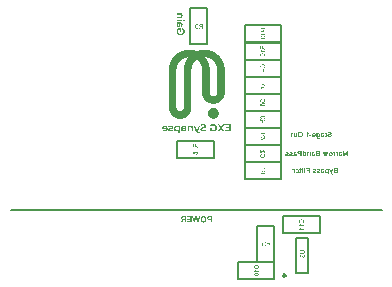
<source format=gbr>
G04*
G04 #@! TF.GenerationSoftware,Altium Limited,Altium Designer,23.10.1 (27)*
G04*
G04 Layer_Color=32896*
%FSLAX44Y44*%
%MOMM*%
G71*
G04*
G04 #@! TF.SameCoordinates,F1356F94-EBF5-402A-8C13-2620F03D8000*
G04*
G04*
G04 #@! TF.FilePolarity,Positive*
G04*
G01*
G75*
%ADD10C,0.2000*%
%ADD28C,0.2540*%
G36*
X7942Y-90169D02*
X8719D01*
Y-90240D01*
X9284D01*
Y-90311D01*
X9778D01*
Y-90381D01*
X10131D01*
Y-90452D01*
X10484D01*
Y-90523D01*
X10767D01*
Y-90593D01*
X11049D01*
Y-90664D01*
X11332D01*
Y-90735D01*
X11615D01*
Y-90805D01*
X11826D01*
Y-90876D01*
X12038D01*
Y-90946D01*
X12250D01*
Y-91017D01*
X12462D01*
Y-91088D01*
X12674D01*
Y-91158D01*
X12886D01*
Y-91229D01*
X13027D01*
Y-91300D01*
X13239D01*
Y-91370D01*
X13380D01*
Y-91441D01*
X13592D01*
Y-91511D01*
X13733D01*
Y-91582D01*
X13875D01*
Y-91653D01*
X14016D01*
Y-91723D01*
X14157D01*
Y-91794D01*
X14369D01*
Y-91865D01*
X14510D01*
Y-91935D01*
X14652D01*
Y-92006D01*
X14722D01*
Y-92077D01*
X14864D01*
Y-92147D01*
X15005D01*
Y-92218D01*
X15146D01*
Y-92288D01*
X15287D01*
Y-92359D01*
X15429D01*
Y-92430D01*
X15499D01*
Y-92500D01*
X15640D01*
Y-92571D01*
X15782D01*
Y-92641D01*
X15852D01*
Y-92712D01*
X15994D01*
Y-92783D01*
X16064D01*
Y-92853D01*
X16206D01*
Y-92924D01*
X16347D01*
Y-92995D01*
X16417D01*
Y-93065D01*
X16488D01*
Y-93136D01*
X16629D01*
Y-93207D01*
X16700D01*
Y-93277D01*
X16841D01*
Y-93348D01*
X16912D01*
Y-93419D01*
X17053D01*
Y-93489D01*
X17124D01*
Y-93560D01*
X17194D01*
Y-93630D01*
X17336D01*
Y-93701D01*
X17406D01*
Y-93772D01*
X17477D01*
Y-93842D01*
X17547D01*
Y-93913D01*
X17689D01*
Y-93983D01*
X17759D01*
Y-94054D01*
X17830D01*
Y-94125D01*
X17901D01*
Y-94195D01*
X17971D01*
Y-94266D01*
X18112D01*
Y-94337D01*
X18183D01*
Y-94407D01*
X18254D01*
Y-94478D01*
X18324D01*
Y-94549D01*
X18395D01*
Y-94619D01*
X18466D01*
Y-94690D01*
X18536D01*
Y-94761D01*
X18607D01*
Y-94831D01*
X18678D01*
Y-94902D01*
X18748D01*
Y-94972D01*
X18819D01*
Y-95043D01*
X18889D01*
Y-95114D01*
X18960D01*
Y-95184D01*
X19031D01*
Y-95255D01*
X19101D01*
Y-95325D01*
X19172D01*
Y-95396D01*
X19243D01*
Y-95467D01*
X19313D01*
Y-95537D01*
X19384D01*
Y-95608D01*
X19454D01*
Y-95679D01*
X19525D01*
Y-95749D01*
X19596D01*
Y-95820D01*
X19666D01*
Y-95891D01*
X19737D01*
Y-95961D01*
X19808D01*
Y-96032D01*
X19878D01*
Y-96173D01*
X19949D01*
Y-96244D01*
X20020D01*
Y-96314D01*
X20090D01*
Y-96385D01*
X20161D01*
Y-96456D01*
X20231D01*
Y-96597D01*
X20302D01*
Y-96667D01*
X20373D01*
Y-96738D01*
X20443D01*
Y-96809D01*
X20514D01*
Y-96950D01*
X20585D01*
Y-97021D01*
X20655D01*
Y-97091D01*
X20726D01*
Y-97233D01*
X20796D01*
Y-97303D01*
X20867D01*
Y-97444D01*
X20938D01*
Y-97515D01*
X21008D01*
Y-97586D01*
X21079D01*
Y-97727D01*
X21150D01*
Y-97798D01*
X21220D01*
Y-97939D01*
X21291D01*
Y-98010D01*
X21361D01*
Y-98151D01*
X21432D01*
Y-98292D01*
X21503D01*
Y-98363D01*
X21573D01*
Y-98504D01*
X21644D01*
Y-98645D01*
X21715D01*
Y-98716D01*
X21785D01*
Y-98857D01*
X21856D01*
Y-98998D01*
X21927D01*
Y-99140D01*
X21997D01*
Y-99210D01*
X22068D01*
Y-99352D01*
X22138D01*
Y-99493D01*
X22209D01*
Y-99634D01*
X22280D01*
Y-99775D01*
X22350D01*
Y-99916D01*
X22421D01*
Y-100128D01*
X22492D01*
Y-100270D01*
X22562D01*
Y-100411D01*
X22633D01*
Y-100552D01*
X22703D01*
Y-100764D01*
X22774D01*
Y-100905D01*
X22845D01*
Y-101117D01*
X22915D01*
Y-101258D01*
X22986D01*
Y-101470D01*
X23057D01*
Y-101682D01*
X23127D01*
Y-101894D01*
X23198D01*
Y-102106D01*
X23268D01*
Y-102318D01*
X23339D01*
Y-102530D01*
X23410D01*
Y-102812D01*
X23480D01*
Y-103095D01*
X23551D01*
Y-103377D01*
X23622D01*
Y-103660D01*
X23692D01*
Y-104013D01*
X23763D01*
Y-104437D01*
X23834D01*
Y-104861D01*
X23904D01*
Y-105426D01*
X23975D01*
Y-106273D01*
X24046D01*
Y-127109D01*
X23975D01*
Y-127745D01*
X23904D01*
Y-128169D01*
X23834D01*
Y-128522D01*
X23763D01*
Y-128805D01*
X23692D01*
Y-129016D01*
X23622D01*
Y-129228D01*
X23551D01*
Y-129440D01*
X23480D01*
Y-129652D01*
X23410D01*
Y-129864D01*
X23339D01*
Y-130005D01*
X23268D01*
Y-130217D01*
X23198D01*
Y-130358D01*
X23127D01*
Y-130500D01*
X23057D01*
Y-130641D01*
X22986D01*
Y-130782D01*
X22915D01*
Y-130924D01*
X22845D01*
Y-131065D01*
X22774D01*
Y-131135D01*
X22703D01*
Y-131277D01*
X22633D01*
Y-131418D01*
X22562D01*
Y-131489D01*
X22492D01*
Y-131630D01*
X22421D01*
Y-131700D01*
X22350D01*
Y-131842D01*
X22280D01*
Y-131912D01*
X22209D01*
Y-131983D01*
X22138D01*
Y-132124D01*
X22068D01*
Y-132195D01*
X21997D01*
Y-132265D01*
X21927D01*
Y-132407D01*
X21856D01*
Y-132477D01*
X21785D01*
Y-132548D01*
X21715D01*
Y-132619D01*
X21644D01*
Y-132689D01*
X21573D01*
Y-132760D01*
X21503D01*
Y-132830D01*
X21432D01*
Y-132901D01*
X21361D01*
Y-133042D01*
X21291D01*
Y-133113D01*
X21220D01*
Y-133184D01*
X21150D01*
Y-133254D01*
X21008D01*
Y-133325D01*
X20938D01*
Y-133396D01*
X20867D01*
Y-133466D01*
X20796D01*
Y-133537D01*
X20726D01*
Y-133607D01*
X20655D01*
Y-133678D01*
X20585D01*
Y-133749D01*
X20443D01*
Y-133819D01*
X20373D01*
Y-133890D01*
X20302D01*
Y-133961D01*
X20231D01*
Y-134031D01*
X20090D01*
Y-134102D01*
X20020D01*
Y-134172D01*
X19878D01*
Y-134243D01*
X19808D01*
Y-134314D01*
X19666D01*
Y-134384D01*
X19596D01*
Y-134455D01*
X19454D01*
Y-134526D01*
X19384D01*
Y-134596D01*
X19243D01*
Y-134667D01*
X19101D01*
Y-134738D01*
X18960D01*
Y-134808D01*
X18819D01*
Y-134879D01*
X18678D01*
Y-134949D01*
X18536D01*
Y-135020D01*
X18395D01*
Y-135091D01*
X18254D01*
Y-135161D01*
X18112D01*
Y-135232D01*
X17901D01*
Y-135303D01*
X17689D01*
Y-135373D01*
X17477D01*
Y-135444D01*
X17265D01*
Y-135514D01*
X17053D01*
Y-135585D01*
X16770D01*
Y-135656D01*
X16488D01*
Y-135726D01*
X16064D01*
Y-135797D01*
X15640D01*
Y-135868D01*
X13239D01*
Y-135797D01*
X12744D01*
Y-135726D01*
X12391D01*
Y-135656D01*
X12109D01*
Y-135585D01*
X11826D01*
Y-135514D01*
X11615D01*
Y-135444D01*
X11402D01*
Y-135373D01*
X11191D01*
Y-135303D01*
X10979D01*
Y-135232D01*
X10767D01*
Y-135161D01*
X10626D01*
Y-135091D01*
X10484D01*
Y-135020D01*
X10343D01*
Y-134949D01*
X10202D01*
Y-134879D01*
X10061D01*
Y-134808D01*
X9919D01*
Y-134738D01*
X9778D01*
Y-134667D01*
X9637D01*
Y-134596D01*
X9495D01*
Y-134526D01*
X9425D01*
Y-134455D01*
X9284D01*
Y-134384D01*
X9213D01*
Y-134314D01*
X9072D01*
Y-134243D01*
X9001D01*
Y-134172D01*
X8860D01*
Y-134102D01*
X8789D01*
Y-134031D01*
X8648D01*
Y-133961D01*
X8577D01*
Y-133890D01*
X8507D01*
Y-133819D01*
X8436D01*
Y-133749D01*
X8295D01*
Y-133678D01*
X8224D01*
Y-133607D01*
X8153D01*
Y-133537D01*
X8083D01*
Y-133466D01*
X8012D01*
Y-133396D01*
X7942D01*
Y-133325D01*
X7871D01*
Y-133254D01*
X7730D01*
Y-133184D01*
X7659D01*
Y-133113D01*
X7588D01*
Y-133042D01*
X7518D01*
Y-132972D01*
X7447D01*
Y-132830D01*
X7377D01*
Y-132760D01*
X7306D01*
Y-132689D01*
X7235D01*
Y-132619D01*
X7165D01*
Y-132548D01*
X7094D01*
Y-132477D01*
X7023D01*
Y-132407D01*
X6953D01*
Y-132265D01*
X6882D01*
Y-132195D01*
X6812D01*
Y-132124D01*
X6741D01*
Y-131983D01*
X6670D01*
Y-131912D01*
X6600D01*
Y-131842D01*
X6529D01*
Y-131700D01*
X6458D01*
Y-131630D01*
X6388D01*
Y-131489D01*
X6317D01*
Y-131418D01*
X6247D01*
Y-131277D01*
X6176D01*
Y-131135D01*
X6105D01*
Y-131065D01*
X6035D01*
Y-130924D01*
X5964D01*
Y-130782D01*
X5893D01*
Y-130641D01*
X5823D01*
Y-130500D01*
X5752D01*
Y-130358D01*
X5681D01*
Y-130217D01*
X5611D01*
Y-130005D01*
X5540D01*
Y-129864D01*
X5470D01*
Y-129652D01*
X5399D01*
Y-129511D01*
X5328D01*
Y-129299D01*
X5258D01*
Y-129016D01*
X5187D01*
Y-128805D01*
X5116D01*
Y-128522D01*
X5046D01*
Y-128169D01*
X4975D01*
Y-127745D01*
X4904D01*
Y-127180D01*
X4834D01*
Y-106344D01*
X4763D01*
Y-105779D01*
X4693D01*
Y-105355D01*
X4622D01*
Y-105002D01*
X4551D01*
Y-104719D01*
X4481D01*
Y-104437D01*
X4410D01*
Y-104225D01*
X4340D01*
Y-103942D01*
X4269D01*
Y-103731D01*
X4198D01*
Y-103589D01*
X4128D01*
Y-103377D01*
X4057D01*
Y-103236D01*
X3986D01*
Y-103024D01*
X3916D01*
Y-102883D01*
X3845D01*
Y-102742D01*
X3774D01*
Y-102600D01*
X3704D01*
Y-102459D01*
X3633D01*
Y-102318D01*
X3562D01*
Y-102177D01*
X3492D01*
Y-102035D01*
X3421D01*
Y-101894D01*
X3351D01*
Y-101824D01*
X3280D01*
Y-101682D01*
X3209D01*
Y-101541D01*
X3139D01*
Y-101470D01*
X3068D01*
Y-101329D01*
X2998D01*
Y-101258D01*
X2927D01*
Y-101117D01*
X2856D01*
Y-101047D01*
X2786D01*
Y-100905D01*
X2715D01*
Y-100835D01*
X2644D01*
Y-100764D01*
X2574D01*
Y-100693D01*
X2503D01*
Y-100552D01*
X2432D01*
Y-100482D01*
X2362D01*
Y-100411D01*
X2291D01*
Y-100340D01*
X2220D01*
Y-100199D01*
X2150D01*
Y-100128D01*
X2079D01*
Y-100058D01*
X2009D01*
Y-99987D01*
X1938D01*
Y-99916D01*
X1867D01*
Y-99846D01*
X1797D01*
Y-99775D01*
X1726D01*
Y-99705D01*
X1655D01*
Y-99634D01*
X1585D01*
Y-99563D01*
X1514D01*
Y-99493D01*
X1444D01*
Y-99422D01*
X1373D01*
Y-99352D01*
X1302D01*
Y-99281D01*
X1232D01*
Y-99210D01*
X1161D01*
Y-99140D01*
X1090D01*
Y-99069D01*
X949D01*
Y-98998D01*
X879D01*
Y-98928D01*
X808D01*
Y-98857D01*
X737D01*
Y-98786D01*
X596D01*
Y-98716D01*
X525D01*
Y-98645D01*
X455D01*
Y-98574D01*
X314D01*
Y-98645D01*
X243D01*
Y-98716D01*
X172D01*
Y-98786D01*
X31D01*
Y-98857D01*
X-40D01*
Y-98928D01*
X-110D01*
Y-98998D01*
X-181D01*
Y-99069D01*
X-322D01*
Y-99140D01*
X-393D01*
Y-99210D01*
X-463D01*
Y-99281D01*
X-534D01*
Y-99352D01*
X-605D01*
Y-99422D01*
X-675D01*
Y-99493D01*
X-746D01*
Y-99563D01*
X-817D01*
Y-99634D01*
X-887D01*
Y-99705D01*
X-958D01*
Y-99775D01*
X-1028D01*
Y-99846D01*
X-1099D01*
Y-99916D01*
X-1170D01*
Y-99987D01*
X-1240D01*
Y-100058D01*
X-1311D01*
Y-100128D01*
X-1382D01*
Y-100199D01*
X-1452D01*
Y-100270D01*
X-1523D01*
Y-100340D01*
X-1593D01*
Y-100482D01*
X-1664D01*
Y-100552D01*
X-1735D01*
Y-100623D01*
X-1805D01*
Y-100693D01*
X-1876D01*
Y-100835D01*
X-1947D01*
Y-100905D01*
X-2017D01*
Y-100976D01*
X-2088D01*
Y-101117D01*
X-2159D01*
Y-101188D01*
X-2229D01*
Y-101329D01*
X-2300D01*
Y-101400D01*
X-2370D01*
Y-101541D01*
X-2441D01*
Y-101612D01*
X-2512D01*
Y-101753D01*
X-2582D01*
Y-101824D01*
X-2653D01*
Y-101965D01*
X-2724D01*
Y-102106D01*
X-2794D01*
Y-102247D01*
X-2865D01*
Y-102318D01*
X-2936D01*
Y-102459D01*
X-3006D01*
Y-102600D01*
X-3077D01*
Y-102812D01*
X-3147D01*
Y-102954D01*
X-3218D01*
Y-103095D01*
X-3289D01*
Y-103236D01*
X-3359D01*
Y-103448D01*
X-3430D01*
Y-103589D01*
X-3501D01*
Y-103801D01*
X-3571D01*
Y-104013D01*
X-3642D01*
Y-104225D01*
X-3712D01*
Y-104508D01*
X-3783D01*
Y-104790D01*
X-3854D01*
Y-105073D01*
X-3924D01*
Y-105426D01*
X-3995D01*
Y-105850D01*
X-4066D01*
Y-106414D01*
X-4136D01*
Y-139823D01*
X-4207D01*
Y-140459D01*
X-4277D01*
Y-140882D01*
X-4348D01*
Y-141236D01*
X-4419D01*
Y-141518D01*
X-4489D01*
Y-141801D01*
X-4560D01*
Y-142013D01*
X-4631D01*
Y-142224D01*
X-4701D01*
Y-142436D01*
X-4772D01*
Y-142577D01*
X-4843D01*
Y-142789D01*
X-4913D01*
Y-142931D01*
X-4984D01*
Y-143072D01*
X-5054D01*
Y-143213D01*
X-5125D01*
Y-143355D01*
X-5196D01*
Y-143496D01*
X-5266D01*
Y-143637D01*
X-5337D01*
Y-143778D01*
X-5408D01*
Y-143919D01*
X-5478D01*
Y-143990D01*
X-5549D01*
Y-144131D01*
X-5620D01*
Y-144273D01*
X-5690D01*
Y-144343D01*
X-5761D01*
Y-144414D01*
Y-144485D01*
X-5831D01*
Y-144555D01*
X-5902D01*
Y-144626D01*
X-5973D01*
Y-144767D01*
X-6043D01*
Y-144838D01*
X-6114D01*
Y-144908D01*
X-6184D01*
Y-145050D01*
X-6255D01*
Y-145120D01*
X-6326D01*
Y-145191D01*
X-6396D01*
Y-145261D01*
X-6467D01*
Y-145403D01*
X-6538D01*
Y-145473D01*
X-6608D01*
Y-145544D01*
X-6679D01*
Y-145615D01*
X-6750D01*
Y-145685D01*
X-6820D01*
Y-145756D01*
X-6891D01*
Y-145827D01*
X-6962D01*
Y-145897D01*
X-7032D01*
Y-145968D01*
X-7103D01*
Y-146038D01*
X-7173D01*
Y-146109D01*
X-7244D01*
Y-146180D01*
X-7315D01*
Y-146250D01*
X-7456D01*
Y-146321D01*
X-7527D01*
Y-146392D01*
X-7597D01*
Y-146462D01*
X-7668D01*
Y-146533D01*
X-7738D01*
Y-146603D01*
X-7880D01*
Y-146674D01*
X-7950D01*
Y-146745D01*
X-8021D01*
Y-146815D01*
X-8162D01*
Y-146886D01*
X-8233D01*
Y-146957D01*
X-8374D01*
Y-147027D01*
X-8445D01*
Y-147098D01*
X-8586D01*
Y-147169D01*
X-8657D01*
Y-147239D01*
X-8798D01*
Y-147310D01*
X-8939D01*
Y-147380D01*
X-9010D01*
Y-147451D01*
X-9151D01*
Y-147522D01*
X-9292D01*
Y-147592D01*
X-9434D01*
Y-147663D01*
X-9575D01*
Y-147734D01*
X-9716D01*
Y-147804D01*
X-9857D01*
Y-147875D01*
X-10069D01*
Y-147945D01*
X-10210D01*
Y-148016D01*
X-10422D01*
Y-148087D01*
X-10634D01*
Y-148157D01*
X-10846D01*
Y-148228D01*
X-11058D01*
Y-148299D01*
X-11341D01*
Y-148369D01*
X-11623D01*
Y-148440D01*
X-12047D01*
Y-148511D01*
X-12471D01*
Y-148581D01*
X-13601D01*
Y-148652D01*
X-13883D01*
Y-148581D01*
X-14872D01*
Y-148511D01*
X-15366D01*
Y-148440D01*
X-15720D01*
Y-148369D01*
X-16073D01*
Y-148299D01*
X-16285D01*
Y-148228D01*
X-16567D01*
Y-148157D01*
X-16779D01*
Y-148087D01*
X-16991D01*
Y-148016D01*
X-17132D01*
Y-147945D01*
X-17344D01*
Y-147875D01*
X-17486D01*
Y-147804D01*
X-17697D01*
Y-147734D01*
X-17839D01*
Y-147663D01*
X-17980D01*
Y-147592D01*
X-18121D01*
Y-147522D01*
X-18262D01*
Y-147451D01*
X-18404D01*
Y-147380D01*
X-18474D01*
Y-147310D01*
X-18616D01*
Y-147239D01*
X-18757D01*
Y-147169D01*
X-18827D01*
Y-147098D01*
X-18969D01*
Y-147027D01*
X-19039D01*
Y-146957D01*
X-19181D01*
Y-146886D01*
X-19251D01*
Y-146815D01*
X-19392D01*
Y-146745D01*
X-19463D01*
Y-146674D01*
X-19534D01*
Y-146603D01*
X-19604D01*
Y-146533D01*
X-19746D01*
Y-146462D01*
X-19816D01*
Y-146392D01*
X-19887D01*
Y-146321D01*
X-19957D01*
Y-146250D01*
X-20028D01*
Y-146180D01*
X-20169D01*
Y-146109D01*
X-20240D01*
Y-146038D01*
X-20311D01*
Y-145968D01*
X-20381D01*
Y-145897D01*
X-20452D01*
Y-145827D01*
X-20523D01*
Y-145756D01*
X-20593D01*
Y-145685D01*
X-20664D01*
Y-145615D01*
X-20735D01*
Y-145544D01*
X-20805D01*
Y-145403D01*
X-20876D01*
Y-145332D01*
X-20946D01*
Y-145261D01*
X-21017D01*
Y-145191D01*
X-21088D01*
Y-145120D01*
X-21158D01*
Y-145050D01*
X-21229D01*
Y-144908D01*
X-21300D01*
Y-144838D01*
X-21370D01*
Y-144767D01*
X-21441D01*
Y-144626D01*
X-21511D01*
Y-144555D01*
X-21582D01*
Y-144414D01*
X-21653D01*
Y-144343D01*
X-21723D01*
Y-144202D01*
X-21794D01*
Y-144131D01*
X-21865D01*
Y-143990D01*
X-21935D01*
Y-143849D01*
X-22006D01*
Y-143778D01*
X-22076D01*
Y-143637D01*
X-22147D01*
Y-143496D01*
X-22218D01*
Y-143355D01*
X-22288D01*
Y-143213D01*
X-22359D01*
Y-143072D01*
X-22430D01*
Y-142931D01*
X-22500D01*
Y-142719D01*
X-22571D01*
Y-142577D01*
X-22641D01*
Y-142366D01*
X-22712D01*
Y-142154D01*
X-22783D01*
Y-141942D01*
X-22853D01*
Y-141730D01*
X-22924D01*
Y-141447D01*
X-22995D01*
Y-141165D01*
X-23065D01*
Y-140812D01*
X-23136D01*
Y-140388D01*
X-23207D01*
Y-139611D01*
X-23277D01*
Y-106556D01*
X-23207D01*
Y-105567D01*
X-23136D01*
Y-105002D01*
X-23065D01*
Y-104508D01*
X-22995D01*
Y-104084D01*
X-22924D01*
Y-103731D01*
X-22853D01*
Y-103448D01*
X-22783D01*
Y-103095D01*
X-22712D01*
Y-102883D01*
X-22641D01*
Y-102600D01*
X-22571D01*
Y-102318D01*
X-22500D01*
Y-102106D01*
X-22430D01*
Y-101894D01*
X-22359D01*
Y-101682D01*
X-22288D01*
Y-101470D01*
X-22218D01*
Y-101329D01*
X-22147D01*
Y-101117D01*
X-22076D01*
Y-100905D01*
X-22006D01*
Y-100764D01*
X-21935D01*
Y-100552D01*
X-21865D01*
Y-100411D01*
X-21794D01*
Y-100270D01*
X-21723D01*
Y-100128D01*
X-21653D01*
Y-99987D01*
X-21582D01*
Y-99775D01*
X-21511D01*
Y-99634D01*
X-21441D01*
Y-99493D01*
X-21370D01*
Y-99352D01*
X-21300D01*
Y-99281D01*
X-21229D01*
Y-99140D01*
X-21158D01*
Y-98998D01*
X-21088D01*
Y-98857D01*
X-21017D01*
Y-98716D01*
X-20946D01*
Y-98645D01*
X-20876D01*
Y-98504D01*
X-20805D01*
Y-98363D01*
X-20735D01*
Y-98292D01*
X-20664D01*
Y-98151D01*
X-20593D01*
Y-98010D01*
X-20523D01*
Y-97939D01*
X-20452D01*
Y-97798D01*
X-20381D01*
Y-97727D01*
X-20311D01*
Y-97586D01*
X-20240D01*
Y-97515D01*
X-20169D01*
Y-97444D01*
X-20099D01*
Y-97303D01*
X-20028D01*
Y-97233D01*
X-19957D01*
Y-97091D01*
X-19887D01*
Y-97021D01*
X-19816D01*
Y-96950D01*
X-19746D01*
Y-96809D01*
X-19675D01*
Y-96738D01*
X-19604D01*
Y-96667D01*
X-19534D01*
Y-96597D01*
X-19463D01*
Y-96456D01*
X-19392D01*
Y-96385D01*
X-19322D01*
Y-96314D01*
X-19251D01*
Y-96244D01*
X-19181D01*
Y-96173D01*
X-19110D01*
Y-96032D01*
X-19039D01*
Y-95961D01*
X-18969D01*
Y-95891D01*
X-18898D01*
Y-95820D01*
X-18827D01*
Y-95749D01*
X-18757D01*
Y-95679D01*
X-18686D01*
Y-95608D01*
X-18616D01*
Y-95537D01*
X-18545D01*
Y-95467D01*
X-18474D01*
Y-95396D01*
X-18404D01*
Y-95255D01*
X-18333D01*
Y-95184D01*
X-18262D01*
Y-95114D01*
X-18192D01*
Y-95043D01*
X-18051D01*
Y-94972D01*
X-17980D01*
Y-94902D01*
X-17909D01*
Y-94831D01*
X-17839D01*
Y-94761D01*
X-17768D01*
Y-94690D01*
X-17697D01*
Y-94619D01*
X-17627D01*
Y-94549D01*
X-17556D01*
Y-94478D01*
X-17486D01*
Y-94407D01*
X-17415D01*
Y-94337D01*
X-17344D01*
Y-94266D01*
X-17203D01*
Y-94195D01*
X-17132D01*
Y-94125D01*
X-17062D01*
Y-94054D01*
X-16991D01*
Y-93983D01*
X-16920D01*
Y-93913D01*
X-16779D01*
Y-93842D01*
X-16709D01*
Y-93772D01*
X-16638D01*
Y-93701D01*
X-16567D01*
Y-93630D01*
X-16426D01*
Y-93560D01*
X-16355D01*
Y-93489D01*
X-16285D01*
Y-93419D01*
X-16143D01*
Y-93348D01*
X-16073D01*
Y-93277D01*
X-15932D01*
Y-93207D01*
X-15861D01*
Y-93136D01*
X-15790D01*
Y-93065D01*
X-15649D01*
Y-92995D01*
X-15578D01*
Y-92924D01*
X-15437D01*
Y-92853D01*
X-15296D01*
Y-92783D01*
X-15225D01*
Y-92712D01*
X-15084D01*
Y-92641D01*
X-15013D01*
Y-92571D01*
X-14872D01*
Y-92500D01*
X-14731D01*
Y-92430D01*
X-14660D01*
Y-92359D01*
X-14519D01*
Y-92288D01*
X-14378D01*
Y-92218D01*
X-14236D01*
Y-92147D01*
X-14095D01*
Y-92077D01*
X-13954D01*
Y-92006D01*
X-13813D01*
Y-91935D01*
X-13671D01*
Y-91865D01*
X-13530D01*
Y-91794D01*
X-13389D01*
Y-91723D01*
X-13248D01*
Y-91653D01*
X-13106D01*
Y-91582D01*
X-12965D01*
Y-91511D01*
X-12753D01*
Y-91441D01*
X-12612D01*
Y-91370D01*
X-12471D01*
Y-91300D01*
X-12259D01*
Y-91229D01*
X-12047D01*
Y-91158D01*
X-11906D01*
Y-91088D01*
X-11694D01*
Y-91017D01*
X-11482D01*
Y-90946D01*
X-11270D01*
Y-90876D01*
X-11058D01*
Y-90805D01*
X-10776D01*
Y-90735D01*
X-10564D01*
Y-90664D01*
X-10281D01*
Y-90593D01*
X-9999D01*
Y-90523D01*
X-9645D01*
Y-90452D01*
X-9292D01*
Y-90381D01*
X-8939D01*
Y-90311D01*
X-8445D01*
Y-90240D01*
X-7950D01*
Y-90169D01*
X-7103D01*
Y-90099D01*
X-4772D01*
Y-90169D01*
X-3995D01*
Y-90240D01*
X-3430D01*
Y-90311D01*
X-3006D01*
Y-90381D01*
X-2582D01*
Y-90452D01*
X-2229D01*
Y-90523D01*
X-1947D01*
Y-90593D01*
X-1664D01*
Y-90664D01*
X-1382D01*
Y-90735D01*
X-1170D01*
Y-90805D01*
X-887D01*
Y-90876D01*
X-675D01*
Y-90946D01*
X-463D01*
Y-91017D01*
X-251D01*
Y-91088D01*
X-40D01*
Y-91158D01*
X172D01*
Y-91229D01*
X314D01*
Y-91300D01*
X455D01*
Y-91229D01*
X667D01*
Y-91158D01*
X879D01*
Y-91088D01*
X1020D01*
Y-91017D01*
X1232D01*
Y-90946D01*
X1444D01*
Y-90876D01*
X1726D01*
Y-90805D01*
X1938D01*
Y-90735D01*
X2220D01*
Y-90664D01*
X2432D01*
Y-90593D01*
X2715D01*
Y-90523D01*
X3068D01*
Y-90452D01*
X3421D01*
Y-90381D01*
X3774D01*
Y-90311D01*
X4269D01*
Y-90240D01*
X4834D01*
Y-90169D01*
X5611D01*
Y-90099D01*
X7942D01*
Y-90169D01*
D02*
G37*
G36*
X14864Y-139470D02*
X15358D01*
Y-139540D01*
X15640D01*
Y-139611D01*
X15923D01*
Y-139682D01*
X16064D01*
Y-139752D01*
X16276D01*
Y-139823D01*
X16417D01*
Y-139894D01*
X16559D01*
Y-139964D01*
X16700D01*
Y-140035D01*
X16841D01*
Y-140105D01*
X16912D01*
Y-140176D01*
X17053D01*
Y-140247D01*
X17124D01*
Y-140317D01*
X17194D01*
Y-140388D01*
X17336D01*
Y-140459D01*
X17406D01*
Y-140529D01*
X17477D01*
Y-140600D01*
X17547D01*
Y-140670D01*
X17618D01*
Y-140741D01*
X17689D01*
Y-140812D01*
X17759D01*
Y-140882D01*
X17830D01*
Y-140953D01*
X17901D01*
Y-141024D01*
X17971D01*
Y-141094D01*
X18042D01*
Y-141236D01*
X18112D01*
Y-141306D01*
X18183D01*
Y-141377D01*
X18254D01*
Y-141518D01*
X18324D01*
Y-141589D01*
X18395D01*
Y-141730D01*
X18466D01*
Y-141871D01*
X18536D01*
Y-142013D01*
X18607D01*
Y-142154D01*
X18678D01*
Y-142366D01*
X18748D01*
Y-142577D01*
X18819D01*
Y-142789D01*
X18889D01*
Y-143072D01*
X18960D01*
Y-143284D01*
Y-143355D01*
Y-143637D01*
X19031D01*
Y-144343D01*
X18960D01*
Y-144908D01*
X18889D01*
Y-145191D01*
X18819D01*
Y-145403D01*
X18748D01*
Y-145615D01*
X18678D01*
Y-145827D01*
X18607D01*
Y-145968D01*
X18536D01*
Y-146109D01*
X18466D01*
Y-146250D01*
X18395D01*
Y-146392D01*
X18324D01*
Y-146462D01*
X18254D01*
Y-146603D01*
X18183D01*
Y-146674D01*
X18112D01*
Y-146745D01*
X18042D01*
Y-146886D01*
X17971D01*
Y-146957D01*
X17901D01*
Y-147027D01*
X17830D01*
Y-147098D01*
X17759D01*
Y-147169D01*
X17689D01*
Y-147239D01*
X17618D01*
Y-147310D01*
X17547D01*
Y-147380D01*
X17477D01*
Y-147451D01*
X17406D01*
Y-147522D01*
X17336D01*
Y-147592D01*
X17194D01*
Y-147663D01*
X17124D01*
Y-147734D01*
X17053D01*
Y-147804D01*
X16912D01*
Y-147875D01*
X16841D01*
Y-147945D01*
X16700D01*
Y-148016D01*
X16559D01*
Y-148087D01*
X16417D01*
Y-148157D01*
X16276D01*
Y-148228D01*
X16064D01*
Y-148299D01*
X15923D01*
Y-148369D01*
X15640D01*
Y-148440D01*
X15358D01*
Y-148511D01*
X14864D01*
Y-148581D01*
X14016D01*
Y-148511D01*
X13521D01*
Y-148440D01*
X13239D01*
Y-148369D01*
X12956D01*
Y-148299D01*
X12815D01*
Y-148228D01*
X12603D01*
Y-148157D01*
X12462D01*
Y-148087D01*
X12321D01*
Y-148016D01*
X12179D01*
Y-147945D01*
X12038D01*
Y-147875D01*
X11968D01*
Y-147804D01*
X11826D01*
Y-147734D01*
X11756D01*
Y-147663D01*
X11615D01*
Y-147592D01*
X11544D01*
Y-147522D01*
X11473D01*
Y-147451D01*
X11402D01*
Y-147380D01*
X11332D01*
Y-147310D01*
X11261D01*
Y-147239D01*
X11191D01*
Y-147169D01*
X11120D01*
Y-147098D01*
X11049D01*
Y-147027D01*
X10979D01*
Y-146957D01*
X10908D01*
Y-146886D01*
X10838D01*
Y-146815D01*
X10767D01*
Y-146674D01*
X10696D01*
Y-146603D01*
X10626D01*
Y-146462D01*
X10555D01*
Y-146392D01*
X10484D01*
Y-146250D01*
X10414D01*
Y-146109D01*
X10343D01*
Y-145968D01*
X10272D01*
Y-145827D01*
X10202D01*
Y-145615D01*
X10131D01*
Y-145473D01*
X10061D01*
Y-145191D01*
X9990D01*
Y-144908D01*
X9919D01*
Y-144414D01*
X9849D01*
Y-143566D01*
X9919D01*
Y-143072D01*
X9990D01*
Y-142789D01*
X10061D01*
Y-142507D01*
X10131D01*
Y-142366D01*
X10202D01*
Y-142154D01*
X10272D01*
Y-142013D01*
X10343D01*
Y-141871D01*
X10414D01*
Y-141730D01*
X10484D01*
Y-141589D01*
X10555D01*
Y-141518D01*
X10626D01*
Y-141377D01*
X10696D01*
Y-141306D01*
X10767D01*
Y-141165D01*
X10838D01*
Y-141094D01*
X10908D01*
Y-141024D01*
X10979D01*
Y-140953D01*
X11049D01*
Y-140882D01*
X11120D01*
Y-140812D01*
X11191D01*
Y-140741D01*
X11261D01*
Y-140670D01*
X11332D01*
Y-140600D01*
X11402D01*
Y-140529D01*
X11473D01*
Y-140459D01*
X11544D01*
Y-140388D01*
X11615D01*
Y-140317D01*
X11756D01*
Y-140247D01*
X11826D01*
Y-140176D01*
X11968D01*
Y-140105D01*
X12038D01*
Y-140035D01*
X12179D01*
Y-139964D01*
X12321D01*
Y-139894D01*
X12462D01*
Y-139823D01*
X12603D01*
Y-139752D01*
X12815D01*
Y-139682D01*
X12956D01*
Y-139611D01*
X13239D01*
Y-139540D01*
X13521D01*
Y-139470D01*
X14016D01*
Y-139399D01*
X14864D01*
Y-139470D01*
D02*
G37*
G36*
X103645Y-160779D02*
X103748Y-160792D01*
X103846Y-160811D01*
X103943Y-160837D01*
X104105Y-160908D01*
X104182Y-160947D01*
X104247Y-160986D01*
X104312Y-161031D01*
X104364Y-161070D01*
X104409Y-161103D01*
X104448Y-161135D01*
X104480Y-161167D01*
X104500Y-161187D01*
X104513Y-161200D01*
X104519Y-161206D01*
X104590Y-161290D01*
X104649Y-161381D01*
X104700Y-161485D01*
X104746Y-161582D01*
X104778Y-161686D01*
X104811Y-161789D01*
X104856Y-161996D01*
X104875Y-162087D01*
X104888Y-162178D01*
X104895Y-162255D01*
X104901Y-162320D01*
X104908Y-162379D01*
Y-162417D01*
Y-162450D01*
Y-162456D01*
X104901Y-162573D01*
X104895Y-162689D01*
X104862Y-162897D01*
X104837Y-162994D01*
X104811Y-163085D01*
X104785Y-163169D01*
X104759Y-163240D01*
X104733Y-163311D01*
X104707Y-163370D01*
X104681Y-163421D01*
X104655Y-163467D01*
X104636Y-163499D01*
X104623Y-163525D01*
X104610Y-163538D01*
Y-163544D01*
X104532Y-163641D01*
X104454Y-163726D01*
X104370Y-163797D01*
X104286Y-163862D01*
X104202Y-163913D01*
X104111Y-163959D01*
X104027Y-163998D01*
X103949Y-164024D01*
X103871Y-164050D01*
X103800Y-164062D01*
X103735Y-164076D01*
X103684Y-164088D01*
X103638D01*
X103599Y-164095D01*
X103574D01*
X103463Y-164088D01*
X103360Y-164069D01*
X103263Y-164043D01*
X103172Y-164011D01*
X103010Y-163927D01*
X102932Y-163881D01*
X102867Y-163829D01*
X102809Y-163784D01*
X102751Y-163739D01*
X102706Y-163693D01*
X102673Y-163654D01*
X102641Y-163616D01*
X102621Y-163590D01*
X102608Y-163577D01*
X102602Y-163570D01*
Y-164043D01*
Y-164140D01*
X102608Y-164224D01*
X102615Y-164289D01*
X102621Y-164341D01*
X102634Y-164386D01*
X102641Y-164412D01*
X102647Y-164425D01*
Y-164432D01*
X102673Y-164484D01*
X102699Y-164529D01*
X102725Y-164568D01*
X102751Y-164600D01*
X102777Y-164626D01*
X102796Y-164639D01*
X102809Y-164645D01*
X102816Y-164652D01*
X102887Y-164684D01*
X102965Y-164710D01*
X103049Y-164730D01*
X103133Y-164743D01*
X103204Y-164749D01*
X103263Y-164756D01*
X103321D01*
X103412Y-164749D01*
X103489Y-164743D01*
X103554Y-164723D01*
X103606Y-164704D01*
X103651Y-164691D01*
X103677Y-164671D01*
X103697Y-164665D01*
X103703Y-164658D01*
X103735Y-164632D01*
X103761Y-164594D01*
X103794Y-164516D01*
X103800Y-164484D01*
X103807Y-164451D01*
X103813Y-164432D01*
Y-164425D01*
X104798Y-164309D01*
X104804Y-164347D01*
Y-164380D01*
Y-164406D01*
Y-164412D01*
X104798Y-164490D01*
X104791Y-164568D01*
X104752Y-164710D01*
X104694Y-164833D01*
X104629Y-164937D01*
X104571Y-165021D01*
X104513Y-165079D01*
X104474Y-165118D01*
X104467Y-165125D01*
X104461Y-165131D01*
X104390Y-165183D01*
X104312Y-165222D01*
X104221Y-165261D01*
X104130Y-165293D01*
X103936Y-165345D01*
X103742Y-165377D01*
X103651Y-165390D01*
X103567Y-165403D01*
X103489Y-165410D01*
X103425D01*
X103366Y-165416D01*
X103288D01*
X103133Y-165410D01*
X102991Y-165403D01*
X102867Y-165384D01*
X102757Y-165364D01*
X102673Y-165351D01*
X102615Y-165332D01*
X102576Y-165326D01*
X102563Y-165319D01*
X102459Y-165280D01*
X102369Y-165241D01*
X102291Y-165196D01*
X102226Y-165157D01*
X102181Y-165125D01*
X102142Y-165092D01*
X102116Y-165073D01*
X102110Y-165066D01*
X102045Y-165002D01*
X101993Y-164930D01*
X101948Y-164853D01*
X101909Y-164781D01*
X101876Y-164717D01*
X101857Y-164665D01*
X101844Y-164632D01*
X101838Y-164620D01*
X101818Y-164561D01*
X101805Y-164503D01*
X101779Y-164367D01*
X101766Y-164224D01*
X101754Y-164082D01*
X101747Y-163959D01*
X101741Y-163907D01*
Y-163855D01*
Y-163816D01*
Y-163790D01*
Y-163771D01*
Y-163765D01*
Y-160843D01*
X102544D01*
Y-161310D01*
X102621Y-161213D01*
X102699Y-161135D01*
X102783Y-161057D01*
X102867Y-160999D01*
X102952Y-160947D01*
X103036Y-160902D01*
X103114Y-160869D01*
X103191Y-160837D01*
X103263Y-160818D01*
X103327Y-160798D01*
X103392Y-160792D01*
X103438Y-160779D01*
X103483D01*
X103515Y-160772D01*
X103541D01*
X103645Y-160779D01*
D02*
G37*
G36*
X94072Y-159736D02*
X94156Y-159872D01*
X94247Y-160001D01*
X94337Y-160105D01*
X94415Y-160189D01*
X94486Y-160254D01*
X94512Y-160280D01*
X94532Y-160299D01*
X94545Y-160306D01*
X94551Y-160312D01*
X94693Y-160416D01*
X94830Y-160507D01*
X94953Y-160578D01*
X95063Y-160630D01*
X95153Y-160669D01*
X95218Y-160701D01*
X95244Y-160707D01*
X95264Y-160714D01*
X95270Y-160720D01*
X95276D01*
Y-161498D01*
X95043Y-161407D01*
X94836Y-161310D01*
X94739Y-161258D01*
X94648Y-161200D01*
X94564Y-161148D01*
X94486Y-161096D01*
X94415Y-161044D01*
X94350Y-160999D01*
X94298Y-160960D01*
X94253Y-160921D01*
X94214Y-160889D01*
X94188Y-160869D01*
X94175Y-160856D01*
X94169Y-160850D01*
Y-164095D01*
X93308D01*
Y-159587D01*
X94007D01*
X94072Y-159736D01*
D02*
G37*
G36*
X107155Y-160785D02*
X107259Y-160792D01*
X107350Y-160811D01*
X107440Y-160824D01*
X107518Y-160843D01*
X107589Y-160869D01*
X107654Y-160889D01*
X107706Y-160908D01*
X107758Y-160934D01*
X107796Y-160954D01*
X107835Y-160966D01*
X107861Y-160986D01*
X107881Y-160992D01*
X107887Y-161005D01*
X107894D01*
X108004Y-161103D01*
X108094Y-161213D01*
X108172Y-161329D01*
X108237Y-161439D01*
X108282Y-161543D01*
X108302Y-161588D01*
X108315Y-161627D01*
X108328Y-161660D01*
X108334Y-161686D01*
X108341Y-161698D01*
Y-161705D01*
X107570Y-161847D01*
X107537Y-161770D01*
X107505Y-161705D01*
X107473Y-161647D01*
X107434Y-161601D01*
X107408Y-161569D01*
X107382Y-161549D01*
X107369Y-161537D01*
X107362Y-161530D01*
X107311Y-161498D01*
X107252Y-161472D01*
X107188Y-161459D01*
X107129Y-161446D01*
X107078Y-161439D01*
X107039Y-161433D01*
X107000D01*
X106883Y-161439D01*
X106786Y-161452D01*
X106708Y-161465D01*
X106644Y-161485D01*
X106598Y-161511D01*
X106566Y-161523D01*
X106546Y-161537D01*
X106540Y-161543D01*
X106495Y-161588D01*
X106462Y-161640D01*
X106443Y-161698D01*
X106423Y-161757D01*
X106417Y-161815D01*
X106410Y-161860D01*
Y-161886D01*
Y-161899D01*
Y-161983D01*
X106456Y-162003D01*
X106514Y-162022D01*
X106637Y-162061D01*
X106780Y-162094D01*
X106916Y-162126D01*
X107045Y-162158D01*
X107104Y-162171D01*
X107155Y-162178D01*
X107194Y-162184D01*
X107226Y-162191D01*
X107246Y-162197D01*
X107252D01*
X107408Y-162229D01*
X107550Y-162262D01*
X107667Y-162294D01*
X107764Y-162327D01*
X107842Y-162359D01*
X107894Y-162379D01*
X107926Y-162391D01*
X107939Y-162398D01*
X108023Y-162443D01*
X108094Y-162495D01*
X108159Y-162553D01*
X108205Y-162605D01*
X108250Y-162651D01*
X108276Y-162689D01*
X108295Y-162715D01*
X108302Y-162728D01*
X108347Y-162812D01*
X108379Y-162897D01*
X108399Y-162974D01*
X108412Y-163052D01*
X108425Y-163117D01*
X108431Y-163169D01*
Y-163201D01*
Y-163214D01*
X108425Y-163292D01*
X108418Y-163363D01*
X108386Y-163499D01*
X108341Y-163616D01*
X108289Y-163713D01*
X108237Y-163790D01*
X108192Y-163849D01*
X108159Y-163888D01*
X108146Y-163894D01*
Y-163901D01*
X108030Y-163991D01*
X107900Y-164056D01*
X107771Y-164101D01*
X107641Y-164134D01*
X107531Y-164153D01*
X107479Y-164160D01*
X107440D01*
X107401Y-164166D01*
X107356D01*
X107252Y-164160D01*
X107149Y-164147D01*
X107058Y-164134D01*
X106980Y-164114D01*
X106916Y-164095D01*
X106864Y-164076D01*
X106831Y-164069D01*
X106819Y-164062D01*
X106728Y-164017D01*
X106637Y-163972D01*
X106559Y-163913D01*
X106488Y-163862D01*
X106430Y-163816D01*
X106384Y-163778D01*
X106359Y-163752D01*
X106346Y-163745D01*
X106339Y-163771D01*
X106326Y-163803D01*
X106320Y-163829D01*
X106313Y-163836D01*
Y-163842D01*
X106294Y-163901D01*
X106281Y-163952D01*
X106268Y-163998D01*
X106255Y-164030D01*
X106242Y-164056D01*
X106236Y-164082D01*
X106229Y-164088D01*
Y-164095D01*
X105381D01*
X105419Y-164011D01*
X105452Y-163933D01*
X105478Y-163862D01*
X105504Y-163797D01*
X105517Y-163745D01*
X105530Y-163700D01*
X105536Y-163674D01*
Y-163667D01*
X105549Y-163583D01*
X105555Y-163480D01*
X105568Y-163376D01*
Y-163272D01*
X105575Y-163182D01*
Y-163104D01*
Y-163071D01*
Y-163052D01*
Y-163039D01*
Y-163033D01*
X105562Y-162029D01*
Y-161925D01*
X105568Y-161834D01*
X105575Y-161750D01*
X105581Y-161672D01*
X105588Y-161601D01*
X105601Y-161537D01*
X105607Y-161478D01*
X105620Y-161433D01*
X105633Y-161388D01*
X105640Y-161355D01*
X105659Y-161297D01*
X105672Y-161271D01*
X105679Y-161258D01*
X105730Y-161187D01*
X105789Y-161115D01*
X105853Y-161057D01*
X105925Y-161005D01*
X105983Y-160966D01*
X106035Y-160941D01*
X106067Y-160921D01*
X106074Y-160915D01*
X106080D01*
X106138Y-160889D01*
X106197Y-160869D01*
X106333Y-160830D01*
X106475Y-160805D01*
X106611Y-160792D01*
X106741Y-160779D01*
X106793D01*
X106838Y-160772D01*
X107052D01*
X107155Y-160785D01*
D02*
G37*
G36*
X97505Y-162897D02*
X95814D01*
Y-162035D01*
X97505D01*
Y-162897D01*
D02*
G37*
G36*
X110245Y-160196D02*
Y-160843D01*
X110640D01*
Y-161530D01*
X110245D01*
Y-162948D01*
Y-163033D01*
Y-163104D01*
Y-163175D01*
X110238Y-163234D01*
Y-163337D01*
X110232Y-163421D01*
X110225Y-163486D01*
Y-163525D01*
X110219Y-163551D01*
Y-163557D01*
X110206Y-163629D01*
X110187Y-163693D01*
X110167Y-163752D01*
X110148Y-163797D01*
X110128Y-163836D01*
X110115Y-163862D01*
X110109Y-163881D01*
X110102Y-163888D01*
X110063Y-163933D01*
X110018Y-163972D01*
X109927Y-164037D01*
X109889Y-164056D01*
X109856Y-164076D01*
X109830Y-164082D01*
X109824Y-164088D01*
X109753Y-164114D01*
X109681Y-164134D01*
X109610Y-164147D01*
X109545Y-164153D01*
X109487Y-164160D01*
X109442Y-164166D01*
X109403D01*
X109267Y-164160D01*
X109137Y-164147D01*
X109021Y-164127D01*
X108924Y-164101D01*
X108839Y-164082D01*
X108774Y-164062D01*
X108736Y-164050D01*
X108729Y-164043D01*
X108723D01*
X108800Y-163376D01*
X108878Y-163402D01*
X108949Y-163421D01*
X109008Y-163434D01*
X109059Y-163441D01*
X109098Y-163447D01*
X109124Y-163454D01*
X109150D01*
X109208Y-163447D01*
X109254Y-163434D01*
X109280Y-163421D01*
X109293Y-163415D01*
X109332Y-163376D01*
X109351Y-163344D01*
X109364Y-163318D01*
X109370Y-163305D01*
Y-163292D01*
X109377Y-163266D01*
Y-163207D01*
Y-163130D01*
X109383Y-163052D01*
Y-162974D01*
Y-162910D01*
Y-162884D01*
Y-162864D01*
Y-162851D01*
Y-162845D01*
Y-161530D01*
X108794D01*
Y-160843D01*
X109383D01*
Y-159691D01*
X110245Y-160196D01*
D02*
G37*
G36*
X81351D02*
Y-160843D01*
X81746D01*
Y-161530D01*
X81351D01*
Y-162948D01*
Y-163033D01*
Y-163104D01*
Y-163175D01*
X81344Y-163234D01*
Y-163337D01*
X81338Y-163421D01*
X81332Y-163486D01*
Y-163525D01*
X81325Y-163551D01*
Y-163557D01*
X81312Y-163629D01*
X81293Y-163693D01*
X81273Y-163752D01*
X81254Y-163797D01*
X81234Y-163836D01*
X81221Y-163862D01*
X81215Y-163881D01*
X81208Y-163888D01*
X81170Y-163933D01*
X81124Y-163972D01*
X81033Y-164037D01*
X80995Y-164056D01*
X80962Y-164076D01*
X80936Y-164082D01*
X80930Y-164088D01*
X80859Y-164114D01*
X80787Y-164134D01*
X80716Y-164147D01*
X80651Y-164153D01*
X80593Y-164160D01*
X80548Y-164166D01*
X80509D01*
X80373Y-164160D01*
X80243Y-164147D01*
X80127Y-164127D01*
X80030Y-164101D01*
X79945Y-164082D01*
X79881Y-164062D01*
X79842Y-164050D01*
X79835Y-164043D01*
X79829D01*
X79907Y-163376D01*
X79984Y-163402D01*
X80056Y-163421D01*
X80114Y-163434D01*
X80166Y-163441D01*
X80204Y-163447D01*
X80230Y-163454D01*
X80256D01*
X80315Y-163447D01*
X80360Y-163434D01*
X80386Y-163421D01*
X80399Y-163415D01*
X80438Y-163376D01*
X80457Y-163344D01*
X80470Y-163318D01*
X80477Y-163305D01*
Y-163292D01*
X80483Y-163266D01*
Y-163207D01*
Y-163130D01*
X80490Y-163052D01*
Y-162974D01*
Y-162910D01*
Y-162884D01*
Y-162864D01*
Y-162851D01*
Y-162845D01*
Y-161530D01*
X79900D01*
Y-160843D01*
X80490D01*
Y-159691D01*
X81351Y-160196D01*
D02*
G37*
G36*
X85237Y-162903D02*
X85231Y-163065D01*
X85218Y-163207D01*
X85198Y-163331D01*
X85179Y-163434D01*
X85159Y-163518D01*
X85140Y-163577D01*
X85127Y-163609D01*
X85120Y-163622D01*
X85069Y-163713D01*
X85010Y-163797D01*
X84952Y-163862D01*
X84887Y-163920D01*
X84836Y-163965D01*
X84784Y-163998D01*
X84758Y-164017D01*
X84745Y-164024D01*
X84648Y-164069D01*
X84544Y-164108D01*
X84447Y-164134D01*
X84350Y-164147D01*
X84272Y-164160D01*
X84214Y-164166D01*
X84156D01*
X84039Y-164160D01*
X83929Y-164147D01*
X83825Y-164121D01*
X83735Y-164095D01*
X83657Y-164069D01*
X83598Y-164043D01*
X83560Y-164030D01*
X83547Y-164024D01*
X83443Y-163965D01*
X83352Y-163894D01*
X83268Y-163829D01*
X83203Y-163758D01*
X83145Y-163700D01*
X83106Y-163654D01*
X83080Y-163622D01*
X83074Y-163609D01*
Y-164095D01*
X82277D01*
Y-160843D01*
X83139D01*
Y-162217D01*
Y-162340D01*
Y-162450D01*
X83145Y-162553D01*
X83152Y-162644D01*
Y-162728D01*
X83158Y-162799D01*
X83165Y-162858D01*
X83171Y-162916D01*
X83177Y-162961D01*
X83184Y-162994D01*
X83190Y-163026D01*
Y-163052D01*
X83203Y-163085D01*
Y-163091D01*
X83229Y-163156D01*
X83268Y-163214D01*
X83307Y-163259D01*
X83346Y-163305D01*
X83385Y-163344D01*
X83417Y-163370D01*
X83436Y-163382D01*
X83443Y-163389D01*
X83508Y-163428D01*
X83579Y-163454D01*
X83644Y-163480D01*
X83708Y-163493D01*
X83760Y-163499D01*
X83799Y-163505D01*
X83838D01*
X83909Y-163499D01*
X83968Y-163493D01*
X84026Y-163480D01*
X84071Y-163460D01*
X84110Y-163447D01*
X84136Y-163434D01*
X84156Y-163428D01*
X84162Y-163421D01*
X84207Y-163382D01*
X84240Y-163344D01*
X84272Y-163305D01*
X84291Y-163266D01*
X84311Y-163227D01*
X84324Y-163201D01*
X84330Y-163182D01*
Y-163175D01*
X84337Y-163143D01*
X84343Y-163097D01*
X84350Y-163039D01*
X84356Y-162981D01*
X84363Y-162845D01*
X84369Y-162696D01*
X84376Y-162560D01*
Y-162502D01*
Y-162450D01*
Y-162404D01*
Y-162372D01*
Y-162346D01*
Y-162340D01*
Y-160843D01*
X85237D01*
Y-162903D01*
D02*
G37*
G36*
X99771Y-160779D02*
X99882Y-160792D01*
X99992Y-160818D01*
X100089Y-160843D01*
X100186Y-160876D01*
X100270Y-160915D01*
X100354Y-160960D01*
X100426Y-160999D01*
X100491Y-161044D01*
X100549Y-161090D01*
X100601Y-161128D01*
X100639Y-161161D01*
X100672Y-161187D01*
X100698Y-161213D01*
X100711Y-161226D01*
X100717Y-161232D01*
X100788Y-161323D01*
X100853Y-161420D01*
X100912Y-161517D01*
X100963Y-161621D01*
X101002Y-161731D01*
X101034Y-161834D01*
X101086Y-162035D01*
X101106Y-162132D01*
X101119Y-162217D01*
X101125Y-162294D01*
X101132Y-162359D01*
X101138Y-162417D01*
Y-162463D01*
Y-162489D01*
Y-162495D01*
X101132Y-162618D01*
X101125Y-162741D01*
X101106Y-162851D01*
X101086Y-162955D01*
X101067Y-163059D01*
X101034Y-163149D01*
X101009Y-163234D01*
X100976Y-163311D01*
X100950Y-163382D01*
X100918Y-163441D01*
X100892Y-163493D01*
X100873Y-163538D01*
X100847Y-163570D01*
X100834Y-163596D01*
X100827Y-163609D01*
X100821Y-163616D01*
X100737Y-163713D01*
X100652Y-163797D01*
X100555Y-163868D01*
X100452Y-163933D01*
X100348Y-163985D01*
X100244Y-164030D01*
X100141Y-164069D01*
X100037Y-164095D01*
X99946Y-164121D01*
X99856Y-164134D01*
X99771Y-164147D01*
X99700Y-164160D01*
X99642D01*
X99603Y-164166D01*
X99564D01*
X99376Y-164153D01*
X99201Y-164127D01*
X99053Y-164088D01*
X98923Y-164043D01*
X98865Y-164017D01*
X98819Y-163998D01*
X98774Y-163978D01*
X98742Y-163959D01*
X98716Y-163939D01*
X98690Y-163933D01*
X98683Y-163920D01*
X98677D01*
X98554Y-163816D01*
X98444Y-163706D01*
X98353Y-163583D01*
X98282Y-163467D01*
X98223Y-163363D01*
X98204Y-163318D01*
X98185Y-163279D01*
X98172Y-163246D01*
X98159Y-163221D01*
X98152Y-163207D01*
Y-163201D01*
X99007Y-163059D01*
X99040Y-163143D01*
X99072Y-163221D01*
X99104Y-163279D01*
X99143Y-163331D01*
X99169Y-163370D01*
X99195Y-163395D01*
X99214Y-163408D01*
X99221Y-163415D01*
X99273Y-163454D01*
X99331Y-163480D01*
X99389Y-163499D01*
X99441Y-163512D01*
X99487Y-163518D01*
X99525Y-163525D01*
X99558D01*
X99661Y-163518D01*
X99759Y-163493D01*
X99849Y-163460D01*
X99921Y-163421D01*
X99979Y-163382D01*
X100018Y-163350D01*
X100050Y-163324D01*
X100056Y-163318D01*
X100121Y-163234D01*
X100167Y-163136D01*
X100205Y-163033D01*
X100231Y-162942D01*
X100244Y-162851D01*
X100251Y-162787D01*
X100257Y-162761D01*
Y-162741D01*
Y-162728D01*
Y-162722D01*
X98107D01*
Y-162540D01*
X98120Y-162379D01*
X98139Y-162223D01*
X98165Y-162080D01*
X98198Y-161945D01*
X98230Y-161828D01*
X98269Y-161718D01*
X98308Y-161621D01*
X98347Y-161537D01*
X98385Y-161459D01*
X98418Y-161401D01*
X98450Y-161349D01*
X98476Y-161310D01*
X98496Y-161277D01*
X98509Y-161264D01*
X98515Y-161258D01*
X98593Y-161174D01*
X98683Y-161096D01*
X98774Y-161031D01*
X98865Y-160979D01*
X98962Y-160928D01*
X99059Y-160889D01*
X99150Y-160856D01*
X99240Y-160830D01*
X99325Y-160811D01*
X99402Y-160798D01*
X99474Y-160785D01*
X99532Y-160779D01*
X99584Y-160772D01*
X99655D01*
X99771Y-160779D01*
D02*
G37*
G36*
X113082Y-159535D02*
X113250Y-159555D01*
X113399Y-159580D01*
X113529Y-159606D01*
X113587Y-159626D01*
X113639Y-159639D01*
X113678Y-159652D01*
X113716Y-159665D01*
X113742Y-159678D01*
X113762Y-159684D01*
X113775Y-159691D01*
X113781D01*
X113911Y-159755D01*
X114021Y-159827D01*
X114118Y-159904D01*
X114196Y-159976D01*
X114261Y-160040D01*
X114299Y-160092D01*
X114332Y-160131D01*
X114338Y-160137D01*
Y-160144D01*
X114403Y-160254D01*
X114448Y-160371D01*
X114481Y-160481D01*
X114500Y-160578D01*
X114513Y-160662D01*
X114526Y-160727D01*
Y-160753D01*
Y-160772D01*
Y-160779D01*
Y-160785D01*
X114520Y-160882D01*
X114507Y-160979D01*
X114487Y-161064D01*
X114461Y-161148D01*
X114397Y-161303D01*
X114319Y-161439D01*
X114286Y-161498D01*
X114248Y-161543D01*
X114215Y-161588D01*
X114183Y-161627D01*
X114157Y-161653D01*
X114137Y-161672D01*
X114124Y-161686D01*
X114118Y-161692D01*
X114060Y-161737D01*
X113989Y-161783D01*
X113917Y-161828D01*
X113833Y-161867D01*
X113671Y-161945D01*
X113503Y-162009D01*
X113419Y-162035D01*
X113347Y-162061D01*
X113276Y-162080D01*
X113218Y-162100D01*
X113172Y-162113D01*
X113134Y-162126D01*
X113108Y-162132D01*
X113101D01*
X112998Y-162158D01*
X112907Y-162184D01*
X112823Y-162204D01*
X112745Y-162223D01*
X112680Y-162243D01*
X112622Y-162255D01*
X112570Y-162275D01*
X112525Y-162288D01*
X112486Y-162294D01*
X112453Y-162307D01*
X112408Y-162320D01*
X112382Y-162333D01*
X112376D01*
X112291Y-162365D01*
X112227Y-162398D01*
X112169Y-162430D01*
X112123Y-162463D01*
X112091Y-162489D01*
X112071Y-162508D01*
X112058Y-162521D01*
X112052Y-162528D01*
X112020Y-162573D01*
X111994Y-162618D01*
X111981Y-162663D01*
X111968Y-162702D01*
X111961Y-162741D01*
X111955Y-162774D01*
Y-162793D01*
Y-162799D01*
X111961Y-162890D01*
X111987Y-162968D01*
X112026Y-163046D01*
X112065Y-163110D01*
X112110Y-163162D01*
X112143Y-163201D01*
X112169Y-163227D01*
X112181Y-163234D01*
X112272Y-163292D01*
X112376Y-163337D01*
X112486Y-163370D01*
X112590Y-163389D01*
X112687Y-163402D01*
X112764Y-163415D01*
X112836D01*
X112985Y-163408D01*
X113114Y-163382D01*
X113224Y-163350D01*
X113321Y-163311D01*
X113399Y-163272D01*
X113451Y-163240D01*
X113483Y-163214D01*
X113496Y-163207D01*
X113581Y-163117D01*
X113645Y-163020D01*
X113703Y-162910D01*
X113742Y-162799D01*
X113775Y-162702D01*
X113801Y-162625D01*
X113807Y-162599D01*
Y-162573D01*
X113814Y-162560D01*
Y-162553D01*
X114694Y-162638D01*
X114675Y-162774D01*
X114649Y-162903D01*
X114610Y-163026D01*
X114578Y-163136D01*
X114533Y-163240D01*
X114487Y-163337D01*
X114442Y-163421D01*
X114397Y-163499D01*
X114351Y-163564D01*
X114306Y-163622D01*
X114267Y-163674D01*
X114228Y-163719D01*
X114202Y-163752D01*
X114176Y-163771D01*
X114163Y-163784D01*
X114157Y-163790D01*
X114066Y-163862D01*
X113969Y-163920D01*
X113865Y-163972D01*
X113755Y-164017D01*
X113652Y-164050D01*
X113542Y-164082D01*
X113328Y-164127D01*
X113231Y-164147D01*
X113140Y-164160D01*
X113062Y-164166D01*
X112991Y-164173D01*
X112933Y-164179D01*
X112849D01*
X112641Y-164173D01*
X112453Y-164153D01*
X112285Y-164127D01*
X112214Y-164114D01*
X112143Y-164095D01*
X112084Y-164082D01*
X112032Y-164069D01*
X111987Y-164056D01*
X111948Y-164043D01*
X111916Y-164030D01*
X111896Y-164024D01*
X111883Y-164017D01*
X111877D01*
X111735Y-163946D01*
X111618Y-163868D01*
X111508Y-163790D01*
X111424Y-163706D01*
X111359Y-163635D01*
X111307Y-163570D01*
X111281Y-163531D01*
X111268Y-163525D01*
Y-163518D01*
X111197Y-163389D01*
X111139Y-163266D01*
X111100Y-163143D01*
X111074Y-163026D01*
X111061Y-162936D01*
X111054Y-162890D01*
X111048Y-162858D01*
Y-162832D01*
Y-162812D01*
Y-162799D01*
Y-162793D01*
X111054Y-162638D01*
X111074Y-162502D01*
X111106Y-162379D01*
X111139Y-162275D01*
X111171Y-162191D01*
X111203Y-162132D01*
X111223Y-162094D01*
X111229Y-162080D01*
X111301Y-161977D01*
X111385Y-161886D01*
X111469Y-161808D01*
X111547Y-161744D01*
X111618Y-161692D01*
X111676Y-161653D01*
X111715Y-161627D01*
X111722Y-161621D01*
X111728D01*
X111793Y-161588D01*
X111858Y-161556D01*
X112013Y-161498D01*
X112175Y-161446D01*
X112330Y-161394D01*
X112402Y-161375D01*
X112473Y-161355D01*
X112538Y-161336D01*
X112590Y-161323D01*
X112635Y-161310D01*
X112667Y-161303D01*
X112693Y-161297D01*
X112700D01*
X112816Y-161264D01*
X112920Y-161238D01*
X113017Y-161213D01*
X113108Y-161187D01*
X113179Y-161161D01*
X113250Y-161135D01*
X113308Y-161109D01*
X113360Y-161090D01*
X113406Y-161070D01*
X113438Y-161051D01*
X113470Y-161038D01*
X113490Y-161025D01*
X113522Y-161005D01*
X113529Y-160999D01*
X113574Y-160954D01*
X113606Y-160908D01*
X113626Y-160863D01*
X113639Y-160818D01*
X113652Y-160785D01*
X113658Y-160753D01*
Y-160733D01*
Y-160727D01*
X113652Y-160662D01*
X113639Y-160610D01*
X113613Y-160558D01*
X113587Y-160520D01*
X113561Y-160487D01*
X113535Y-160468D01*
X113522Y-160455D01*
X113516Y-160448D01*
X113425Y-160390D01*
X113328Y-160351D01*
X113224Y-160319D01*
X113127Y-160299D01*
X113043Y-160286D01*
X112972Y-160280D01*
X112907D01*
X112771Y-160286D01*
X112654Y-160306D01*
X112557Y-160332D01*
X112479Y-160358D01*
X112415Y-160384D01*
X112369Y-160410D01*
X112343Y-160429D01*
X112337Y-160435D01*
X112272Y-160500D01*
X112214Y-160578D01*
X112169Y-160656D01*
X112136Y-160740D01*
X112110Y-160811D01*
X112097Y-160869D01*
X112084Y-160915D01*
Y-160921D01*
Y-160928D01*
X111178Y-160895D01*
X111184Y-160779D01*
X111203Y-160675D01*
X111229Y-160571D01*
X111262Y-160481D01*
X111294Y-160390D01*
X111333Y-160306D01*
X111372Y-160235D01*
X111411Y-160163D01*
X111456Y-160105D01*
X111495Y-160053D01*
X111534Y-160008D01*
X111566Y-159969D01*
X111592Y-159943D01*
X111611Y-159924D01*
X111624Y-159911D01*
X111631Y-159904D01*
X111715Y-159839D01*
X111806Y-159781D01*
X111903Y-159729D01*
X112007Y-159684D01*
X112110Y-159652D01*
X112214Y-159619D01*
X112421Y-159574D01*
X112518Y-159561D01*
X112602Y-159548D01*
X112687Y-159542D01*
X112758Y-159535D01*
X112816Y-159529D01*
X112894D01*
X113082Y-159535D01*
D02*
G37*
G36*
X88301D02*
X88489Y-159555D01*
X88651Y-159587D01*
X88793Y-159619D01*
X88851Y-159639D01*
X88910Y-159652D01*
X88955Y-159665D01*
X88994Y-159684D01*
X89026Y-159691D01*
X89052Y-159704D01*
X89065Y-159710D01*
X89072D01*
X89188Y-159762D01*
X89298Y-159827D01*
X89395Y-159898D01*
X89480Y-159963D01*
X89551Y-160021D01*
X89609Y-160073D01*
X89642Y-160105D01*
X89648Y-160112D01*
X89654Y-160118D01*
X89745Y-160222D01*
X89829Y-160332D01*
X89901Y-160429D01*
X89959Y-160526D01*
X90004Y-160610D01*
X90043Y-160675D01*
X90049Y-160701D01*
X90063Y-160720D01*
X90069Y-160727D01*
Y-160733D01*
X90134Y-160915D01*
X90185Y-161109D01*
X90218Y-161303D01*
X90244Y-161485D01*
X90250Y-161569D01*
X90257Y-161647D01*
X90263Y-161711D01*
Y-161770D01*
X90270Y-161821D01*
Y-161854D01*
Y-161880D01*
Y-161886D01*
X90263Y-162080D01*
X90244Y-162268D01*
X90218Y-162443D01*
X90179Y-162605D01*
X90134Y-162754D01*
X90082Y-162890D01*
X90030Y-163020D01*
X89972Y-163130D01*
X89920Y-163234D01*
X89868Y-163318D01*
X89816Y-163395D01*
X89771Y-163460D01*
X89732Y-163505D01*
X89706Y-163544D01*
X89687Y-163564D01*
X89680Y-163570D01*
X89564Y-163680D01*
X89441Y-163771D01*
X89318Y-163855D01*
X89182Y-163920D01*
X89052Y-163978D01*
X88916Y-164030D01*
X88793Y-164069D01*
X88663Y-164101D01*
X88547Y-164127D01*
X88437Y-164147D01*
X88340Y-164160D01*
X88255Y-164166D01*
X88191Y-164173D01*
X88139Y-164179D01*
X88094D01*
X87912Y-164173D01*
X87744Y-164153D01*
X87582Y-164121D01*
X87433Y-164082D01*
X87290Y-164037D01*
X87161Y-163985D01*
X87044Y-163933D01*
X86934Y-163875D01*
X86843Y-163816D01*
X86759Y-163765D01*
X86688Y-163713D01*
X86630Y-163667D01*
X86578Y-163629D01*
X86545Y-163596D01*
X86526Y-163577D01*
X86520Y-163570D01*
X86416Y-163447D01*
X86325Y-163318D01*
X86241Y-163182D01*
X86176Y-163046D01*
X86118Y-162903D01*
X86066Y-162761D01*
X86027Y-162618D01*
X85995Y-162482D01*
X85976Y-162359D01*
X85956Y-162236D01*
X85943Y-162132D01*
X85930Y-162042D01*
Y-161964D01*
X85924Y-161906D01*
Y-161873D01*
Y-161860D01*
X85930Y-161660D01*
X85950Y-161472D01*
X85976Y-161297D01*
X86014Y-161128D01*
X86060Y-160979D01*
X86111Y-160837D01*
X86163Y-160707D01*
X86222Y-160597D01*
X86280Y-160494D01*
X86332Y-160403D01*
X86383Y-160325D01*
X86429Y-160261D01*
X86461Y-160215D01*
X86494Y-160176D01*
X86513Y-160157D01*
X86520Y-160150D01*
X86636Y-160040D01*
X86759Y-159943D01*
X86889Y-159859D01*
X87018Y-159788D01*
X87154Y-159729D01*
X87284Y-159678D01*
X87413Y-159639D01*
X87536Y-159606D01*
X87653Y-159580D01*
X87763Y-159561D01*
X87860Y-159548D01*
X87944Y-159535D01*
X88009D01*
X88061Y-159529D01*
X88106D01*
X88301Y-159535D01*
D02*
G37*
G36*
X2046Y-236314D02*
X923D01*
X-97Y-232493D01*
X-1103Y-236314D01*
X-2219D01*
X-3453Y-231200D01*
X-2411D01*
X-1627Y-234777D01*
X-740Y-231200D01*
X501D01*
X1433Y-234718D01*
X2201Y-231200D01*
X3258D01*
X2046Y-236314D01*
D02*
G37*
G36*
X13082D02*
X12047D01*
Y-234385D01*
X11130D01*
X11019Y-234378D01*
X10916D01*
X10820Y-234370D01*
X10731Y-234363D01*
X10650Y-234356D01*
X10583Y-234348D01*
X10517D01*
X10465Y-234341D01*
X10413Y-234333D01*
X10376Y-234326D01*
X10347D01*
X10325Y-234319D01*
X10310D01*
X10206Y-234289D01*
X10110Y-234252D01*
X10022Y-234215D01*
X9940Y-234171D01*
X9874Y-234134D01*
X9822Y-234104D01*
X9792Y-234082D01*
X9778Y-234075D01*
X9682Y-234001D01*
X9600Y-233920D01*
X9519Y-233831D01*
X9460Y-233757D01*
X9408Y-233683D01*
X9371Y-233624D01*
X9349Y-233587D01*
X9342Y-233572D01*
X9282Y-233447D01*
X9238Y-233314D01*
X9208Y-233173D01*
X9186Y-233047D01*
X9172Y-232944D01*
Y-232892D01*
X9164Y-232855D01*
Y-232818D01*
Y-232796D01*
Y-232781D01*
Y-232774D01*
X9179Y-232560D01*
X9208Y-232360D01*
X9260Y-232197D01*
X9312Y-232050D01*
X9342Y-231991D01*
X9371Y-231939D01*
X9393Y-231894D01*
X9423Y-231850D01*
X9438Y-231821D01*
X9452Y-231798D01*
X9467Y-231791D01*
Y-231784D01*
X9585Y-231651D01*
X9704Y-231540D01*
X9829Y-231451D01*
X9940Y-231384D01*
X10044Y-231340D01*
X10125Y-231303D01*
X10155Y-231296D01*
X10177Y-231288D01*
X10192Y-231281D01*
X10199D01*
X10258Y-231266D01*
X10332Y-231251D01*
X10421Y-231244D01*
X10509Y-231236D01*
X10716Y-231222D01*
X10923Y-231207D01*
X11115D01*
X11197Y-231200D01*
X13082D01*
Y-236314D01*
D02*
G37*
G36*
X-3993D02*
X-7880D01*
Y-235450D01*
X-5027D01*
Y-234060D01*
X-7592D01*
Y-233195D01*
X-5027D01*
Y-232064D01*
X-7784D01*
Y-231200D01*
X-3993D01*
Y-236314D01*
D02*
G37*
G36*
X-8760D02*
X-9795D01*
Y-234178D01*
X-10127D01*
X-10231Y-234186D01*
X-10320Y-234193D01*
X-10394Y-234208D01*
X-10453Y-234215D01*
X-10490Y-234230D01*
X-10512Y-234237D01*
X-10519D01*
X-10578Y-234267D01*
X-10637Y-234297D01*
X-10689Y-234333D01*
X-10741Y-234363D01*
X-10778Y-234400D01*
X-10807Y-234430D01*
X-10822Y-234444D01*
X-10830Y-234452D01*
X-10859Y-234489D01*
X-10896Y-234526D01*
X-10977Y-234637D01*
X-11066Y-234755D01*
X-11162Y-234888D01*
X-11243Y-235006D01*
X-11280Y-235065D01*
X-11310Y-235110D01*
X-11340Y-235147D01*
X-11362Y-235176D01*
X-11369Y-235198D01*
X-11377Y-235206D01*
X-12116Y-236314D01*
X-13357D01*
X-12729Y-235317D01*
X-12663Y-235213D01*
X-12596Y-235110D01*
X-12537Y-235021D01*
X-12478Y-234940D01*
X-12426Y-234866D01*
X-12382Y-234792D01*
X-12293Y-234681D01*
X-12227Y-234592D01*
X-12182Y-234533D01*
X-12145Y-234496D01*
X-12138Y-234489D01*
X-12056Y-234400D01*
X-11961Y-234319D01*
X-11872Y-234252D01*
X-11783Y-234186D01*
X-11709Y-234134D01*
X-11650Y-234097D01*
X-11606Y-234067D01*
X-11598Y-234060D01*
X-11591D01*
X-11717Y-234038D01*
X-11827Y-234008D01*
X-11931Y-233979D01*
X-12034Y-233942D01*
X-12123Y-233905D01*
X-12204Y-233868D01*
X-12286Y-233831D01*
X-12352Y-233787D01*
X-12411Y-233750D01*
X-12463Y-233713D01*
X-12507Y-233676D01*
X-12537Y-233646D01*
X-12566Y-233624D01*
X-12589Y-233602D01*
X-12596Y-233594D01*
X-12603Y-233587D01*
X-12663Y-233513D01*
X-12714Y-233439D01*
X-12803Y-233277D01*
X-12862Y-233121D01*
X-12899Y-232966D01*
X-12929Y-232833D01*
X-12936Y-232781D01*
Y-232730D01*
X-12944Y-232693D01*
Y-232656D01*
Y-232641D01*
Y-232633D01*
X-12936Y-232471D01*
X-12907Y-232316D01*
X-12870Y-232183D01*
X-12833Y-232064D01*
X-12788Y-231968D01*
X-12751Y-231894D01*
X-12737Y-231872D01*
X-12722Y-231850D01*
X-12714Y-231843D01*
Y-231835D01*
X-12626Y-231710D01*
X-12530Y-231606D01*
X-12434Y-231525D01*
X-12337Y-231451D01*
X-12249Y-231406D01*
X-12182Y-231370D01*
X-12138Y-231347D01*
X-12131Y-231340D01*
X-12123D01*
X-12049Y-231318D01*
X-11968Y-231296D01*
X-11783Y-231259D01*
X-11583Y-231236D01*
X-11391Y-231214D01*
X-11295D01*
X-11214Y-231207D01*
X-11133D01*
X-11066Y-231200D01*
X-8760D01*
Y-236314D01*
D02*
G37*
G36*
X6281Y-231111D02*
X6496Y-231133D01*
X6681Y-231170D01*
X6843Y-231207D01*
X6910Y-231229D01*
X6976Y-231244D01*
X7028Y-231259D01*
X7072Y-231281D01*
X7109Y-231288D01*
X7139Y-231303D01*
X7154Y-231311D01*
X7161D01*
X7294Y-231370D01*
X7420Y-231444D01*
X7531Y-231525D01*
X7627Y-231599D01*
X7708Y-231665D01*
X7775Y-231724D01*
X7811Y-231761D01*
X7819Y-231769D01*
X7826Y-231776D01*
X7930Y-231894D01*
X8026Y-232020D01*
X8107Y-232131D01*
X8174Y-232242D01*
X8225Y-232338D01*
X8270Y-232412D01*
X8277Y-232441D01*
X8292Y-232463D01*
X8299Y-232471D01*
Y-232478D01*
X8373Y-232685D01*
X8432Y-232907D01*
X8469Y-233129D01*
X8499Y-233336D01*
X8506Y-233432D01*
X8514Y-233521D01*
X8521Y-233594D01*
Y-233661D01*
X8529Y-233720D01*
Y-233757D01*
Y-233787D01*
Y-233794D01*
X8521Y-234016D01*
X8499Y-234230D01*
X8469Y-234430D01*
X8425Y-234614D01*
X8373Y-234784D01*
X8314Y-234940D01*
X8255Y-235088D01*
X8188Y-235213D01*
X8129Y-235331D01*
X8070Y-235427D01*
X8011Y-235516D01*
X7959Y-235590D01*
X7915Y-235642D01*
X7886Y-235686D01*
X7863Y-235708D01*
X7856Y-235716D01*
X7723Y-235841D01*
X7582Y-235945D01*
X7442Y-236041D01*
X7287Y-236115D01*
X7139Y-236181D01*
X6984Y-236241D01*
X6843Y-236285D01*
X6695Y-236322D01*
X6562Y-236351D01*
X6437Y-236374D01*
X6326Y-236388D01*
X6230Y-236396D01*
X6156Y-236403D01*
X6097Y-236411D01*
X6045D01*
X5838Y-236403D01*
X5646Y-236381D01*
X5461Y-236344D01*
X5291Y-236300D01*
X5128Y-236248D01*
X4981Y-236189D01*
X4848Y-236130D01*
X4722Y-236063D01*
X4618Y-235997D01*
X4522Y-235938D01*
X4441Y-235878D01*
X4374Y-235827D01*
X4315Y-235782D01*
X4279Y-235745D01*
X4256Y-235723D01*
X4249Y-235716D01*
X4131Y-235575D01*
X4027Y-235427D01*
X3931Y-235272D01*
X3857Y-235117D01*
X3791Y-234954D01*
X3731Y-234792D01*
X3687Y-234629D01*
X3650Y-234474D01*
X3628Y-234333D01*
X3606Y-234193D01*
X3591Y-234075D01*
X3576Y-233971D01*
Y-233883D01*
X3569Y-233816D01*
Y-233779D01*
Y-233764D01*
X3576Y-233535D01*
X3598Y-233321D01*
X3628Y-233121D01*
X3672Y-232929D01*
X3724Y-232759D01*
X3783Y-232597D01*
X3842Y-232449D01*
X3909Y-232323D01*
X3975Y-232205D01*
X4035Y-232101D01*
X4094Y-232013D01*
X4145Y-231939D01*
X4182Y-231887D01*
X4219Y-231843D01*
X4241Y-231821D01*
X4249Y-231813D01*
X4382Y-231687D01*
X4522Y-231576D01*
X4670Y-231481D01*
X4818Y-231399D01*
X4973Y-231333D01*
X5121Y-231273D01*
X5269Y-231229D01*
X5409Y-231192D01*
X5542Y-231163D01*
X5668Y-231140D01*
X5779Y-231126D01*
X5875Y-231111D01*
X5949D01*
X6008Y-231103D01*
X6060D01*
X6281Y-231111D01*
D02*
G37*
G36*
X-13182Y-59077D02*
X-13035Y-59086D01*
X-12924Y-59104D01*
X-12831Y-59114D01*
X-12766Y-59132D01*
X-12720Y-59141D01*
X-12711D01*
X-12600Y-59169D01*
X-12508Y-59206D01*
X-12415Y-59243D01*
X-12341Y-59289D01*
X-12277Y-59326D01*
X-12230Y-59354D01*
X-12203Y-59373D01*
X-12193Y-59382D01*
X-12110Y-59456D01*
X-12036Y-59539D01*
X-11971Y-59622D01*
X-11916Y-59705D01*
X-11870Y-59779D01*
X-11842Y-59844D01*
X-11823Y-59881D01*
X-11814Y-59900D01*
X-11768Y-60029D01*
X-11731Y-60158D01*
X-11703Y-60279D01*
X-11685Y-60389D01*
X-11675Y-60491D01*
X-11666Y-60574D01*
Y-60639D01*
X-11675Y-60806D01*
X-11703Y-60972D01*
X-11740Y-61120D01*
X-11787Y-61268D01*
X-11851Y-61406D01*
X-11916Y-61527D01*
X-11990Y-61647D01*
X-12055Y-61749D01*
X-12129Y-61841D01*
X-12203Y-61924D01*
X-12267Y-61998D01*
X-12332Y-62054D01*
X-12378Y-62100D01*
X-12415Y-62137D01*
X-12443Y-62155D01*
X-12452Y-62165D01*
X-11768D01*
Y-63302D01*
X-16409D01*
Y-62072D01*
X-14320D01*
X-14181D01*
X-14052D01*
X-13931Y-62063D01*
X-13830Y-62054D01*
X-13728D01*
X-13645Y-62045D01*
X-13562Y-62035D01*
X-13497Y-62026D01*
X-13386Y-62007D01*
X-13312Y-61998D01*
X-13266Y-61980D01*
X-13256D01*
X-13155Y-61943D01*
X-13053Y-61887D01*
X-12979Y-61832D01*
X-12905Y-61776D01*
X-12859Y-61721D01*
X-12813Y-61675D01*
X-12794Y-61647D01*
X-12785Y-61638D01*
X-12730Y-61536D01*
X-12683Y-61434D01*
X-12656Y-61342D01*
X-12628Y-61249D01*
X-12619Y-61175D01*
X-12609Y-61120D01*
Y-61064D01*
X-12619Y-60972D01*
X-12628Y-60889D01*
X-12646Y-60824D01*
X-12674Y-60759D01*
X-12702Y-60704D01*
X-12720Y-60667D01*
X-12730Y-60648D01*
X-12739Y-60639D01*
X-12785Y-60574D01*
X-12840Y-60528D01*
X-12951Y-60445D01*
X-13007Y-60417D01*
X-13044Y-60399D01*
X-13072Y-60380D01*
X-13081D01*
X-13127Y-60362D01*
X-13182Y-60353D01*
X-13321Y-60334D01*
X-13488Y-60316D01*
X-13645Y-60306D01*
X-13802Y-60297D01*
X-13867D01*
X-13931D01*
X-13978D01*
X-14015D01*
X-14042D01*
X-14052D01*
X-16409D01*
Y-59067D01*
X-13534D01*
X-13340D01*
X-13182Y-59077D01*
D02*
G37*
G36*
X-10011Y-65780D02*
X-11149D01*
Y-64550D01*
X-10011D01*
Y-65780D01*
D02*
G37*
G36*
X-11768D02*
X-16409D01*
Y-64550D01*
X-11768D01*
Y-65780D01*
D02*
G37*
G36*
X-16289Y-66778D02*
X-16178Y-66824D01*
X-16076Y-66861D01*
X-15984Y-66898D01*
X-15910Y-66917D01*
X-15845Y-66935D01*
X-15808Y-66945D01*
X-15799D01*
X-15679Y-66963D01*
X-15531Y-66972D01*
X-15383Y-66991D01*
X-15235D01*
X-15106Y-67000D01*
X-14995D01*
X-14949D01*
X-14921D01*
X-14902D01*
X-14893D01*
X-13460Y-66982D01*
X-13312D01*
X-13182Y-66991D01*
X-13062Y-67000D01*
X-12951Y-67009D01*
X-12850Y-67019D01*
X-12757Y-67037D01*
X-12674Y-67046D01*
X-12609Y-67065D01*
X-12545Y-67083D01*
X-12498Y-67093D01*
X-12415Y-67120D01*
X-12378Y-67139D01*
X-12360Y-67148D01*
X-12258Y-67222D01*
X-12156Y-67305D01*
X-12073Y-67398D01*
X-11999Y-67499D01*
X-11944Y-67583D01*
X-11907Y-67657D01*
X-11879Y-67703D01*
X-11870Y-67712D01*
Y-67721D01*
X-11833Y-67804D01*
X-11805Y-67888D01*
X-11750Y-68082D01*
X-11712Y-68285D01*
X-11694Y-68479D01*
X-11675Y-68664D01*
Y-68738D01*
X-11666Y-68803D01*
Y-69108D01*
X-11685Y-69256D01*
X-11694Y-69404D01*
X-11722Y-69533D01*
X-11740Y-69663D01*
X-11768Y-69774D01*
X-11805Y-69875D01*
X-11833Y-69968D01*
X-11860Y-70042D01*
X-11897Y-70116D01*
X-11925Y-70171D01*
X-11944Y-70227D01*
X-11971Y-70264D01*
X-11981Y-70292D01*
X-11999Y-70301D01*
Y-70310D01*
X-12138Y-70467D01*
X-12295Y-70597D01*
X-12461Y-70708D01*
X-12619Y-70800D01*
X-12766Y-70865D01*
X-12831Y-70893D01*
X-12887Y-70911D01*
X-12933Y-70929D01*
X-12970Y-70939D01*
X-12988Y-70948D01*
X-12998D01*
X-13201Y-69848D01*
X-13090Y-69802D01*
X-12998Y-69755D01*
X-12914Y-69709D01*
X-12850Y-69654D01*
X-12803Y-69617D01*
X-12776Y-69580D01*
X-12757Y-69561D01*
X-12748Y-69552D01*
X-12702Y-69478D01*
X-12665Y-69395D01*
X-12646Y-69302D01*
X-12628Y-69219D01*
X-12619Y-69145D01*
X-12609Y-69090D01*
Y-69034D01*
X-12619Y-68868D01*
X-12637Y-68729D01*
X-12656Y-68618D01*
X-12683Y-68526D01*
X-12720Y-68461D01*
X-12739Y-68415D01*
X-12757Y-68387D01*
X-12766Y-68378D01*
X-12831Y-68313D01*
X-12905Y-68267D01*
X-12988Y-68239D01*
X-13072Y-68211D01*
X-13155Y-68202D01*
X-13219Y-68193D01*
X-13256D01*
X-13275D01*
X-13395D01*
X-13423Y-68257D01*
X-13451Y-68341D01*
X-13506Y-68516D01*
X-13552Y-68720D01*
X-13599Y-68914D01*
X-13645Y-69099D01*
X-13663Y-69182D01*
X-13673Y-69256D01*
X-13682Y-69311D01*
X-13691Y-69358D01*
X-13700Y-69385D01*
Y-69395D01*
X-13747Y-69617D01*
X-13793Y-69820D01*
X-13839Y-69986D01*
X-13885Y-70125D01*
X-13931Y-70236D01*
X-13959Y-70310D01*
X-13978Y-70356D01*
X-13987Y-70375D01*
X-14052Y-70495D01*
X-14126Y-70597D01*
X-14209Y-70689D01*
X-14283Y-70754D01*
X-14347Y-70819D01*
X-14403Y-70855D01*
X-14440Y-70883D01*
X-14458Y-70893D01*
X-14579Y-70957D01*
X-14699Y-71003D01*
X-14810Y-71031D01*
X-14921Y-71050D01*
X-15013Y-71068D01*
X-15087Y-71077D01*
X-15133D01*
X-15152D01*
X-15263Y-71068D01*
X-15365Y-71059D01*
X-15559Y-71013D01*
X-15725Y-70948D01*
X-15864Y-70874D01*
X-15975Y-70800D01*
X-16058Y-70735D01*
X-16113Y-70689D01*
X-16123Y-70671D01*
X-16132D01*
X-16261Y-70504D01*
X-16354Y-70319D01*
X-16418Y-70134D01*
X-16465Y-69949D01*
X-16493Y-69792D01*
X-16502Y-69718D01*
Y-69663D01*
X-16511Y-69607D01*
Y-69543D01*
X-16502Y-69395D01*
X-16483Y-69247D01*
X-16465Y-69117D01*
X-16437Y-69006D01*
X-16409Y-68914D01*
X-16381Y-68840D01*
X-16372Y-68794D01*
X-16363Y-68775D01*
X-16298Y-68646D01*
X-16234Y-68516D01*
X-16150Y-68405D01*
X-16076Y-68304D01*
X-16012Y-68221D01*
X-15956Y-68156D01*
X-15919Y-68119D01*
X-15910Y-68100D01*
X-15947Y-68091D01*
X-15993Y-68073D01*
X-16030Y-68063D01*
X-16039Y-68054D01*
X-16049D01*
X-16132Y-68026D01*
X-16206Y-68008D01*
X-16271Y-67989D01*
X-16317Y-67971D01*
X-16354Y-67952D01*
X-16391Y-67943D01*
X-16400Y-67934D01*
X-16409D01*
Y-66723D01*
X-16289Y-66778D01*
D02*
G37*
G36*
X-12979Y-74720D02*
X-14061D01*
Y-73241D01*
X-14884D01*
X-14967Y-73352D01*
X-15041Y-73472D01*
X-15106Y-73592D01*
X-15161Y-73703D01*
X-15207Y-73796D01*
X-15244Y-73879D01*
X-15263Y-73925D01*
X-15272Y-73934D01*
Y-73944D01*
X-15328Y-74092D01*
X-15365Y-74239D01*
X-15392Y-74378D01*
X-15411Y-74498D01*
X-15420Y-74609D01*
X-15429Y-74683D01*
Y-74757D01*
X-15420Y-74905D01*
X-15402Y-75053D01*
X-15374Y-75182D01*
X-15337Y-75312D01*
X-15244Y-75543D01*
X-15198Y-75635D01*
X-15143Y-75728D01*
X-15087Y-75811D01*
X-15041Y-75885D01*
X-14985Y-75941D01*
X-14949Y-75996D01*
X-14912Y-76033D01*
X-14884Y-76061D01*
X-14865Y-76079D01*
X-14856Y-76089D01*
X-14745Y-76172D01*
X-14616Y-76255D01*
X-14486Y-76320D01*
X-14347Y-76375D01*
X-14061Y-76468D01*
X-13784Y-76523D01*
X-13654Y-76542D01*
X-13525Y-76560D01*
X-13423Y-76569D01*
X-13321Y-76579D01*
X-13247Y-76588D01*
X-13182D01*
X-13146D01*
X-13136D01*
X-12942Y-76579D01*
X-12766Y-76569D01*
X-12591Y-76542D01*
X-12434Y-76514D01*
X-12295Y-76477D01*
X-12165Y-76431D01*
X-12045Y-76384D01*
X-11934Y-76338D01*
X-11842Y-76301D01*
X-11759Y-76255D01*
X-11694Y-76209D01*
X-11638Y-76172D01*
X-11592Y-76144D01*
X-11565Y-76116D01*
X-11546Y-76107D01*
X-11537Y-76098D01*
X-11444Y-75996D01*
X-11352Y-75894D01*
X-11287Y-75783D01*
X-11222Y-75672D01*
X-11167Y-75561D01*
X-11121Y-75451D01*
X-11056Y-75238D01*
X-11038Y-75136D01*
X-11019Y-75044D01*
X-11010Y-74961D01*
X-11001Y-74887D01*
X-10991Y-74831D01*
Y-74748D01*
X-11001Y-74545D01*
X-11038Y-74369D01*
X-11075Y-74212D01*
X-11130Y-74073D01*
X-11176Y-73971D01*
X-11222Y-73888D01*
X-11259Y-73842D01*
X-11269Y-73823D01*
X-11380Y-73694D01*
X-11500Y-73583D01*
X-11620Y-73491D01*
X-11740Y-73426D01*
X-11851Y-73370D01*
X-11934Y-73333D01*
X-11990Y-73315D01*
X-11999Y-73306D01*
X-12008D01*
X-11768Y-72021D01*
X-11611Y-72057D01*
X-11454Y-72113D01*
X-11315Y-72168D01*
X-11185Y-72242D01*
X-11056Y-72307D01*
X-10945Y-72381D01*
X-10843Y-72455D01*
X-10751Y-72529D01*
X-10668Y-72603D01*
X-10594Y-72668D01*
X-10529Y-72723D01*
X-10483Y-72779D01*
X-10446Y-72825D01*
X-10409Y-72862D01*
X-10400Y-72880D01*
X-10390Y-72890D01*
X-10298Y-73019D01*
X-10224Y-73158D01*
X-10159Y-73306D01*
X-10104Y-73463D01*
X-10011Y-73768D01*
X-9956Y-74064D01*
X-9928Y-74202D01*
X-9919Y-74332D01*
X-9910Y-74452D01*
X-9900Y-74554D01*
X-9891Y-74637D01*
Y-74748D01*
X-9900Y-75081D01*
X-9937Y-75377D01*
X-9965Y-75506D01*
X-9993Y-75635D01*
X-10021Y-75756D01*
X-10048Y-75857D01*
X-10085Y-75950D01*
X-10113Y-76042D01*
X-10141Y-76107D01*
X-10159Y-76172D01*
X-10187Y-76218D01*
X-10196Y-76255D01*
X-10215Y-76273D01*
Y-76283D01*
X-10381Y-76569D01*
X-10483Y-76690D01*
X-10575Y-76810D01*
X-10677Y-76921D01*
X-10779Y-77022D01*
X-10880Y-77115D01*
X-10973Y-77198D01*
X-11065Y-77263D01*
X-11149Y-77327D01*
X-11222Y-77383D01*
X-11287Y-77429D01*
X-11343Y-77457D01*
X-11380Y-77485D01*
X-11407Y-77494D01*
X-11417Y-77503D01*
X-11565Y-77577D01*
X-11712Y-77642D01*
X-12018Y-77744D01*
X-12323Y-77818D01*
X-12591Y-77864D01*
X-12720Y-77882D01*
X-12831Y-77901D01*
X-12933Y-77910D01*
X-13025D01*
X-13090Y-77919D01*
X-13146D01*
X-13182D01*
X-13192D01*
X-13534Y-77901D01*
X-13848Y-77864D01*
X-14135Y-77799D01*
X-14274Y-77771D01*
X-14394Y-77734D01*
X-14505Y-77697D01*
X-14606Y-77670D01*
X-14690Y-77633D01*
X-14763Y-77605D01*
X-14819Y-77586D01*
X-14865Y-77568D01*
X-14893Y-77549D01*
X-14902D01*
X-15180Y-77392D01*
X-15420Y-77217D01*
X-15633Y-77032D01*
X-15799Y-76847D01*
X-15873Y-76764D01*
X-15938Y-76680D01*
X-15993Y-76616D01*
X-16030Y-76551D01*
X-16067Y-76505D01*
X-16095Y-76458D01*
X-16104Y-76440D01*
X-16113Y-76431D01*
X-16187Y-76283D01*
X-16252Y-76144D01*
X-16354Y-75839D01*
X-16428Y-75543D01*
X-16474Y-75275D01*
X-16493Y-75146D01*
X-16511Y-75034D01*
X-16520Y-74933D01*
Y-74840D01*
X-16530Y-74776D01*
Y-74674D01*
X-16520Y-74378D01*
X-16483Y-74101D01*
X-16437Y-73833D01*
X-16381Y-73601D01*
X-16354Y-73500D01*
X-16326Y-73407D01*
X-16298Y-73324D01*
X-16280Y-73250D01*
X-16261Y-73195D01*
X-16243Y-73158D01*
X-16234Y-73130D01*
Y-73121D01*
X-16123Y-72843D01*
X-16003Y-72612D01*
X-15882Y-72409D01*
X-15781Y-72233D01*
X-15688Y-72104D01*
X-15651Y-72057D01*
X-15614Y-72011D01*
X-15586Y-71983D01*
X-15568Y-71956D01*
X-15549Y-71937D01*
X-12979D01*
Y-74720D01*
D02*
G37*
G36*
X92270Y-190758D02*
X91408D01*
Y-189961D01*
X92270D01*
Y-190758D01*
D02*
G37*
G36*
X107245Y-191133D02*
X107348Y-191140D01*
X107439Y-191159D01*
X107529Y-191172D01*
X107607Y-191192D01*
X107678Y-191217D01*
X107743Y-191237D01*
X107795Y-191256D01*
X107847Y-191282D01*
X107886Y-191302D01*
X107925Y-191315D01*
X107950Y-191334D01*
X107970Y-191341D01*
X107976Y-191353D01*
X107983D01*
X108093Y-191451D01*
X108184Y-191561D01*
X108261Y-191677D01*
X108326Y-191787D01*
X108371Y-191891D01*
X108391Y-191936D01*
X108404Y-191975D01*
X108417Y-192008D01*
X108423Y-192034D01*
X108430Y-192047D01*
Y-192053D01*
X107659Y-192195D01*
X107627Y-192118D01*
X107594Y-192053D01*
X107562Y-191995D01*
X107523Y-191949D01*
X107497Y-191917D01*
X107471Y-191898D01*
X107458Y-191885D01*
X107452Y-191878D01*
X107400Y-191846D01*
X107342Y-191820D01*
X107277Y-191807D01*
X107219Y-191794D01*
X107167Y-191787D01*
X107128Y-191781D01*
X107089D01*
X106973Y-191787D01*
X106875Y-191800D01*
X106798Y-191813D01*
X106733Y-191833D01*
X106687Y-191859D01*
X106655Y-191872D01*
X106636Y-191885D01*
X106629Y-191891D01*
X106584Y-191936D01*
X106552Y-191988D01*
X106532Y-192047D01*
X106513Y-192105D01*
X106506Y-192163D01*
X106500Y-192208D01*
Y-192234D01*
Y-192247D01*
Y-192332D01*
X106545Y-192351D01*
X106603Y-192370D01*
X106726Y-192409D01*
X106869Y-192442D01*
X107005Y-192474D01*
X107134Y-192506D01*
X107193Y-192519D01*
X107245Y-192526D01*
X107283Y-192532D01*
X107316Y-192539D01*
X107335Y-192545D01*
X107342D01*
X107497Y-192578D01*
X107640Y-192610D01*
X107756Y-192642D01*
X107853Y-192675D01*
X107931Y-192707D01*
X107983Y-192727D01*
X108015Y-192740D01*
X108028Y-192746D01*
X108112Y-192791D01*
X108184Y-192843D01*
X108248Y-192901D01*
X108294Y-192953D01*
X108339Y-192999D01*
X108365Y-193037D01*
X108384Y-193063D01*
X108391Y-193076D01*
X108436Y-193161D01*
X108469Y-193245D01*
X108488Y-193323D01*
X108501Y-193400D01*
X108514Y-193465D01*
X108520Y-193517D01*
Y-193549D01*
Y-193562D01*
X108514Y-193640D01*
X108507Y-193711D01*
X108475Y-193847D01*
X108430Y-193964D01*
X108378Y-194061D01*
X108326Y-194139D01*
X108281Y-194197D01*
X108248Y-194236D01*
X108236Y-194242D01*
Y-194249D01*
X108119Y-194339D01*
X107989Y-194404D01*
X107860Y-194450D01*
X107730Y-194482D01*
X107620Y-194501D01*
X107568Y-194508D01*
X107529D01*
X107491Y-194514D01*
X107445D01*
X107342Y-194508D01*
X107238Y-194495D01*
X107147Y-194482D01*
X107070Y-194463D01*
X107005Y-194443D01*
X106953Y-194424D01*
X106921Y-194417D01*
X106908Y-194411D01*
X106817Y-194365D01*
X106726Y-194320D01*
X106649Y-194262D01*
X106577Y-194210D01*
X106519Y-194165D01*
X106474Y-194126D01*
X106448Y-194100D01*
X106435Y-194093D01*
X106428Y-194119D01*
X106415Y-194152D01*
X106409Y-194177D01*
X106403Y-194184D01*
Y-194190D01*
X106383Y-194249D01*
X106370Y-194300D01*
X106357Y-194346D01*
X106344Y-194378D01*
X106331Y-194404D01*
X106325Y-194430D01*
X106318Y-194436D01*
Y-194443D01*
X105470D01*
X105509Y-194359D01*
X105541Y-194281D01*
X105567Y-194210D01*
X105593Y-194145D01*
X105606Y-194093D01*
X105619Y-194048D01*
X105625Y-194022D01*
Y-194016D01*
X105638Y-193931D01*
X105645Y-193828D01*
X105658Y-193724D01*
Y-193620D01*
X105664Y-193530D01*
Y-193452D01*
Y-193420D01*
Y-193400D01*
Y-193387D01*
Y-193381D01*
X105651Y-192377D01*
Y-192273D01*
X105658Y-192183D01*
X105664Y-192098D01*
X105671Y-192021D01*
X105677Y-191949D01*
X105690Y-191885D01*
X105696Y-191826D01*
X105709Y-191781D01*
X105722Y-191736D01*
X105729Y-191703D01*
X105748Y-191645D01*
X105761Y-191619D01*
X105768Y-191606D01*
X105820Y-191535D01*
X105878Y-191464D01*
X105943Y-191405D01*
X106014Y-191353D01*
X106072Y-191315D01*
X106124Y-191289D01*
X106156Y-191269D01*
X106163Y-191263D01*
X106169D01*
X106228Y-191237D01*
X106286Y-191217D01*
X106422Y-191179D01*
X106564Y-191153D01*
X106700Y-191140D01*
X106830Y-191127D01*
X106882D01*
X106927Y-191120D01*
X107141D01*
X107245Y-191133D01*
D02*
G37*
G36*
X114777Y-194450D02*
X114810Y-194547D01*
X114842Y-194631D01*
X114881Y-194709D01*
X114913Y-194773D01*
X114946Y-194825D01*
X114972Y-194864D01*
X114991Y-194890D01*
X114998Y-194896D01*
X115056Y-194955D01*
X115127Y-195000D01*
X115198Y-195032D01*
X115269Y-195052D01*
X115334Y-195065D01*
X115386Y-195078D01*
X115438D01*
X115561Y-195071D01*
X115626Y-195065D01*
X115677Y-195052D01*
X115729Y-195045D01*
X115768Y-195039D01*
X115794Y-195032D01*
X115801D01*
X115723Y-195706D01*
X115548Y-195738D01*
X115470Y-195751D01*
X115393Y-195758D01*
X115334D01*
X115282Y-195764D01*
X115153D01*
X115069Y-195758D01*
X114998Y-195745D01*
X114933Y-195732D01*
X114874Y-195725D01*
X114836Y-195713D01*
X114810Y-195706D01*
X114803D01*
X114732Y-195687D01*
X114667Y-195661D01*
X114615Y-195635D01*
X114570Y-195615D01*
X114531Y-195596D01*
X114505Y-195576D01*
X114486Y-195570D01*
X114479Y-195564D01*
X114382Y-195486D01*
X114311Y-195408D01*
X114285Y-195369D01*
X114266Y-195343D01*
X114253Y-195324D01*
X114246Y-195317D01*
X114207Y-195253D01*
X114168Y-195188D01*
X114129Y-195117D01*
X114097Y-195045D01*
X114071Y-194981D01*
X114045Y-194929D01*
X114032Y-194896D01*
X114026Y-194883D01*
X113819Y-194326D01*
X112672Y-191192D01*
X113560D01*
X114324Y-193504D01*
X115095Y-191192D01*
X116008D01*
X114777Y-194450D01*
D02*
G37*
G36*
X88740Y-190544D02*
Y-191192D01*
X89135D01*
Y-191878D01*
X88740D01*
Y-193297D01*
Y-193381D01*
Y-193452D01*
Y-193523D01*
X88733Y-193582D01*
Y-193685D01*
X88727Y-193769D01*
X88720Y-193834D01*
Y-193873D01*
X88714Y-193899D01*
Y-193905D01*
X88701Y-193977D01*
X88681Y-194041D01*
X88662Y-194100D01*
X88643Y-194145D01*
X88623Y-194184D01*
X88610Y-194210D01*
X88604Y-194229D01*
X88597Y-194236D01*
X88558Y-194281D01*
X88513Y-194320D01*
X88422Y-194385D01*
X88384Y-194404D01*
X88351Y-194424D01*
X88325Y-194430D01*
X88319Y-194436D01*
X88247Y-194463D01*
X88176Y-194482D01*
X88105Y-194495D01*
X88040Y-194501D01*
X87982Y-194508D01*
X87937Y-194514D01*
X87898D01*
X87762Y-194508D01*
X87632Y-194495D01*
X87515Y-194475D01*
X87418Y-194450D01*
X87334Y-194430D01*
X87269Y-194411D01*
X87231Y-194398D01*
X87224Y-194391D01*
X87218D01*
X87295Y-193724D01*
X87373Y-193750D01*
X87444Y-193769D01*
X87503Y-193782D01*
X87554Y-193789D01*
X87593Y-193795D01*
X87619Y-193802D01*
X87645D01*
X87703Y-193795D01*
X87749Y-193782D01*
X87775Y-193769D01*
X87788Y-193763D01*
X87826Y-193724D01*
X87846Y-193692D01*
X87859Y-193666D01*
X87865Y-193653D01*
Y-193640D01*
X87872Y-193614D01*
Y-193556D01*
Y-193478D01*
X87878Y-193400D01*
Y-193323D01*
Y-193258D01*
Y-193232D01*
Y-193212D01*
Y-193199D01*
Y-193193D01*
Y-191878D01*
X87289D01*
Y-191192D01*
X87878D01*
Y-190039D01*
X88740Y-190544D01*
D02*
G37*
G36*
X85579Y-191127D02*
X85689Y-191140D01*
X85799Y-191166D01*
X85896Y-191192D01*
X85993Y-191224D01*
X86078Y-191263D01*
X86162Y-191308D01*
X86233Y-191347D01*
X86298Y-191392D01*
X86356Y-191438D01*
X86408Y-191477D01*
X86447Y-191509D01*
X86479Y-191535D01*
X86505Y-191561D01*
X86518Y-191574D01*
X86525Y-191580D01*
X86596Y-191671D01*
X86661Y-191768D01*
X86719Y-191865D01*
X86771Y-191969D01*
X86810Y-192079D01*
X86842Y-192183D01*
X86894Y-192383D01*
X86913Y-192481D01*
X86926Y-192565D01*
X86933Y-192642D01*
X86939Y-192707D01*
X86946Y-192766D01*
Y-192811D01*
Y-192837D01*
Y-192843D01*
X86939Y-192966D01*
X86933Y-193089D01*
X86913Y-193199D01*
X86894Y-193303D01*
X86874Y-193407D01*
X86842Y-193497D01*
X86816Y-193582D01*
X86784Y-193659D01*
X86758Y-193731D01*
X86725Y-193789D01*
X86699Y-193841D01*
X86680Y-193886D01*
X86654Y-193918D01*
X86641Y-193944D01*
X86635Y-193957D01*
X86628Y-193964D01*
X86544Y-194061D01*
X86460Y-194145D01*
X86363Y-194216D01*
X86259Y-194281D01*
X86155Y-194333D01*
X86052Y-194378D01*
X85948Y-194417D01*
X85844Y-194443D01*
X85754Y-194469D01*
X85663Y-194482D01*
X85579Y-194495D01*
X85508Y-194508D01*
X85449D01*
X85410Y-194514D01*
X85372D01*
X85184Y-194501D01*
X85009Y-194475D01*
X84860Y-194436D01*
X84730Y-194391D01*
X84672Y-194365D01*
X84627Y-194346D01*
X84581Y-194326D01*
X84549Y-194307D01*
X84523Y-194288D01*
X84497Y-194281D01*
X84491Y-194268D01*
X84484D01*
X84361Y-194165D01*
X84251Y-194054D01*
X84160Y-193931D01*
X84089Y-193815D01*
X84031Y-193711D01*
X84011Y-193666D01*
X83992Y-193627D01*
X83979Y-193594D01*
X83966Y-193569D01*
X83960Y-193556D01*
Y-193549D01*
X84815Y-193407D01*
X84847Y-193491D01*
X84879Y-193569D01*
X84912Y-193627D01*
X84951Y-193679D01*
X84977Y-193718D01*
X85002Y-193743D01*
X85022Y-193757D01*
X85028Y-193763D01*
X85080Y-193802D01*
X85139Y-193828D01*
X85197Y-193847D01*
X85249Y-193860D01*
X85294Y-193867D01*
X85333Y-193873D01*
X85365D01*
X85469Y-193867D01*
X85566Y-193841D01*
X85657Y-193808D01*
X85728Y-193769D01*
X85786Y-193731D01*
X85825Y-193698D01*
X85857Y-193672D01*
X85864Y-193666D01*
X85929Y-193582D01*
X85974Y-193484D01*
X86013Y-193381D01*
X86039Y-193290D01*
X86052Y-193199D01*
X86058Y-193135D01*
X86065Y-193109D01*
Y-193089D01*
Y-193076D01*
Y-193070D01*
X83914D01*
Y-192889D01*
X83927Y-192727D01*
X83947Y-192571D01*
X83973Y-192429D01*
X84005Y-192293D01*
X84037Y-192176D01*
X84076Y-192066D01*
X84115Y-191969D01*
X84154Y-191885D01*
X84193Y-191807D01*
X84225Y-191749D01*
X84258Y-191697D01*
X84284Y-191658D01*
X84303Y-191625D01*
X84316Y-191613D01*
X84322Y-191606D01*
X84400Y-191522D01*
X84491Y-191444D01*
X84581Y-191379D01*
X84672Y-191328D01*
X84769Y-191276D01*
X84867Y-191237D01*
X84957Y-191204D01*
X85048Y-191179D01*
X85132Y-191159D01*
X85210Y-191146D01*
X85281Y-191133D01*
X85339Y-191127D01*
X85391Y-191120D01*
X85462D01*
X85579Y-191127D01*
D02*
G37*
G36*
X120114Y-194443D02*
X118171D01*
X118061Y-194436D01*
X117867D01*
X117789Y-194430D01*
X117666D01*
X117621Y-194424D01*
X117556D01*
X117530Y-194417D01*
X117504D01*
X117374Y-194398D01*
X117258Y-194365D01*
X117154Y-194333D01*
X117064Y-194294D01*
X116992Y-194262D01*
X116941Y-194229D01*
X116908Y-194210D01*
X116895Y-194203D01*
X116805Y-194132D01*
X116733Y-194054D01*
X116662Y-193983D01*
X116610Y-193905D01*
X116565Y-193841D01*
X116532Y-193789D01*
X116513Y-193757D01*
X116507Y-193743D01*
X116461Y-193633D01*
X116422Y-193530D01*
X116397Y-193426D01*
X116383Y-193335D01*
X116371Y-193258D01*
X116364Y-193199D01*
Y-193161D01*
Y-193154D01*
Y-193148D01*
X116371Y-193005D01*
X116397Y-192876D01*
X116435Y-192766D01*
X116474Y-192662D01*
X116513Y-192584D01*
X116552Y-192526D01*
X116578Y-192487D01*
X116584Y-192474D01*
X116675Y-192370D01*
X116772Y-192286D01*
X116882Y-192215D01*
X116979Y-192163D01*
X117070Y-192118D01*
X117148Y-192085D01*
X117174Y-192079D01*
X117193Y-192072D01*
X117206Y-192066D01*
X117213D01*
X117109Y-192008D01*
X117018Y-191949D01*
X116941Y-191878D01*
X116876Y-191820D01*
X116830Y-191761D01*
X116792Y-191716D01*
X116766Y-191684D01*
X116759Y-191671D01*
X116701Y-191567D01*
X116656Y-191470D01*
X116630Y-191373D01*
X116604Y-191282D01*
X116591Y-191204D01*
X116584Y-191146D01*
Y-191107D01*
Y-191101D01*
Y-191094D01*
X116591Y-190991D01*
X116604Y-190887D01*
X116630Y-190803D01*
X116656Y-190725D01*
X116681Y-190660D01*
X116707Y-190609D01*
X116720Y-190583D01*
X116727Y-190570D01*
X116779Y-190486D01*
X116837Y-190414D01*
X116895Y-190350D01*
X116947Y-190291D01*
X116999Y-190252D01*
X117038Y-190220D01*
X117064Y-190201D01*
X117070Y-190194D01*
X117148Y-190142D01*
X117232Y-190103D01*
X117310Y-190071D01*
X117381Y-190045D01*
X117446Y-190026D01*
X117491Y-190013D01*
X117523Y-190006D01*
X117536D01*
X117647Y-189993D01*
X117770Y-189980D01*
X117899Y-189974D01*
X118029Y-189967D01*
X118145Y-189961D01*
X120114D01*
Y-194443D01*
D02*
G37*
G36*
X96085D02*
X95178D01*
Y-192539D01*
X93306D01*
Y-191781D01*
X95178D01*
Y-190719D01*
X93008D01*
Y-189961D01*
X96085D01*
Y-194443D01*
D02*
G37*
G36*
X92270D02*
X91408D01*
Y-191192D01*
X92270D01*
Y-194443D01*
D02*
G37*
G36*
X90527D02*
X89666D01*
Y-189961D01*
X90527D01*
Y-194443D01*
D02*
G37*
G36*
X81796Y-191127D02*
X81861Y-191133D01*
X81926Y-191153D01*
X81978Y-191172D01*
X82023Y-191192D01*
X82062Y-191204D01*
X82081Y-191217D01*
X82088Y-191224D01*
X82153Y-191269D01*
X82211Y-191334D01*
X82276Y-191405D01*
X82327Y-191477D01*
X82379Y-191548D01*
X82418Y-191606D01*
X82444Y-191645D01*
X82451Y-191651D01*
Y-191192D01*
X83247D01*
Y-194443D01*
X82386D01*
Y-193446D01*
Y-193297D01*
Y-193161D01*
X82379Y-193037D01*
X82373Y-192927D01*
Y-192824D01*
X82366Y-192740D01*
X82360Y-192655D01*
X82353Y-192591D01*
X82347Y-192532D01*
X82340Y-192481D01*
X82334Y-192442D01*
Y-192409D01*
X82327Y-192390D01*
X82321Y-192370D01*
Y-192357D01*
X82295Y-192267D01*
X82263Y-192189D01*
X82230Y-192124D01*
X82198Y-192079D01*
X82172Y-192040D01*
X82146Y-192014D01*
X82133Y-192001D01*
X82127Y-191995D01*
X82075Y-191962D01*
X82023Y-191936D01*
X81971Y-191917D01*
X81926Y-191904D01*
X81887Y-191898D01*
X81848Y-191891D01*
X81822D01*
X81751Y-191898D01*
X81680Y-191910D01*
X81615Y-191936D01*
X81550Y-191962D01*
X81498Y-191988D01*
X81460Y-192014D01*
X81427Y-192027D01*
X81421Y-192034D01*
X81149Y-191289D01*
X81252Y-191230D01*
X81349Y-191192D01*
X81447Y-191159D01*
X81537Y-191140D01*
X81608Y-191127D01*
X81667Y-191120D01*
X81719D01*
X81796Y-191127D01*
D02*
G37*
G36*
X103870Y-191133D02*
X103980Y-191146D01*
X104084Y-191166D01*
X104174Y-191185D01*
X104259Y-191211D01*
X104336Y-191237D01*
X104408Y-191263D01*
X104466Y-191295D01*
X104518Y-191321D01*
X104563Y-191347D01*
X104595Y-191366D01*
X104628Y-191386D01*
X104647Y-191399D01*
X104654Y-191405D01*
X104660Y-191412D01*
X104719Y-191464D01*
X104770Y-191522D01*
X104816Y-191580D01*
X104848Y-191645D01*
X104913Y-191761D01*
X104952Y-191872D01*
X104971Y-191969D01*
X104978Y-192014D01*
X104984Y-192047D01*
X104991Y-192079D01*
Y-192098D01*
Y-192111D01*
Y-192118D01*
X104984Y-192202D01*
X104971Y-192280D01*
X104958Y-192357D01*
X104932Y-192429D01*
X104867Y-192552D01*
X104796Y-192655D01*
X104731Y-192740D01*
X104667Y-192798D01*
X104641Y-192824D01*
X104628Y-192837D01*
X104615Y-192843D01*
X104608Y-192850D01*
X104550Y-192882D01*
X104472Y-192921D01*
X104382Y-192960D01*
X104284Y-192992D01*
X104181Y-193031D01*
X104071Y-193063D01*
X103844Y-193128D01*
X103734Y-193161D01*
X103630Y-193186D01*
X103540Y-193212D01*
X103455Y-193232D01*
X103384Y-193245D01*
X103332Y-193258D01*
X103300Y-193271D01*
X103287D01*
X103209Y-193290D01*
X103151Y-193309D01*
X103099Y-193329D01*
X103060Y-193342D01*
X103034Y-193361D01*
X103015Y-193368D01*
X103002Y-193381D01*
X102963Y-193433D01*
X102944Y-193484D01*
X102937Y-193523D01*
Y-193536D01*
Y-193543D01*
X102944Y-193594D01*
X102957Y-193640D01*
X102976Y-193679D01*
X102996Y-193711D01*
X103015Y-193737D01*
X103034Y-193757D01*
X103047Y-193769D01*
X103054Y-193776D01*
X103125Y-193815D01*
X103203Y-193841D01*
X103287Y-193867D01*
X103365Y-193880D01*
X103436Y-193886D01*
X103501Y-193892D01*
X103553D01*
X103663Y-193886D01*
X103753Y-193873D01*
X103838Y-193854D01*
X103902Y-193828D01*
X103954Y-193808D01*
X103993Y-193789D01*
X104019Y-193776D01*
X104025Y-193769D01*
X104084Y-193718D01*
X104129Y-193653D01*
X104168Y-193594D01*
X104200Y-193530D01*
X104220Y-193472D01*
X104233Y-193426D01*
X104246Y-193400D01*
Y-193387D01*
X105107Y-193517D01*
X105049Y-193679D01*
X104978Y-193828D01*
X104900Y-193951D01*
X104816Y-194054D01*
X104738Y-194139D01*
X104667Y-194197D01*
X104647Y-194223D01*
X104628Y-194236D01*
X104615Y-194242D01*
X104608Y-194249D01*
X104531Y-194294D01*
X104453Y-194339D01*
X104278Y-194404D01*
X104103Y-194450D01*
X103935Y-194482D01*
X103857Y-194495D01*
X103786Y-194501D01*
X103721Y-194508D01*
X103663D01*
X103617Y-194514D01*
X103553D01*
X103423Y-194508D01*
X103300Y-194501D01*
X103183Y-194482D01*
X103073Y-194463D01*
X102976Y-194443D01*
X102886Y-194411D01*
X102801Y-194385D01*
X102730Y-194352D01*
X102665Y-194326D01*
X102607Y-194294D01*
X102562Y-194268D01*
X102523Y-194249D01*
X102490Y-194223D01*
X102471Y-194210D01*
X102458Y-194203D01*
X102451Y-194197D01*
X102387Y-194132D01*
X102328Y-194067D01*
X102277Y-194003D01*
X102231Y-193938D01*
X102199Y-193873D01*
X102167Y-193808D01*
X102121Y-193692D01*
X102095Y-193582D01*
X102089Y-193536D01*
X102082Y-193504D01*
X102076Y-193472D01*
Y-193446D01*
Y-193433D01*
Y-193426D01*
X102089Y-193284D01*
X102121Y-193154D01*
X102160Y-193044D01*
X102212Y-192953D01*
X102264Y-192882D01*
X102303Y-192830D01*
X102335Y-192804D01*
X102348Y-192791D01*
X102406Y-192752D01*
X102465Y-192707D01*
X102536Y-192675D01*
X102613Y-192636D01*
X102769Y-192571D01*
X102931Y-192513D01*
X103073Y-192467D01*
X103138Y-192455D01*
X103196Y-192435D01*
X103242Y-192422D01*
X103274Y-192416D01*
X103300Y-192409D01*
X103307D01*
X103429Y-192377D01*
X103540Y-192351D01*
X103637Y-192325D01*
X103721Y-192299D01*
X103799Y-192280D01*
X103863Y-192260D01*
X103915Y-192241D01*
X103967Y-192228D01*
X104006Y-192208D01*
X104038Y-192195D01*
X104064Y-192189D01*
X104077Y-192176D01*
X104103Y-192170D01*
X104110Y-192163D01*
X104136Y-192137D01*
X104155Y-192111D01*
X104181Y-192059D01*
X104194Y-192021D01*
Y-192014D01*
Y-192008D01*
X104187Y-191969D01*
X104181Y-191936D01*
X104142Y-191878D01*
X104110Y-191846D01*
X104103Y-191833D01*
X104097D01*
X104032Y-191800D01*
X103961Y-191775D01*
X103883Y-191761D01*
X103799Y-191749D01*
X103728Y-191742D01*
X103669Y-191736D01*
X103611D01*
X103514Y-191742D01*
X103429Y-191749D01*
X103358Y-191768D01*
X103300Y-191787D01*
X103255Y-191807D01*
X103222Y-191820D01*
X103203Y-191833D01*
X103196Y-191839D01*
X103145Y-191878D01*
X103106Y-191924D01*
X103067Y-191969D01*
X103041Y-192021D01*
X103021Y-192059D01*
X103008Y-192092D01*
X102996Y-192118D01*
Y-192124D01*
X102186Y-191975D01*
X102238Y-191826D01*
X102309Y-191697D01*
X102380Y-191587D01*
X102458Y-191502D01*
X102523Y-191431D01*
X102581Y-191379D01*
X102620Y-191353D01*
X102626Y-191341D01*
X102633D01*
X102698Y-191302D01*
X102769Y-191269D01*
X102924Y-191211D01*
X103086Y-191172D01*
X103248Y-191146D01*
X103326Y-191140D01*
X103397Y-191133D01*
X103462Y-191127D01*
X103514Y-191120D01*
X103753D01*
X103870Y-191133D01*
D02*
G37*
G36*
X100385D02*
X100496Y-191146D01*
X100599Y-191166D01*
X100690Y-191185D01*
X100774Y-191211D01*
X100852Y-191237D01*
X100923Y-191263D01*
X100981Y-191295D01*
X101033Y-191321D01*
X101078Y-191347D01*
X101111Y-191366D01*
X101143Y-191386D01*
X101163Y-191399D01*
X101169Y-191405D01*
X101175Y-191412D01*
X101234Y-191464D01*
X101286Y-191522D01*
X101331Y-191580D01*
X101363Y-191645D01*
X101428Y-191761D01*
X101467Y-191872D01*
X101486Y-191969D01*
X101493Y-192014D01*
X101499Y-192047D01*
X101506Y-192079D01*
Y-192098D01*
Y-192111D01*
Y-192118D01*
X101499Y-192202D01*
X101486Y-192280D01*
X101474Y-192357D01*
X101448Y-192429D01*
X101383Y-192552D01*
X101312Y-192655D01*
X101247Y-192740D01*
X101182Y-192798D01*
X101156Y-192824D01*
X101143Y-192837D01*
X101130Y-192843D01*
X101124Y-192850D01*
X101065Y-192882D01*
X100988Y-192921D01*
X100897Y-192960D01*
X100800Y-192992D01*
X100696Y-193031D01*
X100586Y-193063D01*
X100359Y-193128D01*
X100249Y-193161D01*
X100146Y-193186D01*
X100055Y-193212D01*
X99971Y-193232D01*
X99900Y-193245D01*
X99848Y-193258D01*
X99815Y-193271D01*
X99802D01*
X99725Y-193290D01*
X99666Y-193309D01*
X99615Y-193329D01*
X99576Y-193342D01*
X99550Y-193361D01*
X99530Y-193368D01*
X99517Y-193381D01*
X99479Y-193433D01*
X99459Y-193484D01*
X99453Y-193523D01*
Y-193536D01*
Y-193543D01*
X99459Y-193594D01*
X99472Y-193640D01*
X99492Y-193679D01*
X99511Y-193711D01*
X99530Y-193737D01*
X99550Y-193757D01*
X99563Y-193769D01*
X99569Y-193776D01*
X99641Y-193815D01*
X99718Y-193841D01*
X99802Y-193867D01*
X99880Y-193880D01*
X99951Y-193886D01*
X100016Y-193892D01*
X100068D01*
X100178Y-193886D01*
X100269Y-193873D01*
X100353Y-193854D01*
X100418Y-193828D01*
X100470Y-193808D01*
X100508Y-193789D01*
X100534Y-193776D01*
X100541Y-193769D01*
X100599Y-193718D01*
X100644Y-193653D01*
X100683Y-193594D01*
X100716Y-193530D01*
X100735Y-193472D01*
X100748Y-193426D01*
X100761Y-193400D01*
Y-193387D01*
X101622Y-193517D01*
X101564Y-193679D01*
X101493Y-193828D01*
X101415Y-193951D01*
X101331Y-194054D01*
X101253Y-194139D01*
X101182Y-194197D01*
X101163Y-194223D01*
X101143Y-194236D01*
X101130Y-194242D01*
X101124Y-194249D01*
X101046Y-194294D01*
X100968Y-194339D01*
X100793Y-194404D01*
X100618Y-194450D01*
X100450Y-194482D01*
X100372Y-194495D01*
X100301Y-194501D01*
X100236Y-194508D01*
X100178D01*
X100133Y-194514D01*
X100068D01*
X99938Y-194508D01*
X99815Y-194501D01*
X99699Y-194482D01*
X99589Y-194463D01*
X99492Y-194443D01*
X99401Y-194411D01*
X99317Y-194385D01*
X99245Y-194352D01*
X99181Y-194326D01*
X99122Y-194294D01*
X99077Y-194268D01*
X99038Y-194249D01*
X99006Y-194223D01*
X98986Y-194210D01*
X98973Y-194203D01*
X98967Y-194197D01*
X98902Y-194132D01*
X98844Y-194067D01*
X98792Y-194003D01*
X98747Y-193938D01*
X98714Y-193873D01*
X98682Y-193808D01*
X98637Y-193692D01*
X98611Y-193582D01*
X98604Y-193536D01*
X98598Y-193504D01*
X98591Y-193472D01*
Y-193446D01*
Y-193433D01*
Y-193426D01*
X98604Y-193284D01*
X98637Y-193154D01*
X98675Y-193044D01*
X98727Y-192953D01*
X98779Y-192882D01*
X98818Y-192830D01*
X98850Y-192804D01*
X98863Y-192791D01*
X98921Y-192752D01*
X98980Y-192707D01*
X99051Y-192675D01*
X99129Y-192636D01*
X99284Y-192571D01*
X99446Y-192513D01*
X99589Y-192467D01*
X99653Y-192455D01*
X99712Y-192435D01*
X99757Y-192422D01*
X99789Y-192416D01*
X99815Y-192409D01*
X99822D01*
X99945Y-192377D01*
X100055Y-192351D01*
X100152Y-192325D01*
X100236Y-192299D01*
X100314Y-192280D01*
X100379Y-192260D01*
X100431Y-192241D01*
X100483Y-192228D01*
X100521Y-192208D01*
X100554Y-192195D01*
X100580Y-192189D01*
X100593Y-192176D01*
X100618Y-192170D01*
X100625Y-192163D01*
X100651Y-192137D01*
X100670Y-192111D01*
X100696Y-192059D01*
X100709Y-192021D01*
Y-192014D01*
Y-192008D01*
X100703Y-191969D01*
X100696Y-191936D01*
X100657Y-191878D01*
X100625Y-191846D01*
X100618Y-191833D01*
X100612D01*
X100547Y-191800D01*
X100476Y-191775D01*
X100398Y-191761D01*
X100314Y-191749D01*
X100243Y-191742D01*
X100185Y-191736D01*
X100126D01*
X100029Y-191742D01*
X99945Y-191749D01*
X99874Y-191768D01*
X99815Y-191787D01*
X99770Y-191807D01*
X99738Y-191820D01*
X99718Y-191833D01*
X99712Y-191839D01*
X99660Y-191878D01*
X99621Y-191924D01*
X99582Y-191969D01*
X99556Y-192021D01*
X99537Y-192059D01*
X99524Y-192092D01*
X99511Y-192118D01*
Y-192124D01*
X98701Y-191975D01*
X98753Y-191826D01*
X98824Y-191697D01*
X98896Y-191587D01*
X98973Y-191502D01*
X99038Y-191431D01*
X99096Y-191379D01*
X99135Y-191353D01*
X99142Y-191341D01*
X99148D01*
X99213Y-191302D01*
X99284Y-191269D01*
X99440Y-191211D01*
X99602Y-191172D01*
X99764Y-191146D01*
X99841Y-191140D01*
X99913Y-191133D01*
X99977Y-191127D01*
X100029Y-191120D01*
X100269D01*
X100385Y-191133D01*
D02*
G37*
G36*
X110444Y-191127D02*
X110554Y-191146D01*
X110658Y-191172D01*
X110742Y-191198D01*
X110813Y-191224D01*
X110872Y-191250D01*
X110904Y-191269D01*
X110917Y-191276D01*
X111014Y-191334D01*
X111092Y-191399D01*
X111170Y-191464D01*
X111228Y-191528D01*
X111273Y-191587D01*
X111312Y-191632D01*
X111332Y-191658D01*
X111338Y-191671D01*
Y-191192D01*
X112141D01*
Y-195687D01*
X111280D01*
Y-194041D01*
X111189Y-194132D01*
X111105Y-194210D01*
X111033Y-194275D01*
X110962Y-194320D01*
X110904Y-194359D01*
X110865Y-194391D01*
X110833Y-194404D01*
X110826Y-194411D01*
X110742Y-194443D01*
X110658Y-194469D01*
X110574Y-194488D01*
X110496Y-194501D01*
X110431Y-194508D01*
X110379Y-194514D01*
X110334D01*
X110230Y-194508D01*
X110133Y-194495D01*
X110036Y-194475D01*
X109945Y-194443D01*
X109783Y-194372D01*
X109712Y-194333D01*
X109641Y-194288D01*
X109583Y-194249D01*
X109531Y-194210D01*
X109486Y-194171D01*
X109447Y-194139D01*
X109414Y-194106D01*
X109395Y-194087D01*
X109382Y-194074D01*
X109375Y-194067D01*
X109304Y-193977D01*
X109246Y-193880D01*
X109188Y-193782D01*
X109142Y-193679D01*
X109103Y-193575D01*
X109071Y-193472D01*
X109026Y-193264D01*
X109006Y-193174D01*
X108993Y-193083D01*
X108987Y-193005D01*
X108980Y-192940D01*
X108974Y-192882D01*
Y-192837D01*
Y-192811D01*
Y-192804D01*
X108980Y-192662D01*
X108993Y-192519D01*
X109013Y-192396D01*
X109032Y-192273D01*
X109065Y-192163D01*
X109097Y-192059D01*
X109136Y-191969D01*
X109168Y-191885D01*
X109207Y-191813D01*
X109246Y-191749D01*
X109278Y-191690D01*
X109304Y-191651D01*
X109330Y-191613D01*
X109349Y-191587D01*
X109362Y-191574D01*
X109369Y-191567D01*
X109447Y-191490D01*
X109524Y-191418D01*
X109602Y-191360D01*
X109686Y-191308D01*
X109764Y-191263D01*
X109848Y-191230D01*
X109920Y-191198D01*
X109997Y-191179D01*
X110062Y-191159D01*
X110127Y-191146D01*
X110185Y-191133D01*
X110230Y-191127D01*
X110276Y-191120D01*
X110328D01*
X110444Y-191127D01*
D02*
G37*
G36*
X122506Y-176830D02*
X122610Y-176837D01*
X122701Y-176856D01*
X122791Y-176869D01*
X122869Y-176889D01*
X122940Y-176915D01*
X123005Y-176934D01*
X123057Y-176954D01*
X123109Y-176979D01*
X123148Y-176999D01*
X123187Y-177012D01*
X123212Y-177031D01*
X123232Y-177038D01*
X123238Y-177051D01*
X123245D01*
X123355Y-177148D01*
X123446Y-177258D01*
X123523Y-177374D01*
X123588Y-177485D01*
X123633Y-177588D01*
X123653Y-177634D01*
X123666Y-177672D01*
X123679Y-177705D01*
X123685Y-177731D01*
X123692Y-177744D01*
Y-177750D01*
X122921Y-177893D01*
X122889Y-177815D01*
X122856Y-177750D01*
X122824Y-177692D01*
X122785Y-177647D01*
X122759Y-177614D01*
X122733Y-177595D01*
X122720Y-177582D01*
X122714Y-177575D01*
X122662Y-177543D01*
X122604Y-177517D01*
X122539Y-177504D01*
X122480Y-177491D01*
X122429Y-177485D01*
X122390Y-177478D01*
X122351D01*
X122234Y-177485D01*
X122137Y-177498D01*
X122059Y-177511D01*
X121995Y-177530D01*
X121949Y-177556D01*
X121917Y-177569D01*
X121898Y-177582D01*
X121891Y-177588D01*
X121846Y-177634D01*
X121813Y-177685D01*
X121794Y-177744D01*
X121775Y-177802D01*
X121768Y-177860D01*
X121762Y-177906D01*
Y-177931D01*
Y-177945D01*
Y-178029D01*
X121807Y-178048D01*
X121865Y-178067D01*
X121988Y-178106D01*
X122131Y-178139D01*
X122267Y-178171D01*
X122396Y-178204D01*
X122455Y-178216D01*
X122506Y-178223D01*
X122545Y-178230D01*
X122578Y-178236D01*
X122597Y-178242D01*
X122604D01*
X122759Y-178275D01*
X122901Y-178307D01*
X123018Y-178340D01*
X123115Y-178372D01*
X123193Y-178404D01*
X123245Y-178424D01*
X123277Y-178437D01*
X123290Y-178443D01*
X123374Y-178489D01*
X123446Y-178540D01*
X123510Y-178599D01*
X123556Y-178650D01*
X123601Y-178696D01*
X123627Y-178735D01*
X123646Y-178761D01*
X123653Y-178773D01*
X123698Y-178858D01*
X123731Y-178942D01*
X123750Y-179020D01*
X123763Y-179097D01*
X123776Y-179162D01*
X123782Y-179214D01*
Y-179246D01*
Y-179259D01*
X123776Y-179337D01*
X123769Y-179408D01*
X123737Y-179544D01*
X123692Y-179661D01*
X123640Y-179758D01*
X123588Y-179836D01*
X123543Y-179894D01*
X123510Y-179933D01*
X123497Y-179939D01*
Y-179946D01*
X123381Y-180037D01*
X123251Y-180101D01*
X123122Y-180147D01*
X122992Y-180179D01*
X122882Y-180198D01*
X122830Y-180205D01*
X122791D01*
X122753Y-180211D01*
X122707D01*
X122604Y-180205D01*
X122500Y-180192D01*
X122409Y-180179D01*
X122331Y-180160D01*
X122267Y-180140D01*
X122215Y-180121D01*
X122183Y-180114D01*
X122170Y-180108D01*
X122079Y-180063D01*
X121988Y-180017D01*
X121910Y-179959D01*
X121839Y-179907D01*
X121781Y-179862D01*
X121736Y-179823D01*
X121710Y-179797D01*
X121697Y-179790D01*
X121690Y-179816D01*
X121677Y-179849D01*
X121671Y-179875D01*
X121664Y-179881D01*
Y-179888D01*
X121645Y-179946D01*
X121632Y-179998D01*
X121619Y-180043D01*
X121606Y-180075D01*
X121593Y-180101D01*
X121587Y-180127D01*
X121580Y-180134D01*
Y-180140D01*
X120732D01*
X120771Y-180056D01*
X120803Y-179978D01*
X120829Y-179907D01*
X120855Y-179842D01*
X120868Y-179790D01*
X120881Y-179745D01*
X120887Y-179719D01*
Y-179713D01*
X120900Y-179629D01*
X120907Y-179525D01*
X120920Y-179421D01*
Y-179318D01*
X120926Y-179227D01*
Y-179149D01*
Y-179117D01*
Y-179097D01*
Y-179084D01*
Y-179078D01*
X120913Y-178074D01*
Y-177970D01*
X120920Y-177880D01*
X120926Y-177796D01*
X120933Y-177718D01*
X120939Y-177647D01*
X120952Y-177582D01*
X120958Y-177523D01*
X120971Y-177478D01*
X120984Y-177433D01*
X120991Y-177400D01*
X121010Y-177342D01*
X121023Y-177316D01*
X121030Y-177303D01*
X121081Y-177232D01*
X121140Y-177161D01*
X121205Y-177103D01*
X121276Y-177051D01*
X121334Y-177012D01*
X121386Y-176986D01*
X121418Y-176966D01*
X121425Y-176960D01*
X121431D01*
X121489Y-176934D01*
X121548Y-176915D01*
X121684Y-176876D01*
X121826Y-176850D01*
X121962Y-176837D01*
X122092Y-176824D01*
X122144D01*
X122189Y-176817D01*
X122403D01*
X122506Y-176830D01*
D02*
G37*
G36*
X99189D02*
X99293Y-176837D01*
X99383Y-176856D01*
X99474Y-176869D01*
X99552Y-176889D01*
X99623Y-176915D01*
X99688Y-176934D01*
X99740Y-176954D01*
X99792Y-176979D01*
X99830Y-176999D01*
X99869Y-177012D01*
X99895Y-177031D01*
X99915Y-177038D01*
X99921Y-177051D01*
X99928D01*
X100038Y-177148D01*
X100128Y-177258D01*
X100206Y-177374D01*
X100271Y-177485D01*
X100316Y-177588D01*
X100336Y-177634D01*
X100349Y-177672D01*
X100361Y-177705D01*
X100368Y-177731D01*
X100374Y-177744D01*
Y-177750D01*
X99604Y-177893D01*
X99571Y-177815D01*
X99539Y-177750D01*
X99507Y-177692D01*
X99468Y-177647D01*
X99442Y-177614D01*
X99416Y-177595D01*
X99403Y-177582D01*
X99396Y-177575D01*
X99345Y-177543D01*
X99286Y-177517D01*
X99222Y-177504D01*
X99163Y-177491D01*
X99111Y-177485D01*
X99073Y-177478D01*
X99034D01*
X98917Y-177485D01*
X98820Y-177498D01*
X98742Y-177511D01*
X98678Y-177530D01*
X98632Y-177556D01*
X98600Y-177569D01*
X98580Y-177582D01*
X98574Y-177588D01*
X98529Y-177634D01*
X98496Y-177685D01*
X98477Y-177744D01*
X98457Y-177802D01*
X98451Y-177860D01*
X98444Y-177906D01*
Y-177931D01*
Y-177945D01*
Y-178029D01*
X98490Y-178048D01*
X98548Y-178067D01*
X98671Y-178106D01*
X98813Y-178139D01*
X98950Y-178171D01*
X99079Y-178204D01*
X99137Y-178216D01*
X99189Y-178223D01*
X99228Y-178230D01*
X99261Y-178236D01*
X99280Y-178242D01*
X99286D01*
X99442Y-178275D01*
X99584Y-178307D01*
X99701Y-178340D01*
X99798Y-178372D01*
X99876Y-178404D01*
X99928Y-178424D01*
X99960Y-178437D01*
X99973Y-178443D01*
X100057Y-178489D01*
X100128Y-178540D01*
X100193Y-178599D01*
X100239Y-178650D01*
X100284Y-178696D01*
X100310Y-178735D01*
X100329Y-178761D01*
X100336Y-178773D01*
X100381Y-178858D01*
X100413Y-178942D01*
X100433Y-179020D01*
X100446Y-179097D01*
X100459Y-179162D01*
X100465Y-179214D01*
Y-179246D01*
Y-179259D01*
X100459Y-179337D01*
X100452Y-179408D01*
X100420Y-179544D01*
X100374Y-179661D01*
X100323Y-179758D01*
X100271Y-179836D01*
X100225Y-179894D01*
X100193Y-179933D01*
X100180Y-179939D01*
Y-179946D01*
X100064Y-180037D01*
X99934Y-180101D01*
X99804Y-180147D01*
X99675Y-180179D01*
X99565Y-180198D01*
X99513Y-180205D01*
X99474D01*
X99435Y-180211D01*
X99390D01*
X99286Y-180205D01*
X99183Y-180192D01*
X99092Y-180179D01*
X99014Y-180160D01*
X98950Y-180140D01*
X98898Y-180121D01*
X98865Y-180114D01*
X98852Y-180108D01*
X98762Y-180063D01*
X98671Y-180017D01*
X98593Y-179959D01*
X98522Y-179907D01*
X98464Y-179862D01*
X98418Y-179823D01*
X98392Y-179797D01*
X98380Y-179790D01*
X98373Y-179816D01*
X98360Y-179849D01*
X98354Y-179875D01*
X98347Y-179881D01*
Y-179888D01*
X98328Y-179946D01*
X98315Y-179998D01*
X98302Y-180043D01*
X98289Y-180075D01*
X98276Y-180101D01*
X98270Y-180127D01*
X98263Y-180134D01*
Y-180140D01*
X97415D01*
X97453Y-180056D01*
X97486Y-179978D01*
X97512Y-179907D01*
X97538Y-179842D01*
X97550Y-179790D01*
X97563Y-179745D01*
X97570Y-179719D01*
Y-179713D01*
X97583Y-179629D01*
X97589Y-179525D01*
X97602Y-179421D01*
Y-179318D01*
X97609Y-179227D01*
Y-179149D01*
Y-179117D01*
Y-179097D01*
Y-179084D01*
Y-179078D01*
X97596Y-178074D01*
Y-177970D01*
X97602Y-177880D01*
X97609Y-177796D01*
X97615Y-177718D01*
X97622Y-177647D01*
X97635Y-177582D01*
X97641Y-177523D01*
X97654Y-177478D01*
X97667Y-177433D01*
X97674Y-177400D01*
X97693Y-177342D01*
X97706Y-177316D01*
X97712Y-177303D01*
X97764Y-177232D01*
X97823Y-177161D01*
X97887Y-177103D01*
X97959Y-177051D01*
X98017Y-177012D01*
X98069Y-176986D01*
X98101Y-176966D01*
X98108Y-176960D01*
X98114D01*
X98172Y-176934D01*
X98231Y-176915D01*
X98367Y-176876D01*
X98509Y-176850D01*
X98645Y-176837D01*
X98775Y-176824D01*
X98827D01*
X98872Y-176817D01*
X99086D01*
X99189Y-176830D01*
D02*
G37*
G36*
X83871D02*
X83975Y-176837D01*
X84065Y-176856D01*
X84156Y-176869D01*
X84234Y-176889D01*
X84305Y-176915D01*
X84370Y-176934D01*
X84422Y-176954D01*
X84473Y-176979D01*
X84512Y-176999D01*
X84551Y-177012D01*
X84577Y-177031D01*
X84597Y-177038D01*
X84603Y-177051D01*
X84609D01*
X84720Y-177148D01*
X84810Y-177258D01*
X84888Y-177374D01*
X84953Y-177485D01*
X84998Y-177588D01*
X85017Y-177634D01*
X85030Y-177672D01*
X85043Y-177705D01*
X85050Y-177731D01*
X85056Y-177744D01*
Y-177750D01*
X84286Y-177893D01*
X84253Y-177815D01*
X84221Y-177750D01*
X84188Y-177692D01*
X84150Y-177647D01*
X84124Y-177614D01*
X84098Y-177595D01*
X84085Y-177582D01*
X84078Y-177575D01*
X84027Y-177543D01*
X83968Y-177517D01*
X83904Y-177504D01*
X83845Y-177491D01*
X83793Y-177485D01*
X83755Y-177478D01*
X83716D01*
X83599Y-177485D01*
X83502Y-177498D01*
X83424Y-177511D01*
X83359Y-177530D01*
X83314Y-177556D01*
X83282Y-177569D01*
X83262Y-177582D01*
X83256Y-177588D01*
X83210Y-177634D01*
X83178Y-177685D01*
X83159Y-177744D01*
X83139Y-177802D01*
X83133Y-177860D01*
X83126Y-177906D01*
Y-177931D01*
Y-177945D01*
Y-178029D01*
X83172Y-178048D01*
X83230Y-178067D01*
X83353Y-178106D01*
X83495Y-178139D01*
X83631Y-178171D01*
X83761Y-178204D01*
X83819Y-178216D01*
X83871Y-178223D01*
X83910Y-178230D01*
X83942Y-178236D01*
X83962Y-178242D01*
X83968D01*
X84124Y-178275D01*
X84266Y-178307D01*
X84383Y-178340D01*
X84480Y-178372D01*
X84558Y-178404D01*
X84609Y-178424D01*
X84642Y-178437D01*
X84655Y-178443D01*
X84739Y-178489D01*
X84810Y-178540D01*
X84875Y-178599D01*
X84920Y-178650D01*
X84966Y-178696D01*
X84992Y-178735D01*
X85011Y-178761D01*
X85017Y-178773D01*
X85063Y-178858D01*
X85095Y-178942D01*
X85115Y-179020D01*
X85128Y-179097D01*
X85141Y-179162D01*
X85147Y-179214D01*
Y-179246D01*
Y-179259D01*
X85141Y-179337D01*
X85134Y-179408D01*
X85102Y-179544D01*
X85056Y-179661D01*
X85005Y-179758D01*
X84953Y-179836D01*
X84907Y-179894D01*
X84875Y-179933D01*
X84862Y-179939D01*
Y-179946D01*
X84746Y-180037D01*
X84616Y-180101D01*
X84486Y-180147D01*
X84357Y-180179D01*
X84247Y-180198D01*
X84195Y-180205D01*
X84156D01*
X84117Y-180211D01*
X84072D01*
X83968Y-180205D01*
X83865Y-180192D01*
X83774Y-180179D01*
X83696Y-180160D01*
X83631Y-180140D01*
X83580Y-180121D01*
X83547Y-180114D01*
X83534Y-180108D01*
X83444Y-180063D01*
X83353Y-180017D01*
X83275Y-179959D01*
X83204Y-179907D01*
X83146Y-179862D01*
X83100Y-179823D01*
X83074Y-179797D01*
X83062Y-179790D01*
X83055Y-179816D01*
X83042Y-179849D01*
X83036Y-179875D01*
X83029Y-179881D01*
Y-179888D01*
X83010Y-179946D01*
X82997Y-179998D01*
X82984Y-180043D01*
X82971Y-180075D01*
X82958Y-180101D01*
X82951Y-180127D01*
X82945Y-180134D01*
Y-180140D01*
X82096D01*
X82135Y-180056D01*
X82168Y-179978D01*
X82194Y-179907D01*
X82219Y-179842D01*
X82232Y-179790D01*
X82245Y-179745D01*
X82252Y-179719D01*
Y-179713D01*
X82265Y-179629D01*
X82271Y-179525D01*
X82284Y-179421D01*
Y-179318D01*
X82291Y-179227D01*
Y-179149D01*
Y-179117D01*
Y-179097D01*
Y-179084D01*
Y-179078D01*
X82278Y-178074D01*
Y-177970D01*
X82284Y-177880D01*
X82291Y-177796D01*
X82297Y-177718D01*
X82304Y-177647D01*
X82317Y-177582D01*
X82323Y-177523D01*
X82336Y-177478D01*
X82349Y-177433D01*
X82355Y-177400D01*
X82375Y-177342D01*
X82388Y-177316D01*
X82394Y-177303D01*
X82446Y-177232D01*
X82505Y-177161D01*
X82569Y-177103D01*
X82640Y-177051D01*
X82699Y-177012D01*
X82751Y-176986D01*
X82783Y-176966D01*
X82789Y-176960D01*
X82796D01*
X82854Y-176934D01*
X82913Y-176915D01*
X83048Y-176876D01*
X83191Y-176850D01*
X83327Y-176837D01*
X83457Y-176824D01*
X83508D01*
X83554Y-176817D01*
X83767D01*
X83871Y-176830D01*
D02*
G37*
G36*
X128064Y-180140D02*
X127228D01*
Y-177187D01*
X125408Y-180140D01*
X124501D01*
Y-175658D01*
X125337D01*
Y-178676D01*
X127189Y-175658D01*
X128064D01*
Y-180140D01*
D02*
G37*
G36*
X110770D02*
X109935D01*
X109384Y-178055D01*
X108827Y-180140D01*
X107998D01*
X106955Y-176889D01*
X107804D01*
X108425Y-179020D01*
X108963Y-176889D01*
X109792D01*
X110356Y-179020D01*
X110964Y-176889D01*
X111793D01*
X110770Y-180140D01*
D02*
G37*
G36*
X118653Y-176824D02*
X118717Y-176830D01*
X118782Y-176850D01*
X118834Y-176869D01*
X118879Y-176889D01*
X118918Y-176902D01*
X118938Y-176915D01*
X118944Y-176921D01*
X119009Y-176966D01*
X119067Y-177031D01*
X119132Y-177103D01*
X119184Y-177174D01*
X119235Y-177245D01*
X119274Y-177303D01*
X119300Y-177342D01*
X119307Y-177349D01*
Y-176889D01*
X120103D01*
Y-180140D01*
X119242D01*
Y-179143D01*
Y-178994D01*
Y-178858D01*
X119235Y-178735D01*
X119229Y-178625D01*
Y-178521D01*
X119223Y-178437D01*
X119216Y-178353D01*
X119210Y-178288D01*
X119203Y-178230D01*
X119197Y-178178D01*
X119190Y-178139D01*
Y-178106D01*
X119184Y-178087D01*
X119177Y-178067D01*
Y-178055D01*
X119151Y-177964D01*
X119119Y-177886D01*
X119087Y-177821D01*
X119054Y-177776D01*
X119028Y-177737D01*
X119002Y-177711D01*
X118989Y-177698D01*
X118983Y-177692D01*
X118931Y-177659D01*
X118879Y-177634D01*
X118827Y-177614D01*
X118782Y-177601D01*
X118743Y-177595D01*
X118704Y-177588D01*
X118679D01*
X118607Y-177595D01*
X118536Y-177608D01*
X118471Y-177634D01*
X118406Y-177659D01*
X118355Y-177685D01*
X118316Y-177711D01*
X118283Y-177724D01*
X118277Y-177731D01*
X118005Y-176986D01*
X118109Y-176928D01*
X118206Y-176889D01*
X118303Y-176856D01*
X118393Y-176837D01*
X118465Y-176824D01*
X118523Y-176817D01*
X118575D01*
X118653Y-176824D01*
D02*
G37*
G36*
X116217D02*
X116282Y-176830D01*
X116347Y-176850D01*
X116399Y-176869D01*
X116444Y-176889D01*
X116483Y-176902D01*
X116502Y-176915D01*
X116509Y-176921D01*
X116573Y-176966D01*
X116632Y-177031D01*
X116697Y-177103D01*
X116748Y-177174D01*
X116800Y-177245D01*
X116839Y-177303D01*
X116865Y-177342D01*
X116871Y-177349D01*
Y-176889D01*
X117668D01*
Y-180140D01*
X116807D01*
Y-179143D01*
Y-178994D01*
Y-178858D01*
X116800Y-178735D01*
X116794Y-178625D01*
Y-178521D01*
X116787Y-178437D01*
X116781Y-178353D01*
X116774Y-178288D01*
X116768Y-178230D01*
X116761Y-178178D01*
X116755Y-178139D01*
Y-178106D01*
X116748Y-178087D01*
X116742Y-178067D01*
Y-178055D01*
X116716Y-177964D01*
X116684Y-177886D01*
X116651Y-177821D01*
X116619Y-177776D01*
X116593Y-177737D01*
X116567Y-177711D01*
X116554Y-177698D01*
X116548Y-177692D01*
X116496Y-177659D01*
X116444Y-177634D01*
X116392Y-177614D01*
X116347Y-177601D01*
X116308Y-177595D01*
X116269Y-177588D01*
X116243D01*
X116172Y-177595D01*
X116101Y-177608D01*
X116036Y-177634D01*
X115971Y-177659D01*
X115919Y-177685D01*
X115880Y-177711D01*
X115848Y-177724D01*
X115842Y-177731D01*
X115569Y-176986D01*
X115673Y-176928D01*
X115770Y-176889D01*
X115868Y-176856D01*
X115958Y-176837D01*
X116029Y-176824D01*
X116088Y-176817D01*
X116139D01*
X116217Y-176824D01*
D02*
G37*
G36*
X104747Y-180140D02*
X102803D01*
X102693Y-180134D01*
X102499D01*
X102421Y-180127D01*
X102298D01*
X102253Y-180121D01*
X102188D01*
X102162Y-180114D01*
X102136D01*
X102007Y-180095D01*
X101890Y-180063D01*
X101786Y-180030D01*
X101696Y-179991D01*
X101625Y-179959D01*
X101573Y-179926D01*
X101540Y-179907D01*
X101527Y-179900D01*
X101437Y-179829D01*
X101365Y-179752D01*
X101294Y-179680D01*
X101242Y-179603D01*
X101197Y-179538D01*
X101165Y-179486D01*
X101145Y-179454D01*
X101139Y-179441D01*
X101093Y-179331D01*
X101055Y-179227D01*
X101029Y-179123D01*
X101016Y-179033D01*
X101003Y-178955D01*
X100996Y-178897D01*
Y-178858D01*
Y-178851D01*
Y-178845D01*
X101003Y-178702D01*
X101029Y-178573D01*
X101067Y-178463D01*
X101106Y-178359D01*
X101145Y-178281D01*
X101184Y-178223D01*
X101210Y-178184D01*
X101216Y-178171D01*
X101307Y-178067D01*
X101404Y-177983D01*
X101515Y-177912D01*
X101612Y-177860D01*
X101702Y-177815D01*
X101780Y-177783D01*
X101806Y-177776D01*
X101825Y-177770D01*
X101838Y-177763D01*
X101845D01*
X101741Y-177705D01*
X101650Y-177647D01*
X101573Y-177575D01*
X101508Y-177517D01*
X101463Y-177459D01*
X101424Y-177413D01*
X101398Y-177381D01*
X101391Y-177368D01*
X101333Y-177264D01*
X101288Y-177167D01*
X101262Y-177070D01*
X101236Y-176979D01*
X101223Y-176902D01*
X101216Y-176843D01*
Y-176805D01*
Y-176798D01*
Y-176792D01*
X101223Y-176688D01*
X101236Y-176584D01*
X101262Y-176500D01*
X101288Y-176422D01*
X101314Y-176358D01*
X101340Y-176306D01*
X101353Y-176280D01*
X101359Y-176267D01*
X101411Y-176183D01*
X101469Y-176112D01*
X101527Y-176047D01*
X101579Y-175988D01*
X101631Y-175950D01*
X101670Y-175917D01*
X101696Y-175898D01*
X101702Y-175891D01*
X101780Y-175840D01*
X101864Y-175801D01*
X101942Y-175768D01*
X102013Y-175742D01*
X102078Y-175723D01*
X102123Y-175710D01*
X102156Y-175703D01*
X102169D01*
X102279Y-175690D01*
X102402Y-175678D01*
X102531Y-175671D01*
X102661Y-175665D01*
X102778Y-175658D01*
X104747D01*
Y-180140D01*
D02*
G37*
G36*
X95012Y-176824D02*
X95128Y-176843D01*
X95232Y-176869D01*
X95335Y-176902D01*
X95433Y-176947D01*
X95517Y-176992D01*
X95601Y-177044D01*
X95672Y-177090D01*
X95737Y-177141D01*
X95795Y-177193D01*
X95847Y-177239D01*
X95886Y-177284D01*
X95918Y-177316D01*
X95944Y-177342D01*
X95957Y-177362D01*
X95964Y-177368D01*
Y-176889D01*
X96760D01*
Y-180140D01*
X95899D01*
Y-178676D01*
Y-178579D01*
Y-178489D01*
X95892Y-178404D01*
X95886Y-178333D01*
Y-178262D01*
X95879Y-178204D01*
X95873Y-178145D01*
X95866Y-178100D01*
X95854Y-178022D01*
X95847Y-177970D01*
X95834Y-177938D01*
Y-177931D01*
X95808Y-177860D01*
X95769Y-177789D01*
X95730Y-177737D01*
X95692Y-177685D01*
X95653Y-177653D01*
X95620Y-177621D01*
X95601Y-177608D01*
X95595Y-177601D01*
X95523Y-177562D01*
X95452Y-177530D01*
X95387Y-177511D01*
X95322Y-177491D01*
X95271Y-177485D01*
X95232Y-177478D01*
X95193D01*
X95128Y-177485D01*
X95070Y-177491D01*
X95024Y-177504D01*
X94979Y-177523D01*
X94940Y-177543D01*
X94914Y-177556D01*
X94901Y-177562D01*
X94895Y-177569D01*
X94850Y-177601D01*
X94817Y-177640D01*
X94759Y-177718D01*
X94740Y-177757D01*
X94727Y-177783D01*
X94714Y-177802D01*
Y-177808D01*
X94701Y-177841D01*
X94694Y-177880D01*
X94681Y-177977D01*
X94668Y-178093D01*
X94662Y-178204D01*
X94655Y-178314D01*
Y-178359D01*
Y-178404D01*
Y-178437D01*
Y-178463D01*
Y-178482D01*
Y-178489D01*
Y-180140D01*
X93794D01*
Y-178126D01*
Y-177990D01*
X93800Y-177880D01*
X93807Y-177776D01*
X93820Y-177698D01*
X93826Y-177634D01*
X93839Y-177588D01*
X93846Y-177556D01*
Y-177549D01*
X93865Y-177472D01*
X93891Y-177407D01*
X93917Y-177342D01*
X93949Y-177290D01*
X93975Y-177245D01*
X93995Y-177213D01*
X94008Y-177193D01*
X94014Y-177187D01*
X94066Y-177128D01*
X94124Y-177077D01*
X94183Y-177031D01*
X94241Y-176992D01*
X94293Y-176960D01*
X94338Y-176940D01*
X94364Y-176928D01*
X94377Y-176921D01*
X94467Y-176889D01*
X94558Y-176863D01*
X94642Y-176843D01*
X94720Y-176830D01*
X94791Y-176824D01*
X94850Y-176817D01*
X94895D01*
X95012Y-176824D01*
D02*
G37*
G36*
X89085Y-180140D02*
X88178D01*
Y-178450D01*
X87375D01*
X87278Y-178443D01*
X87187D01*
X87103Y-178437D01*
X87025Y-178430D01*
X86954Y-178424D01*
X86896Y-178417D01*
X86838D01*
X86792Y-178411D01*
X86747Y-178404D01*
X86714Y-178398D01*
X86689D01*
X86669Y-178391D01*
X86656D01*
X86566Y-178365D01*
X86481Y-178333D01*
X86404Y-178301D01*
X86332Y-178262D01*
X86274Y-178230D01*
X86229Y-178204D01*
X86203Y-178184D01*
X86190Y-178178D01*
X86106Y-178113D01*
X86034Y-178042D01*
X85963Y-177964D01*
X85911Y-177899D01*
X85866Y-177834D01*
X85834Y-177783D01*
X85814Y-177750D01*
X85808Y-177737D01*
X85756Y-177627D01*
X85717Y-177511D01*
X85691Y-177388D01*
X85672Y-177277D01*
X85659Y-177187D01*
Y-177141D01*
X85652Y-177109D01*
Y-177077D01*
Y-177057D01*
Y-177044D01*
Y-177038D01*
X85665Y-176850D01*
X85691Y-176675D01*
X85737Y-176532D01*
X85782Y-176403D01*
X85808Y-176351D01*
X85834Y-176306D01*
X85853Y-176267D01*
X85879Y-176228D01*
X85892Y-176202D01*
X85905Y-176183D01*
X85918Y-176176D01*
Y-176170D01*
X86021Y-176053D01*
X86125Y-175956D01*
X86235Y-175878D01*
X86332Y-175820D01*
X86423Y-175781D01*
X86494Y-175749D01*
X86520Y-175742D01*
X86540Y-175736D01*
X86553Y-175729D01*
X86559D01*
X86611Y-175716D01*
X86676Y-175703D01*
X86753Y-175697D01*
X86831Y-175690D01*
X87012Y-175678D01*
X87194Y-175665D01*
X87362D01*
X87434Y-175658D01*
X89085D01*
Y-180140D01*
D02*
G37*
G36*
X113898Y-176824D02*
X114060Y-176850D01*
X114209Y-176882D01*
X114339Y-176921D01*
X114391Y-176947D01*
X114443Y-176966D01*
X114488Y-176979D01*
X114520Y-176999D01*
X114553Y-177012D01*
X114572Y-177025D01*
X114585Y-177031D01*
X114592D01*
X114727Y-177122D01*
X114844Y-177219D01*
X114948Y-177323D01*
X115032Y-177420D01*
X115097Y-177511D01*
X115148Y-177582D01*
X115168Y-177608D01*
X115174Y-177627D01*
X115187Y-177640D01*
Y-177647D01*
X115259Y-177796D01*
X115304Y-177945D01*
X115343Y-178081D01*
X115369Y-178204D01*
X115382Y-178314D01*
X115388Y-178359D01*
Y-178398D01*
X115395Y-178424D01*
Y-178450D01*
Y-178463D01*
Y-178469D01*
X115388Y-178670D01*
X115362Y-178858D01*
X115330Y-179020D01*
X115310Y-179091D01*
X115291Y-179156D01*
X115272Y-179214D01*
X115252Y-179266D01*
X115233Y-179311D01*
X115220Y-179350D01*
X115207Y-179382D01*
X115194Y-179402D01*
X115187Y-179415D01*
Y-179421D01*
X115097Y-179557D01*
X115000Y-179674D01*
X114896Y-179778D01*
X114799Y-179862D01*
X114708Y-179926D01*
X114637Y-179972D01*
X114611Y-179991D01*
X114592Y-180004D01*
X114579Y-180011D01*
X114572D01*
X114417Y-180075D01*
X114268Y-180127D01*
X114125Y-180160D01*
X113989Y-180186D01*
X113879Y-180198D01*
X113834Y-180205D01*
X113795D01*
X113763Y-180211D01*
X113717D01*
X113581Y-180205D01*
X113458Y-180192D01*
X113335Y-180166D01*
X113225Y-180134D01*
X113115Y-180101D01*
X113018Y-180063D01*
X112927Y-180017D01*
X112843Y-179972D01*
X112772Y-179926D01*
X112707Y-179881D01*
X112648Y-179842D01*
X112603Y-179810D01*
X112564Y-179778D01*
X112538Y-179752D01*
X112525Y-179739D01*
X112519Y-179732D01*
X112435Y-179635D01*
X112363Y-179538D01*
X112299Y-179441D01*
X112240Y-179337D01*
X112195Y-179233D01*
X112156Y-179130D01*
X112124Y-179033D01*
X112098Y-178936D01*
X112078Y-178851D01*
X112065Y-178767D01*
X112052Y-178696D01*
X112046Y-178631D01*
X112040Y-178579D01*
Y-178540D01*
Y-178514D01*
Y-178508D01*
X112046Y-178372D01*
X112059Y-178242D01*
X112085Y-178126D01*
X112111Y-178009D01*
X112150Y-177906D01*
X112189Y-177802D01*
X112234Y-177711D01*
X112273Y-177627D01*
X112318Y-177556D01*
X112363Y-177485D01*
X112402Y-177433D01*
X112441Y-177381D01*
X112467Y-177349D01*
X112493Y-177316D01*
X112506Y-177303D01*
X112512Y-177297D01*
X112603Y-177213D01*
X112700Y-177141D01*
X112797Y-177077D01*
X112901Y-177018D01*
X113005Y-176973D01*
X113102Y-176934D01*
X113199Y-176902D01*
X113296Y-176876D01*
X113380Y-176856D01*
X113464Y-176843D01*
X113536Y-176830D01*
X113601Y-176824D01*
X113652Y-176817D01*
X113724D01*
X113898Y-176824D01*
D02*
G37*
G36*
X90801Y-177271D02*
X90879Y-177193D01*
X90957Y-177122D01*
X91035Y-177064D01*
X91119Y-177005D01*
X91197Y-176966D01*
X91274Y-176928D01*
X91352Y-176895D01*
X91423Y-176876D01*
X91495Y-176856D01*
X91553Y-176843D01*
X91611Y-176830D01*
X91657Y-176824D01*
X91695Y-176817D01*
X91747D01*
X91857Y-176824D01*
X91961Y-176837D01*
X92058Y-176856D01*
X92155Y-176882D01*
X92317Y-176954D01*
X92395Y-176992D01*
X92460Y-177031D01*
X92524Y-177077D01*
X92576Y-177115D01*
X92621Y-177148D01*
X92660Y-177180D01*
X92693Y-177213D01*
X92712Y-177232D01*
X92725Y-177245D01*
X92732Y-177251D01*
X92796Y-177336D01*
X92855Y-177426D01*
X92907Y-177523D01*
X92952Y-177627D01*
X92991Y-177731D01*
X93023Y-177834D01*
X93068Y-178042D01*
X93081Y-178132D01*
X93094Y-178223D01*
X93101Y-178301D01*
X93107Y-178372D01*
X93114Y-178430D01*
Y-178469D01*
Y-178501D01*
Y-178508D01*
X93107Y-178657D01*
X93094Y-178793D01*
X93075Y-178923D01*
X93049Y-179046D01*
X93023Y-179156D01*
X92991Y-179259D01*
X92952Y-179350D01*
X92913Y-179434D01*
X92881Y-179512D01*
X92842Y-179577D01*
X92809Y-179635D01*
X92777Y-179680D01*
X92758Y-179719D01*
X92738Y-179745D01*
X92725Y-179758D01*
X92719Y-179764D01*
X92641Y-179842D01*
X92563Y-179914D01*
X92479Y-179972D01*
X92401Y-180024D01*
X92317Y-180069D01*
X92239Y-180101D01*
X92162Y-180134D01*
X92090Y-180153D01*
X92019Y-180173D01*
X91954Y-180186D01*
X91903Y-180198D01*
X91851Y-180205D01*
X91812Y-180211D01*
X91760D01*
X91657Y-180205D01*
X91559Y-180192D01*
X91462Y-180173D01*
X91378Y-180147D01*
X91313Y-180121D01*
X91255Y-180101D01*
X91222Y-180088D01*
X91209Y-180082D01*
X91112Y-180024D01*
X91022Y-179959D01*
X90938Y-179888D01*
X90873Y-179823D01*
X90814Y-179764D01*
X90769Y-179713D01*
X90743Y-179680D01*
X90737Y-179667D01*
Y-180140D01*
X89940D01*
Y-175658D01*
X90801D01*
Y-177271D01*
D02*
G37*
G36*
X80497Y-176830D02*
X80607Y-176843D01*
X80710Y-176863D01*
X80801Y-176882D01*
X80885Y-176908D01*
X80963Y-176934D01*
X81034Y-176960D01*
X81093Y-176992D01*
X81144Y-177018D01*
X81190Y-177044D01*
X81222Y-177064D01*
X81254Y-177083D01*
X81274Y-177096D01*
X81280Y-177103D01*
X81287Y-177109D01*
X81345Y-177161D01*
X81397Y-177219D01*
X81442Y-177277D01*
X81475Y-177342D01*
X81539Y-177459D01*
X81578Y-177569D01*
X81598Y-177666D01*
X81604Y-177711D01*
X81611Y-177744D01*
X81617Y-177776D01*
Y-177796D01*
Y-177808D01*
Y-177815D01*
X81611Y-177899D01*
X81598Y-177977D01*
X81585Y-178055D01*
X81559Y-178126D01*
X81494Y-178249D01*
X81423Y-178353D01*
X81358Y-178437D01*
X81293Y-178495D01*
X81267Y-178521D01*
X81254Y-178534D01*
X81241Y-178540D01*
X81235Y-178547D01*
X81177Y-178579D01*
X81099Y-178618D01*
X81008Y-178657D01*
X80911Y-178689D01*
X80808Y-178728D01*
X80697Y-178761D01*
X80471Y-178825D01*
X80361Y-178858D01*
X80257Y-178884D01*
X80166Y-178909D01*
X80082Y-178929D01*
X80011Y-178942D01*
X79959Y-178955D01*
X79927Y-178968D01*
X79914D01*
X79836Y-178987D01*
X79778Y-179007D01*
X79726Y-179026D01*
X79687Y-179039D01*
X79661Y-179058D01*
X79642Y-179065D01*
X79629Y-179078D01*
X79590Y-179130D01*
X79570Y-179182D01*
X79564Y-179220D01*
Y-179233D01*
Y-179240D01*
X79570Y-179292D01*
X79583Y-179337D01*
X79603Y-179376D01*
X79622Y-179408D01*
X79642Y-179434D01*
X79661Y-179454D01*
X79674Y-179467D01*
X79681Y-179473D01*
X79752Y-179512D01*
X79830Y-179538D01*
X79914Y-179564D01*
X79991Y-179577D01*
X80063Y-179583D01*
X80127Y-179590D01*
X80179D01*
X80289Y-179583D01*
X80380Y-179570D01*
X80464Y-179551D01*
X80529Y-179525D01*
X80581Y-179505D01*
X80620Y-179486D01*
X80646Y-179473D01*
X80652Y-179467D01*
X80710Y-179415D01*
X80756Y-179350D01*
X80794Y-179292D01*
X80827Y-179227D01*
X80846Y-179169D01*
X80859Y-179123D01*
X80872Y-179097D01*
Y-179084D01*
X81734Y-179214D01*
X81675Y-179376D01*
X81604Y-179525D01*
X81526Y-179648D01*
X81442Y-179752D01*
X81364Y-179836D01*
X81293Y-179894D01*
X81274Y-179920D01*
X81254Y-179933D01*
X81241Y-179939D01*
X81235Y-179946D01*
X81157Y-179991D01*
X81080Y-180037D01*
X80905Y-180101D01*
X80730Y-180147D01*
X80561Y-180179D01*
X80484Y-180192D01*
X80412Y-180198D01*
X80348Y-180205D01*
X80289D01*
X80244Y-180211D01*
X80179D01*
X80050Y-180205D01*
X79927Y-180198D01*
X79810Y-180179D01*
X79700Y-180160D01*
X79603Y-180140D01*
X79512Y-180108D01*
X79428Y-180082D01*
X79357Y-180049D01*
X79292Y-180024D01*
X79234Y-179991D01*
X79188Y-179965D01*
X79149Y-179946D01*
X79117Y-179920D01*
X79098Y-179907D01*
X79085Y-179900D01*
X79078Y-179894D01*
X79013Y-179829D01*
X78955Y-179764D01*
X78903Y-179700D01*
X78858Y-179635D01*
X78825Y-179570D01*
X78793Y-179505D01*
X78748Y-179389D01*
X78722Y-179279D01*
X78715Y-179233D01*
X78709Y-179201D01*
X78703Y-179169D01*
Y-179143D01*
Y-179130D01*
Y-179123D01*
X78715Y-178981D01*
X78748Y-178851D01*
X78787Y-178741D01*
X78839Y-178650D01*
X78890Y-178579D01*
X78929Y-178527D01*
X78962Y-178501D01*
X78974Y-178489D01*
X79033Y-178450D01*
X79091Y-178404D01*
X79162Y-178372D01*
X79240Y-178333D01*
X79395Y-178268D01*
X79557Y-178210D01*
X79700Y-178165D01*
X79765Y-178152D01*
X79823Y-178132D01*
X79868Y-178119D01*
X79901Y-178113D01*
X79927Y-178106D01*
X79933D01*
X80056Y-178074D01*
X80166Y-178048D01*
X80263Y-178022D01*
X80348Y-177996D01*
X80425Y-177977D01*
X80490Y-177957D01*
X80542Y-177938D01*
X80594Y-177925D01*
X80633Y-177906D01*
X80665Y-177893D01*
X80691Y-177886D01*
X80704Y-177873D01*
X80730Y-177867D01*
X80736Y-177860D01*
X80762Y-177834D01*
X80782Y-177808D01*
X80808Y-177757D01*
X80820Y-177718D01*
Y-177711D01*
Y-177705D01*
X80814Y-177666D01*
X80808Y-177634D01*
X80769Y-177575D01*
X80736Y-177543D01*
X80730Y-177530D01*
X80723D01*
X80659Y-177498D01*
X80587Y-177472D01*
X80510Y-177459D01*
X80425Y-177446D01*
X80354Y-177439D01*
X80296Y-177433D01*
X80238D01*
X80140Y-177439D01*
X80056Y-177446D01*
X79985Y-177465D01*
X79927Y-177485D01*
X79881Y-177504D01*
X79849Y-177517D01*
X79830Y-177530D01*
X79823Y-177536D01*
X79771Y-177575D01*
X79732Y-177621D01*
X79693Y-177666D01*
X79668Y-177718D01*
X79648Y-177757D01*
X79635Y-177789D01*
X79622Y-177815D01*
Y-177821D01*
X78813Y-177672D01*
X78864Y-177523D01*
X78936Y-177394D01*
X79007Y-177284D01*
X79085Y-177200D01*
X79149Y-177128D01*
X79208Y-177077D01*
X79247Y-177051D01*
X79253Y-177038D01*
X79260D01*
X79324Y-176999D01*
X79395Y-176966D01*
X79551Y-176908D01*
X79713Y-176869D01*
X79875Y-176843D01*
X79953Y-176837D01*
X80024Y-176830D01*
X80089Y-176824D01*
X80140Y-176817D01*
X80380D01*
X80497Y-176830D01*
D02*
G37*
G36*
X77012D02*
X77122Y-176843D01*
X77226Y-176863D01*
X77316Y-176882D01*
X77401Y-176908D01*
X77478Y-176934D01*
X77550Y-176960D01*
X77608Y-176992D01*
X77660Y-177018D01*
X77705Y-177044D01*
X77737Y-177064D01*
X77770Y-177083D01*
X77789Y-177096D01*
X77796Y-177103D01*
X77802Y-177109D01*
X77860Y-177161D01*
X77912Y-177219D01*
X77958Y-177277D01*
X77990Y-177342D01*
X78055Y-177459D01*
X78094Y-177569D01*
X78113Y-177666D01*
X78120Y-177711D01*
X78126Y-177744D01*
X78133Y-177776D01*
Y-177796D01*
Y-177808D01*
Y-177815D01*
X78126Y-177899D01*
X78113Y-177977D01*
X78100Y-178055D01*
X78074Y-178126D01*
X78009Y-178249D01*
X77938Y-178353D01*
X77873Y-178437D01*
X77809Y-178495D01*
X77783Y-178521D01*
X77770Y-178534D01*
X77757Y-178540D01*
X77750Y-178547D01*
X77692Y-178579D01*
X77614Y-178618D01*
X77524Y-178657D01*
X77427Y-178689D01*
X77323Y-178728D01*
X77213Y-178761D01*
X76986Y-178825D01*
X76876Y-178858D01*
X76772Y-178884D01*
X76682Y-178909D01*
X76597Y-178929D01*
X76526Y-178942D01*
X76474Y-178955D01*
X76442Y-178968D01*
X76429D01*
X76351Y-178987D01*
X76293Y-179007D01*
X76241Y-179026D01*
X76202Y-179039D01*
X76176Y-179058D01*
X76157Y-179065D01*
X76144Y-179078D01*
X76105Y-179130D01*
X76086Y-179182D01*
X76079Y-179220D01*
Y-179233D01*
Y-179240D01*
X76086Y-179292D01*
X76099Y-179337D01*
X76118Y-179376D01*
X76138Y-179408D01*
X76157Y-179434D01*
X76176Y-179454D01*
X76189Y-179467D01*
X76196Y-179473D01*
X76267Y-179512D01*
X76345Y-179538D01*
X76429Y-179564D01*
X76507Y-179577D01*
X76578Y-179583D01*
X76643Y-179590D01*
X76695D01*
X76805Y-179583D01*
X76895Y-179570D01*
X76980Y-179551D01*
X77044Y-179525D01*
X77096Y-179505D01*
X77135Y-179486D01*
X77161Y-179473D01*
X77167Y-179467D01*
X77226Y-179415D01*
X77271Y-179350D01*
X77310Y-179292D01*
X77342Y-179227D01*
X77362Y-179169D01*
X77375Y-179123D01*
X77388Y-179097D01*
Y-179084D01*
X78249Y-179214D01*
X78191Y-179376D01*
X78120Y-179525D01*
X78042Y-179648D01*
X77958Y-179752D01*
X77880Y-179836D01*
X77809Y-179894D01*
X77789Y-179920D01*
X77770Y-179933D01*
X77757Y-179939D01*
X77750Y-179946D01*
X77673Y-179991D01*
X77595Y-180037D01*
X77420Y-180101D01*
X77245Y-180147D01*
X77077Y-180179D01*
X76999Y-180192D01*
X76928Y-180198D01*
X76863Y-180205D01*
X76805D01*
X76759Y-180211D01*
X76695D01*
X76565Y-180205D01*
X76442Y-180198D01*
X76325Y-180179D01*
X76215Y-180160D01*
X76118Y-180140D01*
X76027Y-180108D01*
X75943Y-180082D01*
X75872Y-180049D01*
X75807Y-180024D01*
X75749Y-179991D01*
X75704Y-179965D01*
X75665Y-179946D01*
X75632Y-179920D01*
X75613Y-179907D01*
X75600Y-179900D01*
X75594Y-179894D01*
X75529Y-179829D01*
X75470Y-179764D01*
X75419Y-179700D01*
X75373Y-179635D01*
X75341Y-179570D01*
X75308Y-179505D01*
X75263Y-179389D01*
X75237Y-179279D01*
X75231Y-179233D01*
X75224Y-179201D01*
X75218Y-179169D01*
Y-179143D01*
Y-179130D01*
Y-179123D01*
X75231Y-178981D01*
X75263Y-178851D01*
X75302Y-178741D01*
X75354Y-178650D01*
X75406Y-178579D01*
X75444Y-178527D01*
X75477Y-178501D01*
X75490Y-178489D01*
X75548Y-178450D01*
X75606Y-178404D01*
X75678Y-178372D01*
X75755Y-178333D01*
X75911Y-178268D01*
X76073Y-178210D01*
X76215Y-178165D01*
X76280Y-178152D01*
X76338Y-178132D01*
X76384Y-178119D01*
X76416Y-178113D01*
X76442Y-178106D01*
X76448D01*
X76571Y-178074D01*
X76682Y-178048D01*
X76779Y-178022D01*
X76863Y-177996D01*
X76941Y-177977D01*
X77006Y-177957D01*
X77057Y-177938D01*
X77109Y-177925D01*
X77148Y-177906D01*
X77180Y-177893D01*
X77206Y-177886D01*
X77219Y-177873D01*
X77245Y-177867D01*
X77252Y-177860D01*
X77277Y-177834D01*
X77297Y-177808D01*
X77323Y-177757D01*
X77336Y-177718D01*
Y-177711D01*
Y-177705D01*
X77329Y-177666D01*
X77323Y-177634D01*
X77284Y-177575D01*
X77252Y-177543D01*
X77245Y-177530D01*
X77239D01*
X77174Y-177498D01*
X77103Y-177472D01*
X77025Y-177459D01*
X76941Y-177446D01*
X76870Y-177439D01*
X76811Y-177433D01*
X76753D01*
X76656Y-177439D01*
X76571Y-177446D01*
X76500Y-177465D01*
X76442Y-177485D01*
X76397Y-177504D01*
X76364Y-177517D01*
X76345Y-177530D01*
X76338Y-177536D01*
X76287Y-177575D01*
X76248Y-177621D01*
X76209Y-177666D01*
X76183Y-177718D01*
X76164Y-177757D01*
X76150Y-177789D01*
X76138Y-177815D01*
Y-177821D01*
X75328Y-177672D01*
X75380Y-177523D01*
X75451Y-177394D01*
X75522Y-177284D01*
X75600Y-177200D01*
X75665Y-177128D01*
X75723Y-177077D01*
X75762Y-177051D01*
X75768Y-177038D01*
X75775D01*
X75840Y-176999D01*
X75911Y-176966D01*
X76066Y-176908D01*
X76228Y-176869D01*
X76390Y-176843D01*
X76468Y-176837D01*
X76539Y-176830D01*
X76604Y-176824D01*
X76656Y-176817D01*
X76895D01*
X77012Y-176830D01*
D02*
G37*
G36*
X21813Y-156110D02*
X24064Y-159200D01*
X22455D01*
X21004Y-157084D01*
X19536Y-159200D01*
X17915D01*
X20185Y-156059D01*
X18059Y-153118D01*
X19591D01*
X20956Y-155090D01*
X22355Y-153118D01*
X23953D01*
X21813Y-156110D01*
D02*
G37*
G36*
X29215Y-159200D02*
X24508D01*
X24497Y-158079D01*
X27827D01*
X27819Y-156669D01*
X27916Y-156670D01*
X27927Y-155582D01*
X27813Y-155582D01*
X27819Y-156669D01*
X24986Y-156659D01*
Y-155571D01*
X27813Y-155582D01*
X27805Y-154250D01*
X24630D01*
X24608Y-153118D01*
X29204D01*
X29215Y-159200D01*
D02*
G37*
G36*
X-10334Y-154472D02*
X-10134Y-154483D01*
X-9956Y-154505D01*
X-9790Y-154539D01*
X-9646Y-154572D01*
X-9535Y-154594D01*
X-9501Y-154605D01*
X-9468D01*
X-9457Y-154616D01*
X-9446D01*
X-9257Y-154672D01*
X-9080Y-154738D01*
X-8924Y-154805D01*
X-8791Y-154872D01*
X-8680Y-154938D01*
X-8591Y-154983D01*
X-8547Y-155016D01*
X-8525Y-155027D01*
X-9013Y-155970D01*
X-9213Y-155837D01*
X-9324Y-155782D01*
X-9413Y-155737D01*
X-9501Y-155704D01*
X-9568Y-155682D01*
X-9612Y-155660D01*
X-9624D01*
X-9757Y-155615D01*
X-9890Y-155593D01*
X-10012Y-155571D01*
X-10123Y-155549D01*
X-10223D01*
X-10289Y-155538D01*
X-10356D01*
X-10556Y-155549D01*
X-10722Y-155571D01*
X-10856Y-155615D01*
X-10967Y-155660D01*
X-11055Y-155704D01*
X-11122Y-155748D01*
X-11155Y-155771D01*
X-11166Y-155782D01*
X-11255Y-155882D01*
X-11322Y-155993D01*
X-11366Y-156104D01*
X-11400Y-156215D01*
X-11422Y-156303D01*
X-11433Y-156392D01*
Y-156437D01*
Y-156459D01*
X-11599D01*
Y-157247D01*
X-11433D01*
Y-156459D01*
X-10356D01*
X-10101Y-156470D01*
X-9879Y-156481D01*
X-9679Y-156514D01*
X-9513Y-156548D01*
X-9379Y-156581D01*
X-9279Y-156603D01*
X-9224Y-156625D01*
X-9202Y-156636D01*
X-9046Y-156703D01*
X-8913Y-156792D01*
X-8802Y-156869D01*
X-8713Y-156947D01*
X-8636Y-157025D01*
X-8591Y-157080D01*
X-8558Y-157125D01*
X-8547Y-157136D01*
X-8480Y-157258D01*
X-8436Y-157380D01*
X-8391Y-157502D01*
X-8369Y-157613D01*
X-8358Y-157713D01*
X-8347Y-157791D01*
Y-157835D01*
Y-157857D01*
X-8358Y-158002D01*
X-8380Y-158135D01*
X-8414Y-158257D01*
X-8458Y-158368D01*
X-8491Y-158457D01*
X-8525Y-158523D01*
X-8547Y-158568D01*
X-8558Y-158579D01*
X-8647Y-158690D01*
X-8735Y-158790D01*
X-8835Y-158879D01*
X-8935Y-158956D01*
X-9024Y-159012D01*
X-9091Y-159056D01*
X-9135Y-159078D01*
X-9157Y-159089D01*
X-9313Y-159145D01*
X-9479Y-159189D01*
X-9635Y-159223D01*
X-9779Y-159245D01*
X-9912Y-159256D01*
X-10012Y-159267D01*
X-10101D01*
X-10323Y-159256D01*
X-10511Y-159234D01*
X-10689Y-159189D01*
X-10833Y-159145D01*
X-10944Y-159112D01*
X-11033Y-159067D01*
X-11078Y-159045D01*
X-11100Y-159034D01*
X-11233Y-158934D01*
X-11355Y-158834D01*
X-11444Y-158712D01*
X-11522Y-158612D01*
Y-158290D01*
X-11433Y-158090D01*
Y-157724D01*
X-11377Y-157835D01*
X-11322Y-157935D01*
X-11255Y-158024D01*
X-11189Y-158090D01*
X-11133Y-158146D01*
X-11089Y-158179D01*
X-11055Y-158202D01*
X-11044Y-158213D01*
X-10944Y-158268D01*
X-10833Y-158301D01*
X-10733Y-158335D01*
X-10645Y-158346D01*
X-10556Y-158357D01*
X-10489Y-158368D01*
X-10434D01*
X-10312Y-158357D01*
X-10201Y-158346D01*
X-10101Y-158324D01*
X-10023Y-158290D01*
X-9956Y-158257D01*
X-9912Y-158235D01*
X-9879Y-158224D01*
X-9868Y-158213D01*
X-9801Y-158146D01*
X-9757Y-158079D01*
X-9712Y-158013D01*
X-9690Y-157946D01*
X-9679Y-157891D01*
X-9668Y-157846D01*
Y-157813D01*
Y-157802D01*
X-9679Y-157713D01*
X-9701Y-157647D01*
X-9757Y-157524D01*
X-9790Y-157480D01*
X-9823Y-157436D01*
X-9834Y-157424D01*
X-9845Y-157413D01*
X-9923Y-157358D01*
X-10034Y-157313D01*
X-10134Y-157291D01*
X-10245Y-157269D01*
X-10356Y-157258D01*
X-10434Y-157247D01*
X-11433D01*
Y-157724D01*
X-11644Y-158357D01*
X-11633Y-158379D01*
X-11610Y-158435D01*
X-11577Y-158512D01*
X-11522Y-158612D01*
Y-159200D01*
X-12798D01*
Y-156537D01*
X-12787Y-156348D01*
X-12776Y-156159D01*
X-12743Y-155993D01*
X-12709Y-155837D01*
X-12665Y-155704D01*
X-12609Y-155571D01*
X-12554Y-155460D01*
X-12498Y-155349D01*
X-12443Y-155260D01*
X-12387Y-155182D01*
X-12343Y-155116D01*
X-12287Y-155060D01*
X-12254Y-155027D01*
X-12221Y-154994D01*
X-12210Y-154971D01*
X-12199D01*
X-12088Y-154883D01*
X-11954Y-154805D01*
X-11688Y-154672D01*
X-11422Y-154583D01*
X-11155Y-154528D01*
X-11033Y-154505D01*
X-10911Y-154483D01*
X-10811Y-154472D01*
X-10722D01*
X-10645Y-154461D01*
X-10545D01*
X-10334Y-154472D01*
D02*
G37*
G36*
X1214Y-159237D02*
X988Y-158712D01*
X888Y-158568D01*
X528Y-157706D01*
X222Y-158446D01*
X1154Y-159378D01*
X1214Y-159237D01*
X1232Y-159278D01*
X1288Y-159389D01*
X1332Y-159478D01*
X1388Y-159556D01*
X1432Y-159611D01*
X1476Y-159667D01*
X1510Y-159700D01*
X1532Y-159711D01*
X1543Y-159722D01*
X1610Y-159767D01*
X1687Y-159800D01*
X1831Y-159833D01*
X1898Y-159844D01*
X1954Y-159855D01*
X1998D01*
X2142Y-159844D01*
X2275Y-159811D01*
X2331Y-159800D01*
X2375Y-159789D01*
X2398Y-159778D01*
X2409D01*
X2553Y-159711D01*
X2664Y-159633D01*
X2708Y-159600D01*
X2731Y-159578D01*
X2753Y-159567D01*
X2764Y-159556D01*
X3241Y-160521D01*
X3152Y-160588D01*
X3063Y-160655D01*
X2875Y-160754D01*
X2797Y-160788D01*
X2731Y-160810D01*
X2686Y-160832D01*
X2675D01*
X2542Y-160877D01*
X2409Y-160899D01*
X2287Y-160921D01*
X2176Y-160943D01*
X2087D01*
X2020Y-160954D01*
X1954D01*
X1798Y-160943D01*
X1654Y-160932D01*
X1521Y-160910D01*
X1410Y-160888D01*
X1310Y-160865D01*
X1243Y-160843D01*
X1188Y-160821D01*
X1177D01*
X1043Y-160765D01*
X921Y-160688D01*
X821Y-160621D01*
X721Y-160543D01*
X644Y-160477D01*
X588Y-160421D01*
X544Y-160377D01*
X533Y-160366D01*
X422Y-160233D01*
X333Y-160089D01*
X244Y-159944D01*
X167Y-159800D01*
X100Y-159678D01*
X55Y-159567D01*
X22Y-159500D01*
X11Y-159489D01*
Y-159478D01*
X-2098Y-154528D01*
X-799D01*
X528Y-157706D01*
X1843Y-154528D01*
X3230D01*
X1214Y-159237D01*
D02*
G37*
G36*
X14474Y-153029D02*
X14718Y-153051D01*
X14951Y-153096D01*
X15140Y-153129D01*
X15307Y-153173D01*
X15373Y-153195D01*
X15429Y-153218D01*
X15473Y-153229D01*
X15506Y-153240D01*
X15529Y-153251D01*
X15540D01*
X15762Y-153340D01*
X15962Y-153451D01*
X16150Y-153551D01*
X16306Y-153662D01*
X16428Y-153762D01*
X16528Y-153839D01*
X16583Y-153884D01*
X16605Y-153906D01*
X16761Y-154072D01*
X16905Y-154239D01*
X17016Y-154405D01*
X17116Y-154561D01*
X17205Y-154705D01*
X17260Y-154805D01*
X17282Y-154849D01*
X17293Y-154883D01*
X17305Y-154894D01*
Y-154905D01*
X17382Y-155127D01*
X17449Y-155349D01*
X17493Y-155560D01*
X17515Y-155748D01*
X17538Y-155915D01*
Y-155982D01*
X17549Y-156048D01*
Y-156093D01*
Y-156126D01*
Y-156148D01*
Y-156159D01*
X17538Y-156414D01*
X17515Y-156648D01*
X17471Y-156858D01*
X17427Y-157047D01*
X17382Y-157203D01*
X17338Y-157325D01*
X17327Y-157369D01*
X17316Y-157402D01*
X17305Y-157413D01*
Y-157424D01*
X17205Y-157635D01*
X17083Y-157824D01*
X16972Y-157991D01*
X16861Y-158135D01*
X16761Y-158257D01*
X16683Y-158346D01*
X16628Y-158401D01*
X16605Y-158424D01*
X16428Y-158568D01*
X16250Y-158701D01*
X16084Y-158812D01*
X15917Y-158912D01*
X15773Y-158979D01*
X15662Y-159034D01*
X15617Y-159056D01*
X15584Y-159067D01*
X15573Y-159078D01*
X15562D01*
X15329Y-159156D01*
X15096Y-159212D01*
X14874Y-159245D01*
X14663Y-159267D01*
X14485Y-159289D01*
X14419D01*
X14352Y-159300D01*
X14230D01*
X13986Y-159289D01*
X13753Y-159267D01*
X13531Y-159245D01*
X13331Y-159200D01*
X13164Y-159167D01*
X13087Y-159156D01*
X13031Y-159145D01*
X12987Y-159134D01*
X12953Y-159123D01*
X12931Y-159112D01*
X12920D01*
X12687Y-159034D01*
X12465Y-158934D01*
X12265Y-158845D01*
X12099Y-158745D01*
X11954Y-158668D01*
X11855Y-158601D01*
X11788Y-158546D01*
X11766Y-158534D01*
Y-156070D01*
X13053D01*
Y-157848D01*
X12976Y-157813D01*
X12843Y-157735D01*
X12709Y-157635D01*
X12565Y-157524D01*
X11766Y-158534D01*
X13053Y-158357D01*
Y-157848D01*
X13098Y-157868D01*
X13198Y-157924D01*
X13275Y-157957D01*
X13320Y-157968D01*
X13342Y-157979D01*
X13486Y-158024D01*
X13631Y-158057D01*
X13764Y-158079D01*
X13897Y-158090D01*
X13997Y-158102D01*
X14074Y-158113D01*
X14152D01*
X14308Y-158102D01*
X14463Y-158090D01*
X14596Y-158068D01*
X14718Y-158046D01*
X14807Y-158024D01*
X14885Y-158002D01*
X14929Y-157979D01*
X14951D01*
X15085Y-157924D01*
X15196Y-157857D01*
X15307Y-157791D01*
X15395Y-157724D01*
X15473Y-157658D01*
X15529Y-157613D01*
X15562Y-157580D01*
X15573Y-157569D01*
X15662Y-157469D01*
X15751Y-157358D01*
X15817Y-157258D01*
X15873Y-157158D01*
X15928Y-157069D01*
X15962Y-157003D01*
X15973Y-156958D01*
X15984Y-156947D01*
X16028Y-156814D01*
X16061Y-156670D01*
X16095Y-156537D01*
X16106Y-156414D01*
X16117Y-156314D01*
X16128Y-156237D01*
Y-156181D01*
Y-156159D01*
X16117Y-156004D01*
X16106Y-155848D01*
X16084Y-155715D01*
X16050Y-155604D01*
X16028Y-155504D01*
X16006Y-155438D01*
X15995Y-155382D01*
X15984Y-155371D01*
X15928Y-155238D01*
X15862Y-155127D01*
X15795Y-155027D01*
X15728Y-154927D01*
X15662Y-154860D01*
X15617Y-154805D01*
X15584Y-154772D01*
X15573Y-154761D01*
X15473Y-154672D01*
X15362Y-154583D01*
X15251Y-154516D01*
X15151Y-154461D01*
X15073Y-154417D01*
X14996Y-154383D01*
X14951Y-154372D01*
X14940Y-154361D01*
X14796Y-154317D01*
X14663Y-154272D01*
X14519Y-154250D01*
X14396Y-154239D01*
X14285Y-154228D01*
X14208Y-154217D01*
X14130D01*
X13964Y-154228D01*
X13808Y-154239D01*
X13664Y-154272D01*
X13542Y-154305D01*
X13431Y-154339D01*
X13353Y-154361D01*
X13309Y-154383D01*
X13286Y-154394D01*
X13142Y-154461D01*
X13009Y-154539D01*
X12887Y-154627D01*
X12776Y-154716D01*
X12687Y-154783D01*
X12621Y-154849D01*
X12576Y-154894D01*
X12565Y-154905D01*
X11655Y-154072D01*
X11832Y-153895D01*
X12010Y-153739D01*
X12199Y-153606D01*
X12365Y-153495D01*
X12521Y-153406D01*
X12643Y-153340D01*
X12687Y-153318D01*
X12720Y-153307D01*
X12743Y-153295D01*
X12754D01*
X12998Y-153207D01*
X13253Y-153140D01*
X13497Y-153084D01*
X13719Y-153051D01*
X13919Y-153029D01*
X13997D01*
X14074Y-153018D01*
X14208D01*
X14474Y-153029D01*
D02*
G37*
G36*
X-26517Y-154472D02*
X-26273Y-154505D01*
X-26062Y-154561D01*
X-25874Y-154616D01*
X-25718Y-154672D01*
X-25596Y-154727D01*
X-25552Y-154738D01*
X-25518Y-154761D01*
X-25507Y-154772D01*
X-25496D01*
X-25296Y-154894D01*
X-25119Y-155038D01*
X-24964Y-155182D01*
X-24841Y-155316D01*
X-24741Y-155438D01*
X-24664Y-155538D01*
X-24619Y-155604D01*
X-24608Y-155615D01*
Y-155626D01*
X-24497Y-155837D01*
X-24420Y-156048D01*
X-24364Y-156248D01*
X-24331Y-156448D01*
X-24309Y-156614D01*
X-24297Y-156692D01*
X-24286Y-156747D01*
Y-156803D01*
Y-156836D01*
Y-156858D01*
Y-156869D01*
X-24297Y-157125D01*
X-24342Y-157358D01*
X-24386Y-157569D01*
X-24453Y-157758D01*
X-24508Y-157902D01*
X-24564Y-158013D01*
X-24575Y-158057D01*
X-24597Y-158090D01*
X-24608Y-158102D01*
Y-158113D01*
X-24741Y-158301D01*
X-24897Y-158468D01*
X-25052Y-158612D01*
X-25196Y-158734D01*
X-25330Y-158834D01*
X-25441Y-158901D01*
X-25485Y-158923D01*
X-25518Y-158945D01*
X-25529Y-158956D01*
X-25541D01*
X-25774Y-159056D01*
X-26018Y-159134D01*
X-26251Y-159189D01*
X-26473Y-159223D01*
X-26662Y-159245D01*
X-26751Y-159256D01*
X-26817Y-159267D01*
X-26950D01*
X-27183Y-159256D01*
X-27394Y-159234D01*
X-27583Y-159212D01*
X-27750Y-159167D01*
X-27883Y-159134D01*
X-27983Y-159112D01*
X-28049Y-159089D01*
X-28071Y-159078D01*
X-28249Y-159001D01*
X-28404Y-158912D01*
X-28538Y-158823D01*
X-28660Y-158734D01*
X-28760Y-158645D01*
X-28826Y-158579D01*
X-28871Y-158534D01*
X-28882Y-158523D01*
X-28160Y-157735D01*
X-28071Y-157813D01*
X-27983Y-157891D01*
X-27894Y-157946D01*
X-27816Y-157991D01*
X-27738Y-158035D01*
X-27683Y-158057D01*
X-27650Y-158068D01*
X-27638Y-158079D01*
X-27417Y-158146D01*
X-27306Y-158168D01*
X-27206Y-158179D01*
X-27117D01*
X-27050Y-158190D01*
X-26984D01*
X-26828Y-158179D01*
X-26695Y-158168D01*
X-26562Y-158146D01*
X-26462Y-158113D01*
X-26373Y-158079D01*
X-26307Y-158057D01*
X-26262Y-158046D01*
X-26251Y-158035D01*
X-26140Y-157968D01*
X-26051Y-157902D01*
X-25973Y-157824D01*
X-25896Y-157758D01*
X-25851Y-157691D01*
X-25807Y-157635D01*
X-25785Y-157602D01*
X-25774Y-157591D01*
X-25718Y-157480D01*
X-25674Y-157369D01*
X-25652Y-157258D01*
X-25649Y-157247D01*
X-25385D01*
Y-156459D01*
X-25629D01*
X-25618Y-156581D01*
X-25607Y-156714D01*
Y-156925D01*
Y-156936D01*
Y-156992D01*
X-25618Y-157058D01*
X-25629Y-157147D01*
X-25649Y-157247D01*
X-29181D01*
X-29193Y-157180D01*
Y-157114D01*
X-29204Y-157069D01*
Y-157058D01*
X-29215Y-156992D01*
Y-156936D01*
Y-156892D01*
Y-156881D01*
X-29204Y-156603D01*
X-29170Y-156359D01*
X-29115Y-156137D01*
X-29059Y-155948D01*
X-28993Y-155793D01*
X-28948Y-155682D01*
X-28926Y-155637D01*
X-28904Y-155604D01*
X-28893Y-155593D01*
Y-155582D01*
X-28760Y-155393D01*
X-28615Y-155227D01*
X-28471Y-155082D01*
X-28338Y-154960D01*
X-28205Y-154872D01*
X-28105Y-154805D01*
X-28038Y-154761D01*
X-28027Y-154749D01*
X-28016D01*
X-27805Y-154650D01*
X-27583Y-154583D01*
X-27383Y-154528D01*
X-27183Y-154494D01*
X-27017Y-154472D01*
X-26950D01*
X-26895Y-154461D01*
X-26773D01*
X-26517Y-154472D01*
D02*
G37*
G36*
X-5272D02*
X-5073Y-154505D01*
X-4895Y-154539D01*
X-4728Y-154583D01*
X-4595Y-154639D01*
X-4507Y-154672D01*
X-4440Y-154705D01*
X-4429Y-154716D01*
X-4418D01*
X-4251Y-154816D01*
X-4107Y-154927D01*
X-3985Y-155049D01*
X-3952Y-155090D01*
Y-154528D01*
X-2653D01*
Y-159200D01*
X-4007D01*
Y-156892D01*
X-4018Y-156736D01*
X-4029Y-156603D01*
X-4051Y-156481D01*
X-4085Y-156370D01*
X-4107Y-156292D01*
X-4129Y-156226D01*
X-4140Y-156192D01*
X-4151Y-156181D01*
X-4207Y-156081D01*
X-4273Y-156004D01*
X-4340Y-155926D01*
X-4407Y-155871D01*
X-4462Y-155826D01*
X-4507Y-155793D01*
X-4540Y-155782D01*
X-4551Y-155771D01*
X-4651Y-155726D01*
X-4751Y-155693D01*
X-4851Y-155671D01*
X-4939Y-155648D01*
X-5017D01*
X-5073Y-155637D01*
X-5128D01*
X-5295Y-155648D01*
X-5428Y-155682D01*
X-5550Y-155726D01*
X-5650Y-155771D01*
X-5727Y-155815D01*
X-5783Y-155859D01*
X-5816Y-155893D01*
X-5827Y-155904D01*
X-5905Y-156015D01*
X-5972Y-156148D01*
X-6016Y-156281D01*
X-6038Y-156414D01*
X-6061Y-156548D01*
X-6072Y-156648D01*
Y-156714D01*
Y-156725D01*
Y-156736D01*
Y-159200D01*
X-7437D01*
Y-156525D01*
X-7426Y-156270D01*
X-7393Y-156048D01*
X-7359Y-155848D01*
X-7315Y-155671D01*
X-7259Y-155538D01*
X-7226Y-155438D01*
X-7193Y-155382D01*
X-7182Y-155360D01*
X-7082Y-155204D01*
X-6960Y-155060D01*
X-6849Y-154949D01*
X-6738Y-154849D01*
X-6638Y-154772D01*
X-6560Y-154727D01*
X-6504Y-154694D01*
X-6482Y-154683D01*
X-6316Y-154605D01*
X-6149Y-154550D01*
X-5983Y-154516D01*
X-5827Y-154483D01*
X-5694Y-154472D01*
X-5583Y-154461D01*
X-5494D01*
X-5272Y-154472D01*
D02*
G37*
G36*
X-16561D02*
X-16350Y-154505D01*
X-16172Y-154550D01*
X-16017Y-154594D01*
X-15895Y-154639D01*
X-15795Y-154683D01*
X-15740Y-154716D01*
X-15717Y-154727D01*
X-15562Y-154838D01*
X-15429Y-154960D01*
X-15318Y-155082D01*
Y-155482D01*
X-15284Y-156881D01*
X-15373Y-158257D01*
Y-158698D01*
X-15384Y-158712D01*
X-15495Y-158812D01*
X-15595Y-158901D01*
X-15673Y-158967D01*
X-15728Y-159001D01*
X-15751Y-159012D01*
X-15928Y-159101D01*
X-16095Y-159156D01*
X-16272Y-159200D01*
X-16439Y-159234D01*
X-16572Y-159256D01*
X-16683Y-159267D01*
X-16783D01*
X-17027Y-159256D01*
X-17238Y-159223D01*
X-17438Y-159178D01*
X-17615Y-159123D01*
X-17760Y-159067D01*
X-17871Y-159023D01*
X-17937Y-158990D01*
X-17948Y-158979D01*
X-17960D01*
X-18148Y-158856D01*
X-18315Y-158723D01*
X-18459Y-158590D01*
X-18581Y-158457D01*
X-18681Y-158335D01*
X-18748Y-158235D01*
X-18792Y-158168D01*
X-18803Y-158157D01*
Y-158146D01*
X-18903Y-157935D01*
X-18981Y-157713D01*
X-19036Y-157502D01*
X-19081Y-157302D01*
X-19103Y-157125D01*
Y-157058D01*
X-19114Y-156992D01*
Y-156936D01*
Y-156903D01*
Y-156881D01*
Y-156869D01*
X-19103Y-156603D01*
X-19069Y-156359D01*
X-19014Y-156148D01*
X-18958Y-155959D01*
X-18903Y-155815D01*
X-18848Y-155693D01*
X-18836Y-155660D01*
X-18814Y-155626D01*
X-18803Y-155615D01*
Y-155604D01*
X-18681Y-155415D01*
X-18537Y-155238D01*
X-18404Y-155093D01*
X-18270Y-154983D01*
X-18148Y-154883D01*
X-18048Y-154816D01*
X-17982Y-154772D01*
X-17971Y-154761D01*
X-17960D01*
X-17760Y-154661D01*
X-17560Y-154583D01*
X-17360Y-154539D01*
X-17171Y-154494D01*
X-17016Y-154472D01*
X-16894Y-154461D01*
X-16783D01*
X-16561Y-154472D01*
D02*
G37*
G36*
X-21589D02*
X-21367Y-154494D01*
X-21167Y-154528D01*
X-21001Y-154561D01*
X-20856Y-154594D01*
X-20757Y-154627D01*
X-20690Y-154650D01*
X-20679Y-154661D01*
X-20668D01*
X-20501Y-154738D01*
X-20346Y-154827D01*
X-20224Y-154916D01*
X-20113Y-154994D01*
X-20035Y-155071D01*
X-19969Y-155138D01*
X-19935Y-155182D01*
X-19924Y-155193D01*
X-19835Y-155327D01*
X-19780Y-155460D01*
X-19735Y-155582D01*
X-19702Y-155704D01*
X-19680Y-155815D01*
X-19669Y-155893D01*
Y-155948D01*
Y-155970D01*
X-19680Y-156115D01*
X-19691Y-156237D01*
X-19713Y-156348D01*
X-19747Y-156448D01*
X-19780Y-156525D01*
X-19802Y-156581D01*
X-19813Y-156614D01*
X-19824Y-156625D01*
X-19891Y-156714D01*
X-19957Y-156792D01*
X-20024Y-156858D01*
X-20080Y-156925D01*
X-20135Y-156969D01*
X-20179Y-157003D01*
X-20213Y-157014D01*
X-20224Y-157025D01*
X-20424Y-157125D01*
X-20512Y-157158D01*
X-20601Y-157191D01*
X-20668Y-157214D01*
X-20723Y-157236D01*
X-20768Y-157247D01*
X-20779D01*
X-21001Y-157302D01*
X-21112Y-157325D01*
X-21201Y-157336D01*
X-21278Y-157347D01*
X-21334Y-157358D01*
X-21378Y-157369D01*
X-21389D01*
X-21600Y-157391D01*
X-21689Y-157413D01*
X-21778Y-157424D01*
X-21844Y-157436D01*
X-21889D01*
X-21922Y-157447D01*
X-21933D01*
X-22111Y-157491D01*
X-22177Y-157513D01*
X-22233Y-157524D01*
X-22277Y-157547D01*
X-22311Y-157569D01*
X-22333Y-157580D01*
X-22344D01*
X-22399Y-157613D01*
X-22433Y-157647D01*
X-22477Y-157735D01*
X-22499Y-157802D01*
Y-157813D01*
Y-157824D01*
X-22488Y-157891D01*
X-22466Y-157957D01*
X-22399Y-158057D01*
X-22333Y-158113D01*
X-22311Y-158135D01*
X-22299D01*
X-22222Y-158168D01*
X-22111Y-158202D01*
X-21900Y-158235D01*
X-21800D01*
X-21711Y-158246D01*
X-21634D01*
X-21478Y-158235D01*
X-21323Y-158224D01*
X-21178Y-158202D01*
X-21045Y-158179D01*
X-20934Y-158157D01*
X-20845Y-158146D01*
X-20790Y-158124D01*
X-20768D01*
X-20612Y-158079D01*
X-20468Y-158024D01*
X-20335Y-157968D01*
X-20224Y-157913D01*
X-20135Y-157868D01*
X-20068Y-157835D01*
X-20024Y-157813D01*
X-20013Y-157802D01*
X-19558Y-158768D01*
X-19691Y-158845D01*
X-19835Y-158923D01*
X-19980Y-158979D01*
X-20113Y-159034D01*
X-20246Y-159078D01*
X-20346Y-159112D01*
X-20412Y-159123D01*
X-20424Y-159134D01*
X-20435D01*
X-20646Y-159178D01*
X-20845Y-159212D01*
X-21045Y-159234D01*
X-21223Y-159245D01*
X-21367Y-159256D01*
X-21489Y-159267D01*
X-21589D01*
X-21844Y-159256D01*
X-22066Y-159234D01*
X-22277Y-159212D01*
X-22444Y-159167D01*
X-22588Y-159134D01*
X-22688Y-159112D01*
X-22755Y-159089D01*
X-22777Y-159078D01*
X-22954Y-159001D01*
X-23110Y-158912D01*
X-23232Y-158834D01*
X-23343Y-158745D01*
X-23421Y-158668D01*
X-23487Y-158612D01*
X-23521Y-158568D01*
X-23532Y-158557D01*
X-23620Y-158424D01*
X-23676Y-158301D01*
X-23720Y-158168D01*
X-23754Y-158046D01*
X-23776Y-157946D01*
X-23787Y-157868D01*
Y-157813D01*
Y-157791D01*
X-23776Y-157647D01*
X-23765Y-157524D01*
X-23742Y-157413D01*
X-23709Y-157313D01*
X-23676Y-157247D01*
X-23654Y-157191D01*
X-23643Y-157158D01*
X-23631Y-157147D01*
X-23565Y-157058D01*
X-23509Y-156980D01*
X-23432Y-156903D01*
X-23376Y-156847D01*
X-23321Y-156803D01*
X-23276Y-156770D01*
X-23243Y-156758D01*
X-23232Y-156747D01*
X-23043Y-156648D01*
X-22954Y-156614D01*
X-22866Y-156581D01*
X-22788Y-156559D01*
X-22732Y-156537D01*
X-22688Y-156525D01*
X-22677D01*
X-22455Y-156470D01*
X-22355Y-156459D01*
X-22266Y-156437D01*
X-22188Y-156426D01*
X-22133D01*
X-22089Y-156414D01*
X-22078D01*
X-21867Y-156381D01*
X-21767Y-156370D01*
X-21689Y-156348D01*
X-21622Y-156337D01*
X-21567D01*
X-21534Y-156326D01*
X-21523D01*
X-21356Y-156281D01*
X-21278Y-156259D01*
X-21223Y-156237D01*
X-21178Y-156215D01*
X-21145Y-156192D01*
X-21123Y-156181D01*
X-21112D01*
X-21067Y-156148D01*
X-21034Y-156104D01*
X-20990Y-156015D01*
X-20968Y-155948D01*
Y-155937D01*
Y-155926D01*
X-20979Y-155859D01*
X-21001Y-155793D01*
X-21079Y-155693D01*
X-21145Y-155626D01*
X-21167Y-155604D01*
X-21178D01*
X-21267Y-155560D01*
X-21367Y-155538D01*
X-21589Y-155493D01*
X-21678D01*
X-21756Y-155482D01*
X-21833D01*
X-22078Y-155493D01*
X-22188Y-155504D01*
X-22288Y-155515D01*
X-22377Y-155538D01*
X-22444Y-155549D01*
X-22488Y-155560D01*
X-22499D01*
X-22633Y-155593D01*
X-22755Y-155637D01*
X-22866Y-155682D01*
X-22977Y-155726D01*
X-23065Y-155771D01*
X-23132Y-155804D01*
X-23176Y-155826D01*
X-23187Y-155837D01*
X-23631Y-154872D01*
X-23509Y-154805D01*
X-23365Y-154738D01*
X-23232Y-154694D01*
X-23099Y-154650D01*
X-22988Y-154616D01*
X-22899Y-154594D01*
X-22832Y-154572D01*
X-22810D01*
X-22621Y-154539D01*
X-22444Y-154505D01*
X-22277Y-154483D01*
X-22133Y-154472D01*
X-22011Y-154461D01*
X-21833D01*
X-21589Y-154472D01*
D02*
G37*
G36*
X6105Y-153029D02*
X6382Y-153062D01*
X6627Y-153096D01*
X6826Y-153140D01*
X6993Y-153195D01*
X7071Y-153218D01*
X7126Y-153229D01*
X7171Y-153251D01*
X7204Y-153262D01*
X7215Y-153273D01*
X7226D01*
X7426Y-153373D01*
X7603Y-153484D01*
X7748Y-153606D01*
X7870Y-153717D01*
X7959Y-153806D01*
X8025Y-153895D01*
X8070Y-153939D01*
X8081Y-153961D01*
X8170Y-154128D01*
X8236Y-154294D01*
X8292Y-154450D01*
X8325Y-154605D01*
X8347Y-154727D01*
X8358Y-154827D01*
Y-154894D01*
Y-154905D01*
Y-154916D01*
X8347Y-155093D01*
X8325Y-155249D01*
X8292Y-155382D01*
X8258Y-155493D01*
X8225Y-155593D01*
X8192Y-155660D01*
X8170Y-155704D01*
X8158Y-155715D01*
X8081Y-155826D01*
X7992Y-155926D01*
X7914Y-156015D01*
X7825Y-156081D01*
X7759Y-156137D01*
X7703Y-156181D01*
X7659Y-156203D01*
X7648Y-156215D01*
X7404Y-156348D01*
X7293Y-156392D01*
X7182Y-156437D01*
X7093Y-156481D01*
X7026Y-156503D01*
X6971Y-156514D01*
X6960Y-156525D01*
X6682Y-156614D01*
X6560Y-156648D01*
X6438Y-156681D01*
X6349Y-156703D01*
X6271Y-156725D01*
X6216Y-156736D01*
X6205D01*
X6072Y-156770D01*
X5938Y-156792D01*
X5816Y-156825D01*
X5716Y-156858D01*
X5639Y-156881D01*
X5572Y-156892D01*
X5528Y-156914D01*
X5517D01*
X5406Y-156947D01*
X5306Y-156992D01*
X5217Y-157025D01*
X5139Y-157058D01*
X5084Y-157092D01*
X5039Y-157125D01*
X5017Y-157136D01*
X5006Y-157147D01*
X4939Y-157203D01*
X4895Y-157258D01*
X4862Y-157325D01*
X4839Y-157380D01*
X4828Y-157436D01*
X4817Y-157480D01*
Y-157513D01*
Y-157524D01*
Y-157591D01*
X4839Y-157658D01*
X4873Y-157769D01*
X4895Y-157813D01*
X4917Y-157846D01*
X4928Y-157857D01*
X4939Y-157868D01*
X4995Y-157924D01*
X5050Y-157968D01*
X5173Y-158035D01*
X5228Y-158068D01*
X5272Y-158090D01*
X5306Y-158102D01*
X5317D01*
X5417Y-158124D01*
X5528Y-158146D01*
X5639Y-158157D01*
X5750Y-158168D01*
X5850Y-158179D01*
X5994D01*
X6194Y-158168D01*
X6393Y-158146D01*
X6571Y-158124D01*
X6738Y-158090D01*
X6871Y-158057D01*
X6982Y-158024D01*
X7048Y-158013D01*
X7060Y-158002D01*
X7071D01*
X7259Y-157935D01*
X7437Y-157857D01*
X7603Y-157780D01*
X7737Y-157702D01*
X7848Y-157647D01*
X7936Y-157591D01*
X7981Y-157558D01*
X8003Y-157547D01*
X8480Y-158601D01*
X8314Y-158712D01*
X8136Y-158812D01*
X7959Y-158901D01*
X7792Y-158979D01*
X7637Y-159034D01*
X7515Y-159078D01*
X7470Y-159089D01*
X7437Y-159101D01*
X7415Y-159112D01*
X7404D01*
X7148Y-159178D01*
X6893Y-159223D01*
X6660Y-159256D01*
X6449Y-159278D01*
X6260Y-159289D01*
X6183D01*
X6116Y-159300D01*
X5994D01*
X5683Y-159289D01*
X5406Y-159256D01*
X5161Y-159223D01*
X4951Y-159167D01*
X4784Y-159123D01*
X4717Y-159101D01*
X4662Y-159089D01*
X4618Y-159067D01*
X4584Y-159056D01*
X4573Y-159045D01*
X4562D01*
X4362Y-158945D01*
X4185Y-158834D01*
X4040Y-158723D01*
X3918Y-158612D01*
X3829Y-158512D01*
X3763Y-158435D01*
X3718Y-158390D01*
X3707Y-158368D01*
X3607Y-158202D01*
X3541Y-158035D01*
X3485Y-157880D01*
X3452Y-157735D01*
X3430Y-157613D01*
X3419Y-157513D01*
Y-157447D01*
Y-157424D01*
X3430Y-157258D01*
X3452Y-157103D01*
X3485Y-156969D01*
X3519Y-156847D01*
X3552Y-156758D01*
X3585Y-156692D01*
X3607Y-156648D01*
X3618Y-156636D01*
X3696Y-156525D01*
X3774Y-156426D01*
X3863Y-156337D01*
X3940Y-156270D01*
X4007Y-156215D01*
X4062Y-156170D01*
X4107Y-156148D01*
X4118Y-156137D01*
X4362Y-156004D01*
X4473Y-155948D01*
X4584Y-155904D01*
X4673Y-155871D01*
X4751Y-155848D01*
X4795Y-155826D01*
X4817D01*
X5095Y-155748D01*
X5217Y-155715D01*
X5339Y-155682D01*
X5428Y-155660D01*
X5505Y-155637D01*
X5550Y-155626D01*
X5572D01*
X5705Y-155593D01*
X5839Y-155560D01*
X5961Y-155526D01*
X6061Y-155504D01*
X6138Y-155482D01*
X6205Y-155460D01*
X6249Y-155449D01*
X6260D01*
X6371Y-155415D01*
X6471Y-155371D01*
X6560Y-155338D01*
X6627Y-155304D01*
X6693Y-155271D01*
X6738Y-155249D01*
X6760Y-155227D01*
X6771D01*
X6837Y-155171D01*
X6882Y-155105D01*
X6915Y-155038D01*
X6937Y-154983D01*
X6949Y-154927D01*
X6960Y-154883D01*
Y-154849D01*
Y-154838D01*
X6937Y-154705D01*
X6904Y-154594D01*
X6882Y-154550D01*
X6871Y-154516D01*
X6849Y-154505D01*
Y-154494D01*
X6793Y-154439D01*
X6738Y-154394D01*
X6615Y-154317D01*
X6560Y-154283D01*
X6516Y-154261D01*
X6482Y-154250D01*
X6471D01*
X6360Y-154217D01*
X6249Y-154194D01*
X6138Y-154172D01*
X6027Y-154161D01*
X5938Y-154150D01*
X5639D01*
X5494Y-154172D01*
X5361Y-154183D01*
X5228Y-154206D01*
X5128Y-154228D01*
X5039Y-154250D01*
X4995Y-154261D01*
X4973Y-154272D01*
X4806Y-154317D01*
X4651Y-154372D01*
X4507Y-154428D01*
X4384Y-154494D01*
X4273Y-154539D01*
X4196Y-154583D01*
X4140Y-154616D01*
X4118Y-154627D01*
X3674Y-153562D01*
X3841Y-153462D01*
X4007Y-153384D01*
X4173Y-153307D01*
X4329Y-153251D01*
X4462Y-153207D01*
X4573Y-153173D01*
X4640Y-153162D01*
X4651Y-153151D01*
X4662D01*
X4873Y-153107D01*
X5073Y-153073D01*
X5261Y-153051D01*
X5439Y-153029D01*
X5583D01*
X5694Y-153018D01*
X5794D01*
X6105Y-153029D01*
D02*
G37*
G36*
X-14019Y-160877D02*
X-15373D01*
Y-158698D01*
X-15273Y-158568D01*
X-15151Y-158412D01*
X-15051Y-158224D01*
Y-158213D01*
X-15040Y-158202D01*
X-15029Y-158168D01*
X-15018Y-158124D01*
X-14996Y-158068D01*
X-14974Y-158013D01*
X-14929Y-157846D01*
X-14885Y-157658D01*
X-14840Y-157424D01*
X-14818Y-157158D01*
X-14807Y-156869D01*
Y-156858D01*
Y-156836D01*
Y-156792D01*
Y-156736D01*
X-14818Y-156659D01*
Y-156581D01*
X-14840Y-156392D01*
X-14863Y-156170D01*
X-14907Y-155948D01*
X-14963Y-155726D01*
X-15040Y-155515D01*
Y-155504D01*
X-15051Y-155493D01*
X-15085Y-155427D01*
X-15140Y-155338D01*
X-15218Y-155216D01*
X-15307Y-155093D01*
X-15318Y-155082D01*
Y-154528D01*
X-14019D01*
Y-160877D01*
D02*
G37*
G36*
X1251Y-170251D02*
X-449D01*
Y-170905D01*
X-443Y-170965D01*
Y-171010D01*
X-438Y-171049D01*
X-432Y-171076D01*
Y-171098D01*
X-427Y-171110D01*
Y-171115D01*
X-399Y-171204D01*
X-382Y-171242D01*
X-366Y-171276D01*
X-349Y-171309D01*
X-338Y-171331D01*
X-333Y-171342D01*
X-327Y-171348D01*
X-294Y-171392D01*
X-255Y-171436D01*
X-172Y-171519D01*
X-133Y-171558D01*
X-100Y-171586D01*
X-78Y-171602D01*
X-72Y-171608D01*
X5Y-171663D01*
X88Y-171724D01*
X177Y-171785D01*
X260Y-171846D01*
X338Y-171896D01*
X398Y-171935D01*
X421Y-171951D01*
X437Y-171962D01*
X448Y-171973D01*
X454D01*
X1251Y-172477D01*
Y-173108D01*
X210Y-172449D01*
X99Y-172372D01*
X-0Y-172300D01*
X-83Y-172228D01*
X-161Y-172167D01*
X-216Y-172112D01*
X-260Y-172067D01*
X-288Y-172040D01*
X-299Y-172029D01*
X-333Y-171984D01*
X-371Y-171935D01*
X-432Y-171835D01*
X-454Y-171791D01*
X-476Y-171757D01*
X-487Y-171735D01*
X-493Y-171724D01*
X-510Y-171824D01*
X-526Y-171918D01*
X-554Y-172001D01*
X-576Y-172084D01*
X-604Y-172156D01*
X-637Y-172222D01*
X-665Y-172283D01*
X-692Y-172339D01*
X-726Y-172383D01*
X-753Y-172427D01*
X-775Y-172460D01*
X-798Y-172488D01*
X-814Y-172510D01*
X-831Y-172527D01*
X-836Y-172533D01*
X-842Y-172538D01*
X-897Y-172582D01*
X-953Y-172627D01*
X-1069Y-172693D01*
X-1185Y-172737D01*
X-1296Y-172771D01*
X-1390Y-172793D01*
X-1429Y-172798D01*
X-1468D01*
X-1495Y-172804D01*
X-1517D01*
X-1529D01*
X-1534D01*
X-1650Y-172798D01*
X-1755Y-172782D01*
X-1855Y-172754D01*
X-1938Y-172726D01*
X-2010Y-172693D01*
X-2066Y-172671D01*
X-2099Y-172649D01*
X-2104Y-172643D01*
X-2110D01*
X-2199Y-172577D01*
X-2276Y-172510D01*
X-2342Y-172438D01*
X-2392Y-172372D01*
X-2431Y-172311D01*
X-2453Y-172261D01*
X-2470Y-172228D01*
X-2475Y-172222D01*
Y-172217D01*
X-2492Y-172167D01*
X-2509Y-172106D01*
X-2536Y-171984D01*
X-2553Y-171851D01*
X-2569Y-171730D01*
X-2575Y-171613D01*
Y-171563D01*
X-2581Y-171519D01*
Y-169742D01*
X1251D01*
Y-170251D01*
D02*
G37*
G36*
X-1213Y-173850D02*
X-1252Y-173933D01*
X-1290Y-174016D01*
X-1329Y-174094D01*
X-1362Y-174160D01*
X-1390Y-174216D01*
X-1412Y-174249D01*
X-1418Y-174255D01*
Y-174260D01*
X-1479Y-174360D01*
X-1540Y-174448D01*
X-1595Y-174526D01*
X-1645Y-174587D01*
X-1683Y-174642D01*
X-1717Y-174675D01*
X-1739Y-174703D01*
X-1744Y-174709D01*
X1251D01*
Y-175179D01*
X-2597D01*
Y-174875D01*
X-2503Y-174819D01*
X-2414Y-174758D01*
X-2326Y-174687D01*
X-2248Y-174620D01*
X-2182Y-174554D01*
X-2127Y-174504D01*
X-2110Y-174482D01*
X-2093Y-174465D01*
X-2088Y-174459D01*
X-2082Y-174454D01*
X-1988Y-174338D01*
X-1900Y-174221D01*
X-1822Y-174111D01*
X-1761Y-174000D01*
X-1706Y-173906D01*
X-1683Y-173867D01*
X-1667Y-173834D01*
X-1650Y-173806D01*
X-1645Y-173784D01*
X-1634Y-173773D01*
Y-173767D01*
X-1180D01*
X-1213Y-173850D01*
D02*
G37*
G36*
X338Y-176397D02*
X421Y-176414D01*
X576Y-176464D01*
X708Y-176525D01*
X769Y-176558D01*
X819Y-176591D01*
X869Y-176619D01*
X913Y-176652D01*
X947Y-176680D01*
X974Y-176708D01*
X997Y-176730D01*
X1019Y-176741D01*
X1024Y-176752D01*
X1030Y-176757D01*
X1080Y-176824D01*
X1124Y-176890D01*
X1163Y-176962D01*
X1196Y-177034D01*
X1246Y-177173D01*
X1279Y-177311D01*
X1295Y-177372D01*
X1301Y-177433D01*
X1307Y-177483D01*
X1312Y-177527D01*
X1318Y-177566D01*
Y-177616D01*
X1312Y-177732D01*
X1295Y-177843D01*
X1273Y-177948D01*
X1246Y-178042D01*
X1207Y-178131D01*
X1168Y-178214D01*
X1129Y-178291D01*
X1085Y-178358D01*
X1041Y-178419D01*
X1002Y-178474D01*
X958Y-178518D01*
X925Y-178557D01*
X897Y-178585D01*
X875Y-178607D01*
X858Y-178618D01*
X852Y-178623D01*
X781Y-178679D01*
X703Y-178723D01*
X631Y-178767D01*
X553Y-178801D01*
X404Y-178856D01*
X260Y-178889D01*
X199Y-178900D01*
X138Y-178911D01*
X88Y-178917D01*
X44Y-178923D01*
X5Y-178928D01*
X-22D01*
X-39D01*
X-44D01*
X-144Y-178923D01*
X-238Y-178911D01*
X-333Y-178895D01*
X-415Y-178873D01*
X-493Y-178845D01*
X-571Y-178817D01*
X-637Y-178784D01*
X-698Y-178756D01*
X-753Y-178723D01*
X-803Y-178690D01*
X-842Y-178662D01*
X-881Y-178634D01*
X-908Y-178612D01*
X-925Y-178596D01*
X-936Y-178585D01*
X-942Y-178579D01*
X-1002Y-178513D01*
X-1058Y-178446D01*
X-1102Y-178374D01*
X-1141Y-178302D01*
X-1180Y-178230D01*
X-1207Y-178158D01*
X-1246Y-178025D01*
X-1263Y-177964D01*
X-1274Y-177909D01*
X-1279Y-177859D01*
X-1285Y-177815D01*
X-1290Y-177782D01*
Y-177660D01*
X-1279Y-177593D01*
X-1252Y-177461D01*
X-1213Y-177339D01*
X-1169Y-177228D01*
X-1124Y-177139D01*
X-1102Y-177101D01*
X-1085Y-177068D01*
X-1069Y-177040D01*
X-1058Y-177023D01*
X-1052Y-177012D01*
X-1047Y-177007D01*
X-2082Y-177211D01*
Y-178745D01*
X-2531D01*
Y-176840D01*
X-560Y-176469D01*
X-499Y-176912D01*
X-560Y-176951D01*
X-609Y-177001D01*
X-659Y-177045D01*
X-698Y-177090D01*
X-726Y-177134D01*
X-753Y-177167D01*
X-764Y-177189D01*
X-770Y-177195D01*
X-803Y-177267D01*
X-831Y-177339D01*
X-847Y-177405D01*
X-864Y-177472D01*
X-870Y-177527D01*
X-875Y-177571D01*
Y-177677D01*
X-864Y-177743D01*
X-836Y-177859D01*
X-798Y-177959D01*
X-759Y-178048D01*
X-715Y-178114D01*
X-676Y-178164D01*
X-648Y-178192D01*
X-642Y-178203D01*
X-637D01*
X-543Y-178280D01*
X-443Y-178335D01*
X-338Y-178374D01*
X-233Y-178402D01*
X-144Y-178419D01*
X-105Y-178424D01*
X-72D01*
X-44Y-178430D01*
X-22D01*
X-11D01*
X-6D01*
X72D01*
X144Y-178419D01*
X282Y-178391D01*
X398Y-178352D01*
X493Y-178313D01*
X570Y-178269D01*
X631Y-178230D01*
X648Y-178214D01*
X664Y-178203D01*
X670Y-178197D01*
X675Y-178192D01*
X720Y-178147D01*
X758Y-178103D01*
X825Y-178003D01*
X869Y-177909D01*
X897Y-177815D01*
X919Y-177738D01*
X925Y-177671D01*
X930Y-177649D01*
Y-177616D01*
X925Y-177511D01*
X902Y-177416D01*
X875Y-177333D01*
X841Y-177267D01*
X808Y-177206D01*
X781Y-177162D01*
X758Y-177139D01*
X753Y-177128D01*
X675Y-177062D01*
X592Y-177007D01*
X498Y-176962D01*
X415Y-176929D01*
X332Y-176907D01*
X271Y-176890D01*
X243Y-176885D01*
X227Y-176879D01*
X216D01*
X210D01*
X249Y-176386D01*
X338Y-176397D01*
D02*
G37*
G36*
X58261Y-72502D02*
X56561D01*
Y-73155D01*
X56566Y-73216D01*
Y-73260D01*
X56572Y-73299D01*
X56577Y-73327D01*
Y-73349D01*
X56583Y-73360D01*
Y-73366D01*
X56610Y-73454D01*
X56627Y-73493D01*
X56644Y-73526D01*
X56660Y-73559D01*
X56671Y-73582D01*
X56677Y-73593D01*
X56683Y-73598D01*
X56716Y-73643D01*
X56754Y-73687D01*
X56838Y-73770D01*
X56876Y-73809D01*
X56909Y-73836D01*
X56932Y-73853D01*
X56937Y-73858D01*
X57015Y-73914D01*
X57098Y-73975D01*
X57186Y-74036D01*
X57269Y-74097D01*
X57347Y-74146D01*
X57408Y-74185D01*
X57430Y-74202D01*
X57447Y-74213D01*
X57458Y-74224D01*
X57463D01*
X58261Y-74728D01*
Y-75359D01*
X57220Y-74700D01*
X57109Y-74623D01*
X57009Y-74551D01*
X56926Y-74479D01*
X56849Y-74418D01*
X56793Y-74362D01*
X56749Y-74318D01*
X56721Y-74290D01*
X56710Y-74279D01*
X56677Y-74235D01*
X56638Y-74185D01*
X56577Y-74085D01*
X56555Y-74041D01*
X56533Y-74008D01*
X56522Y-73986D01*
X56516Y-73975D01*
X56500Y-74075D01*
X56483Y-74169D01*
X56455Y-74252D01*
X56433Y-74335D01*
X56406Y-74407D01*
X56372Y-74473D01*
X56345Y-74534D01*
X56317Y-74589D01*
X56284Y-74634D01*
X56256Y-74678D01*
X56234Y-74711D01*
X56212Y-74739D01*
X56195Y-74761D01*
X56179Y-74778D01*
X56173Y-74783D01*
X56167Y-74789D01*
X56112Y-74833D01*
X56057Y-74877D01*
X55940Y-74944D01*
X55824Y-74988D01*
X55714Y-75021D01*
X55619Y-75044D01*
X55581Y-75049D01*
X55542D01*
X55514Y-75054D01*
X55492D01*
X55481D01*
X55475D01*
X55359Y-75049D01*
X55254Y-75032D01*
X55154Y-75005D01*
X55071Y-74977D01*
X54999Y-74944D01*
X54944Y-74922D01*
X54911Y-74900D01*
X54905Y-74894D01*
X54900D01*
X54811Y-74827D01*
X54733Y-74761D01*
X54667Y-74689D01*
X54617Y-74623D01*
X54578Y-74562D01*
X54556Y-74512D01*
X54540Y-74479D01*
X54534Y-74473D01*
Y-74468D01*
X54517Y-74418D01*
X54501Y-74357D01*
X54473Y-74235D01*
X54457Y-74102D01*
X54440Y-73980D01*
X54434Y-73864D01*
Y-73814D01*
X54429Y-73770D01*
Y-71993D01*
X58261D01*
Y-72502D01*
D02*
G37*
G36*
X55796Y-76101D02*
X55758Y-76184D01*
X55719Y-76267D01*
X55680Y-76345D01*
X55647Y-76411D01*
X55619Y-76466D01*
X55597Y-76500D01*
X55592Y-76505D01*
Y-76511D01*
X55531Y-76610D01*
X55470Y-76699D01*
X55415Y-76777D01*
X55365Y-76838D01*
X55326Y-76893D01*
X55293Y-76926D01*
X55271Y-76954D01*
X55265Y-76959D01*
X58261D01*
Y-77430D01*
X54412D01*
Y-77125D01*
X54506Y-77070D01*
X54595Y-77009D01*
X54684Y-76937D01*
X54761Y-76871D01*
X54827Y-76804D01*
X54883Y-76754D01*
X54900Y-76732D01*
X54916Y-76716D01*
X54922Y-76710D01*
X54927Y-76705D01*
X55021Y-76588D01*
X55110Y-76472D01*
X55187Y-76361D01*
X55248Y-76251D01*
X55304Y-76156D01*
X55326Y-76118D01*
X55342Y-76084D01*
X55359Y-76057D01*
X55365Y-76035D01*
X55376Y-76024D01*
Y-76018D01*
X55830D01*
X55796Y-76101D01*
D02*
G37*
G36*
X57336Y-78654D02*
X57419Y-78670D01*
X57574Y-78720D01*
X57707Y-78781D01*
X57762Y-78814D01*
X57818Y-78847D01*
X57867Y-78881D01*
X57906Y-78914D01*
X57945Y-78942D01*
X57973Y-78969D01*
X57995Y-78986D01*
X58011Y-79003D01*
X58022Y-79014D01*
X58028Y-79019D01*
X58078Y-79086D01*
X58128Y-79152D01*
X58166Y-79219D01*
X58200Y-79290D01*
X58255Y-79429D01*
X58288Y-79562D01*
X58299Y-79623D01*
X58310Y-79678D01*
X58316Y-79728D01*
X58321Y-79772D01*
X58327Y-79805D01*
Y-79855D01*
X58321Y-79960D01*
X58310Y-80055D01*
X58294Y-80149D01*
X58272Y-80237D01*
X58244Y-80320D01*
X58216Y-80392D01*
X58183Y-80464D01*
X58150Y-80525D01*
X58122Y-80586D01*
X58089Y-80636D01*
X58061Y-80680D01*
X58034Y-80714D01*
X58011Y-80741D01*
X57995Y-80763D01*
X57984Y-80774D01*
X57978Y-80780D01*
X57912Y-80846D01*
X57840Y-80902D01*
X57768Y-80952D01*
X57696Y-80996D01*
X57629Y-81029D01*
X57557Y-81062D01*
X57425Y-81107D01*
X57364Y-81118D01*
X57308Y-81129D01*
X57258Y-81140D01*
X57214Y-81145D01*
X57181Y-81151D01*
X57153D01*
X57137D01*
X57131D01*
X56998Y-81145D01*
X56876Y-81123D01*
X56771Y-81090D01*
X56683Y-81057D01*
X56610Y-81024D01*
X56555Y-80990D01*
X56522Y-80968D01*
X56511Y-80963D01*
X56428Y-80885D01*
X56356Y-80802D01*
X56300Y-80714D01*
X56256Y-80625D01*
X56223Y-80547D01*
X56201Y-80486D01*
X56195Y-80464D01*
X56190Y-80448D01*
X56184Y-80437D01*
Y-80431D01*
X56134Y-80525D01*
X56084Y-80603D01*
X56029Y-80669D01*
X55979Y-80725D01*
X55935Y-80769D01*
X55896Y-80802D01*
X55874Y-80819D01*
X55863Y-80824D01*
X55785Y-80869D01*
X55708Y-80902D01*
X55630Y-80929D01*
X55558Y-80946D01*
X55497Y-80957D01*
X55453Y-80963D01*
X55420D01*
X55409D01*
X55315Y-80957D01*
X55221Y-80941D01*
X55138Y-80918D01*
X55066Y-80891D01*
X55005Y-80863D01*
X54955Y-80841D01*
X54927Y-80824D01*
X54916Y-80819D01*
X54833Y-80763D01*
X54761Y-80697D01*
X54700Y-80631D01*
X54645Y-80564D01*
X54606Y-80509D01*
X54573Y-80459D01*
X54556Y-80426D01*
X54551Y-80420D01*
Y-80414D01*
X54506Y-80315D01*
X54473Y-80215D01*
X54446Y-80115D01*
X54429Y-80027D01*
X54418Y-79955D01*
X54412Y-79894D01*
Y-79756D01*
X54423Y-79678D01*
X54451Y-79529D01*
X54495Y-79401D01*
X54540Y-79290D01*
X54567Y-79241D01*
X54589Y-79202D01*
X54612Y-79163D01*
X54634Y-79135D01*
X54650Y-79113D01*
X54661Y-79097D01*
X54667Y-79086D01*
X54672Y-79080D01*
X54778Y-78975D01*
X54894Y-78892D01*
X55016Y-78825D01*
X55138Y-78770D01*
X55243Y-78737D01*
X55287Y-78720D01*
X55326Y-78709D01*
X55359Y-78704D01*
X55381Y-78698D01*
X55398Y-78692D01*
X55403D01*
X55486Y-79163D01*
X55365Y-79185D01*
X55259Y-79219D01*
X55171Y-79257D01*
X55099Y-79296D01*
X55044Y-79335D01*
X55005Y-79368D01*
X54977Y-79390D01*
X54971Y-79396D01*
X54916Y-79468D01*
X54872Y-79545D01*
X54844Y-79617D01*
X54822Y-79689D01*
X54811Y-79756D01*
X54800Y-79805D01*
Y-79850D01*
X54805Y-79949D01*
X54827Y-80038D01*
X54855Y-80115D01*
X54883Y-80182D01*
X54916Y-80232D01*
X54944Y-80271D01*
X54966Y-80298D01*
X54971Y-80304D01*
X55038Y-80365D01*
X55110Y-80409D01*
X55182Y-80437D01*
X55248Y-80459D01*
X55309Y-80470D01*
X55354Y-80481D01*
X55387D01*
X55392D01*
X55398D01*
X55459D01*
X55514Y-80470D01*
X55608Y-80442D01*
X55691Y-80403D01*
X55763Y-80359D01*
X55813Y-80315D01*
X55852Y-80276D01*
X55874Y-80248D01*
X55880Y-80243D01*
Y-80237D01*
X55929Y-80143D01*
X55968Y-80055D01*
X55996Y-79960D01*
X56013Y-79877D01*
X56024Y-79805D01*
X56035Y-79745D01*
Y-79673D01*
X56029Y-79650D01*
Y-79623D01*
X56444Y-79567D01*
X56428Y-79639D01*
X56417Y-79706D01*
X56406Y-79761D01*
X56400Y-79811D01*
X56395Y-79850D01*
Y-79900D01*
X56406Y-80016D01*
X56428Y-80121D01*
X56461Y-80215D01*
X56500Y-80293D01*
X56539Y-80354D01*
X56572Y-80398D01*
X56594Y-80426D01*
X56605Y-80437D01*
X56688Y-80509D01*
X56777Y-80564D01*
X56865Y-80603D01*
X56954Y-80625D01*
X57026Y-80642D01*
X57087Y-80647D01*
X57109Y-80653D01*
X57126D01*
X57137D01*
X57142D01*
X57264Y-80642D01*
X57375Y-80614D01*
X57469Y-80581D01*
X57552Y-80536D01*
X57618Y-80492D01*
X57668Y-80459D01*
X57701Y-80431D01*
X57712Y-80420D01*
X57790Y-80331D01*
X57845Y-80237D01*
X57884Y-80143D01*
X57912Y-80055D01*
X57928Y-79977D01*
X57934Y-79916D01*
X57939Y-79894D01*
Y-79861D01*
X57934Y-79761D01*
X57912Y-79667D01*
X57884Y-79584D01*
X57851Y-79517D01*
X57823Y-79462D01*
X57796Y-79418D01*
X57773Y-79396D01*
X57768Y-79385D01*
X57690Y-79318D01*
X57602Y-79263D01*
X57508Y-79213D01*
X57408Y-79174D01*
X57325Y-79146D01*
X57286Y-79135D01*
X57253Y-79130D01*
X57225Y-79124D01*
X57203Y-79119D01*
X57192Y-79113D01*
X57186D01*
X57247Y-78643D01*
X57336Y-78654D01*
D02*
G37*
G36*
X58012Y-87105D02*
X56313D01*
Y-87758D01*
X56318Y-87819D01*
Y-87864D01*
X56324Y-87902D01*
X56329Y-87930D01*
Y-87952D01*
X56335Y-87963D01*
Y-87969D01*
X56362Y-88057D01*
X56379Y-88096D01*
X56396Y-88129D01*
X56412Y-88162D01*
X56423Y-88185D01*
X56429Y-88196D01*
X56434Y-88201D01*
X56468Y-88246D01*
X56506Y-88290D01*
X56589Y-88373D01*
X56628Y-88412D01*
X56661Y-88439D01*
X56684Y-88456D01*
X56689Y-88462D01*
X56767Y-88517D01*
X56850Y-88578D01*
X56938Y-88639D01*
X57021Y-88700D01*
X57099Y-88750D01*
X57160Y-88788D01*
X57182Y-88805D01*
X57199Y-88816D01*
X57210Y-88827D01*
X57215D01*
X58012Y-89331D01*
Y-89962D01*
X56972Y-89303D01*
X56861Y-89226D01*
X56761Y-89154D01*
X56678Y-89082D01*
X56600Y-89021D01*
X56545Y-88965D01*
X56501Y-88921D01*
X56473Y-88893D01*
X56462Y-88882D01*
X56429Y-88838D01*
X56390Y-88788D01*
X56329Y-88688D01*
X56307Y-88644D01*
X56285Y-88611D01*
X56274Y-88589D01*
X56268Y-88578D01*
X56252Y-88678D01*
X56235Y-88772D01*
X56207Y-88855D01*
X56185Y-88938D01*
X56157Y-89010D01*
X56124Y-89076D01*
X56097Y-89137D01*
X56069Y-89192D01*
X56036Y-89237D01*
X56008Y-89281D01*
X55986Y-89314D01*
X55964Y-89342D01*
X55947Y-89364D01*
X55931Y-89381D01*
X55925Y-89386D01*
X55919Y-89392D01*
X55864Y-89436D01*
X55809Y-89480D01*
X55692Y-89547D01*
X55576Y-89591D01*
X55465Y-89624D01*
X55371Y-89647D01*
X55332Y-89652D01*
X55294D01*
X55266Y-89658D01*
X55244D01*
X55233D01*
X55227D01*
X55111Y-89652D01*
X55006Y-89635D01*
X54906Y-89608D01*
X54823Y-89580D01*
X54751Y-89547D01*
X54696Y-89525D01*
X54662Y-89502D01*
X54657Y-89497D01*
X54651D01*
X54563Y-89431D01*
X54485Y-89364D01*
X54419Y-89292D01*
X54369Y-89226D01*
X54330Y-89165D01*
X54308Y-89115D01*
X54292Y-89082D01*
X54286Y-89076D01*
Y-89071D01*
X54269Y-89021D01*
X54253Y-88960D01*
X54225Y-88838D01*
X54208Y-88705D01*
X54192Y-88583D01*
X54186Y-88467D01*
Y-88417D01*
X54181Y-88373D01*
Y-86595D01*
X58012D01*
Y-87105D01*
D02*
G37*
G36*
X55548Y-90704D02*
X55510Y-90787D01*
X55471Y-90870D01*
X55432Y-90948D01*
X55399Y-91014D01*
X55371Y-91069D01*
X55349Y-91103D01*
X55344Y-91108D01*
Y-91114D01*
X55283Y-91214D01*
X55222Y-91302D01*
X55166Y-91380D01*
X55117Y-91440D01*
X55078Y-91496D01*
X55044Y-91529D01*
X55022Y-91557D01*
X55017Y-91562D01*
X58012D01*
Y-92033D01*
X54164D01*
Y-91728D01*
X54258Y-91673D01*
X54347Y-91612D01*
X54436Y-91540D01*
X54513Y-91474D01*
X54579Y-91407D01*
X54635Y-91357D01*
X54651Y-91335D01*
X54668Y-91319D01*
X54674Y-91313D01*
X54679Y-91308D01*
X54773Y-91191D01*
X54862Y-91075D01*
X54939Y-90964D01*
X55000Y-90854D01*
X55056Y-90759D01*
X55078Y-90721D01*
X55094Y-90688D01*
X55111Y-90660D01*
X55117Y-90638D01*
X55128Y-90627D01*
Y-90621D01*
X55582D01*
X55548Y-90704D01*
D02*
G37*
G36*
X56318Y-93246D02*
X56501Y-93257D01*
X56667Y-93273D01*
X56822Y-93301D01*
X56966Y-93329D01*
X57093Y-93362D01*
X57210Y-93395D01*
X57309Y-93428D01*
X57398Y-93462D01*
X57475Y-93500D01*
X57542Y-93528D01*
X57592Y-93556D01*
X57636Y-93583D01*
X57664Y-93600D01*
X57680Y-93611D01*
X57686Y-93617D01*
X57752Y-93678D01*
X57813Y-93744D01*
X57868Y-93816D01*
X57913Y-93888D01*
X57952Y-93960D01*
X57985Y-94032D01*
X58007Y-94104D01*
X58029Y-94170D01*
X58046Y-94237D01*
X58057Y-94298D01*
X58068Y-94353D01*
X58073Y-94397D01*
X58079Y-94436D01*
Y-94492D01*
X58068Y-94641D01*
X58046Y-94780D01*
X58007Y-94896D01*
X57968Y-94995D01*
X57929Y-95078D01*
X57907Y-95106D01*
X57891Y-95134D01*
X57880Y-95156D01*
X57868Y-95173D01*
X57857Y-95178D01*
Y-95184D01*
X57763Y-95283D01*
X57664Y-95366D01*
X57553Y-95438D01*
X57453Y-95494D01*
X57359Y-95538D01*
X57320Y-95560D01*
X57282Y-95571D01*
X57254Y-95582D01*
X57232Y-95593D01*
X57221Y-95599D01*
X57215D01*
X57132Y-95627D01*
X57049Y-95649D01*
X56872Y-95682D01*
X56689Y-95710D01*
X56512Y-95726D01*
X56434Y-95732D01*
X56362Y-95737D01*
X56296D01*
X56235Y-95743D01*
X56191D01*
X56152D01*
X56130D01*
X56124D01*
X56019D01*
X55919Y-95737D01*
X55831D01*
X55742Y-95732D01*
X55665Y-95721D01*
X55587Y-95715D01*
X55521Y-95710D01*
X55460Y-95699D01*
X55405Y-95693D01*
X55355Y-95682D01*
X55316Y-95676D01*
X55283Y-95671D01*
X55255Y-95665D01*
X55238Y-95660D01*
X55227Y-95654D01*
X55222D01*
X55100Y-95621D01*
X54989Y-95582D01*
X54895Y-95538D01*
X54812Y-95505D01*
X54740Y-95466D01*
X54690Y-95444D01*
X54662Y-95422D01*
X54651Y-95416D01*
X54568Y-95355D01*
X54496Y-95294D01*
X54436Y-95228D01*
X54380Y-95167D01*
X54341Y-95112D01*
X54314Y-95067D01*
X54297Y-95040D01*
X54292Y-95034D01*
Y-95029D01*
X54247Y-94940D01*
X54219Y-94846D01*
X54197Y-94757D01*
X54181Y-94674D01*
X54170Y-94602D01*
X54164Y-94541D01*
Y-94492D01*
X54175Y-94342D01*
X54197Y-94204D01*
X54236Y-94087D01*
X54275Y-93988D01*
X54319Y-93905D01*
X54336Y-93871D01*
X54358Y-93844D01*
X54369Y-93821D01*
X54380Y-93805D01*
X54391Y-93799D01*
Y-93794D01*
X54480Y-93694D01*
X54585Y-93611D01*
X54690Y-93539D01*
X54790Y-93484D01*
X54884Y-93440D01*
X54923Y-93417D01*
X54962Y-93406D01*
X54989Y-93395D01*
X55011Y-93384D01*
X55022Y-93379D01*
X55028D01*
X55111Y-93356D01*
X55194Y-93334D01*
X55377Y-93301D01*
X55560Y-93273D01*
X55731Y-93257D01*
X55814Y-93251D01*
X55886Y-93246D01*
X55953D01*
X56014Y-93240D01*
X56058D01*
X56097D01*
X56119D01*
X56124D01*
X56318Y-93246D01*
D02*
G37*
G36*
X58243Y-190244D02*
X58149Y-190299D01*
X58060Y-190360D01*
X57972Y-190432D01*
X57894Y-190498D01*
X57828Y-190565D01*
X57772Y-190615D01*
X57756Y-190637D01*
X57739Y-190653D01*
X57734Y-190659D01*
X57728Y-190665D01*
X57634Y-190781D01*
X57545Y-190897D01*
X57468Y-191008D01*
X57407Y-191119D01*
X57352Y-191213D01*
X57329Y-191251D01*
X57313Y-191285D01*
X57296Y-191312D01*
X57291Y-191334D01*
X57280Y-191346D01*
Y-191351D01*
X56825D01*
X56859Y-191268D01*
X56898Y-191185D01*
X56936Y-191102D01*
X56975Y-191024D01*
X57008Y-190958D01*
X57036Y-190903D01*
X57058Y-190869D01*
X57064Y-190864D01*
Y-190858D01*
X57125Y-190759D01*
X57186Y-190670D01*
X57241Y-190592D01*
X57291Y-190532D01*
X57329Y-190476D01*
X57363Y-190443D01*
X57385Y-190415D01*
X57390Y-190410D01*
X54395D01*
Y-189939D01*
X58243D01*
Y-190244D01*
D02*
G37*
G36*
X55436Y-192669D02*
X55546Y-192747D01*
X55646Y-192818D01*
X55729Y-192890D01*
X55807Y-192951D01*
X55862Y-193007D01*
X55906Y-193051D01*
X55934Y-193079D01*
X55945Y-193090D01*
X55978Y-193134D01*
X56017Y-193184D01*
X56078Y-193284D01*
X56100Y-193328D01*
X56122Y-193361D01*
X56133Y-193383D01*
X56139Y-193394D01*
X56156Y-193295D01*
X56172Y-193200D01*
X56200Y-193117D01*
X56222Y-193034D01*
X56250Y-192962D01*
X56283Y-192896D01*
X56311Y-192835D01*
X56338Y-192780D01*
X56371Y-192735D01*
X56399Y-192691D01*
X56421Y-192658D01*
X56444Y-192630D01*
X56460Y-192608D01*
X56477Y-192591D01*
X56482Y-192586D01*
X56488Y-192580D01*
X56543Y-192536D01*
X56599Y-192492D01*
X56715Y-192425D01*
X56831Y-192381D01*
X56942Y-192348D01*
X57036Y-192326D01*
X57075Y-192320D01*
X57113D01*
X57141Y-192315D01*
X57163D01*
X57174D01*
X57180D01*
X57296Y-192320D01*
X57401Y-192337D01*
X57501Y-192364D01*
X57584Y-192392D01*
X57656Y-192425D01*
X57712Y-192447D01*
X57745Y-192470D01*
X57750Y-192475D01*
X57756D01*
X57844Y-192542D01*
X57922Y-192608D01*
X57988Y-192680D01*
X58038Y-192747D01*
X58077Y-192807D01*
X58099Y-192857D01*
X58116Y-192890D01*
X58121Y-192896D01*
Y-192901D01*
X58138Y-192951D01*
X58155Y-193012D01*
X58182Y-193134D01*
X58199Y-193267D01*
X58215Y-193389D01*
X58221Y-193505D01*
Y-193555D01*
X58226Y-193599D01*
Y-195377D01*
X54395D01*
Y-194867D01*
X56095D01*
Y-194214D01*
X56089Y-194153D01*
Y-194109D01*
X56084Y-194070D01*
X56078Y-194042D01*
Y-194020D01*
X56073Y-194009D01*
Y-194003D01*
X56045Y-193915D01*
X56028Y-193876D01*
X56012Y-193843D01*
X55995Y-193810D01*
X55984Y-193787D01*
X55978Y-193776D01*
X55973Y-193771D01*
X55940Y-193727D01*
X55901Y-193682D01*
X55818Y-193599D01*
X55779Y-193560D01*
X55746Y-193533D01*
X55724Y-193516D01*
X55718Y-193511D01*
X55641Y-193455D01*
X55557Y-193394D01*
X55469Y-193333D01*
X55386Y-193272D01*
X55308Y-193223D01*
X55247Y-193184D01*
X55225Y-193167D01*
X55209Y-193156D01*
X55198Y-193145D01*
X55192D01*
X54395Y-192641D01*
Y-192010D01*
X55436Y-192669D01*
D02*
G37*
G36*
X54589Y-177178D02*
X54683Y-177112D01*
X54722Y-177078D01*
X54761Y-177051D01*
X54794Y-177023D01*
X54816Y-177001D01*
X54833Y-176984D01*
X54838Y-176979D01*
X54866Y-176951D01*
X54893Y-176918D01*
X54966Y-176840D01*
X55049Y-176752D01*
X55132Y-176658D01*
X55204Y-176569D01*
X55237Y-176530D01*
X55270Y-176497D01*
X55292Y-176469D01*
X55309Y-176447D01*
X55320Y-176436D01*
X55325Y-176430D01*
X55403Y-176342D01*
X55475Y-176253D01*
X55547Y-176176D01*
X55608Y-176104D01*
X55669Y-176037D01*
X55724Y-175982D01*
X55774Y-175927D01*
X55818Y-175882D01*
X55863Y-175838D01*
X55896Y-175805D01*
X55924Y-175777D01*
X55951Y-175749D01*
X55984Y-175722D01*
X55995Y-175711D01*
X56090Y-175633D01*
X56173Y-175567D01*
X56256Y-175511D01*
X56322Y-175467D01*
X56383Y-175434D01*
X56427Y-175412D01*
X56455Y-175401D01*
X56466Y-175395D01*
X56549Y-175362D01*
X56632Y-175340D01*
X56710Y-175317D01*
X56776Y-175306D01*
X56837Y-175301D01*
X56881Y-175295D01*
X56909D01*
X56920D01*
X57003Y-175301D01*
X57081Y-175312D01*
X57158Y-175323D01*
X57225Y-175345D01*
X57358Y-175401D01*
X57463Y-175456D01*
X57513Y-175489D01*
X57551Y-175517D01*
X57590Y-175544D01*
X57618Y-175572D01*
X57640Y-175594D01*
X57662Y-175605D01*
X57668Y-175616D01*
X57673Y-175622D01*
X57729Y-175683D01*
X57778Y-175749D01*
X57817Y-175821D01*
X57850Y-175893D01*
X57906Y-176037D01*
X57944Y-176181D01*
X57956Y-176242D01*
X57967Y-176303D01*
X57972Y-176359D01*
X57978Y-176403D01*
X57983Y-176442D01*
Y-176497D01*
X57978Y-176597D01*
X57972Y-176691D01*
X57956Y-176779D01*
X57939Y-176862D01*
X57917Y-176940D01*
X57895Y-177012D01*
X57867Y-177078D01*
X57839Y-177139D01*
X57812Y-177195D01*
X57784Y-177239D01*
X57762Y-177278D01*
X57740Y-177311D01*
X57723Y-177339D01*
X57706Y-177355D01*
X57701Y-177366D01*
X57695Y-177372D01*
X57640Y-177427D01*
X57579Y-177477D01*
X57513Y-177527D01*
X57446Y-177566D01*
X57313Y-177632D01*
X57180Y-177676D01*
X57119Y-177693D01*
X57059Y-177710D01*
X57009Y-177721D01*
X56965Y-177732D01*
X56926Y-177737D01*
X56898D01*
X56881Y-177743D01*
X56876D01*
X56826Y-177261D01*
X56953Y-177250D01*
X57064Y-177228D01*
X57164Y-177195D01*
X57241Y-177156D01*
X57308Y-177123D01*
X57352Y-177089D01*
X57380Y-177067D01*
X57391Y-177056D01*
X57457Y-176973D01*
X57507Y-176884D01*
X57546Y-176790D01*
X57568Y-176707D01*
X57585Y-176630D01*
X57590Y-176563D01*
X57596Y-176541D01*
Y-176508D01*
X57590Y-176392D01*
X57568Y-176287D01*
X57535Y-176198D01*
X57502Y-176120D01*
X57463Y-176059D01*
X57435Y-176021D01*
X57413Y-175993D01*
X57402Y-175982D01*
X57324Y-175916D01*
X57247Y-175866D01*
X57169Y-175827D01*
X57092Y-175805D01*
X57031Y-175788D01*
X56975Y-175783D01*
X56942Y-175777D01*
X56937D01*
X56931D01*
X56832Y-175788D01*
X56726Y-175810D01*
X56632Y-175849D01*
X56544Y-175888D01*
X56472Y-175932D01*
X56411Y-175971D01*
X56389Y-175982D01*
X56372Y-175993D01*
X56366Y-176004D01*
X56361D01*
X56300Y-176048D01*
X56239Y-176104D01*
X56173Y-176165D01*
X56106Y-176231D01*
X55973Y-176370D01*
X55840Y-176508D01*
X55780Y-176580D01*
X55724Y-176641D01*
X55674Y-176702D01*
X55630Y-176752D01*
X55597Y-176790D01*
X55569Y-176824D01*
X55553Y-176846D01*
X55547Y-176851D01*
X55431Y-176990D01*
X55320Y-177117D01*
X55220Y-177222D01*
X55137Y-177305D01*
X55065Y-177377D01*
X55015Y-177427D01*
X54982Y-177455D01*
X54977Y-177466D01*
X54971D01*
X54877Y-177544D01*
X54788Y-177604D01*
X54700Y-177660D01*
X54622Y-177704D01*
X54556Y-177737D01*
X54506Y-177759D01*
X54473Y-177771D01*
X54467Y-177776D01*
X54462D01*
X54401Y-177798D01*
X54345Y-177809D01*
X54290Y-177820D01*
X54240Y-177826D01*
X54196Y-177831D01*
X54163D01*
X54141D01*
X54135D01*
Y-175290D01*
X54589D01*
Y-177178D01*
D02*
G37*
G36*
X55475Y-178706D02*
X55386Y-178728D01*
X55303Y-178756D01*
X55226Y-178784D01*
X55154Y-178811D01*
X55087Y-178845D01*
X55032Y-178878D01*
X54977Y-178917D01*
X54927Y-178950D01*
X54882Y-178978D01*
X54849Y-179011D01*
X54816Y-179039D01*
X54788Y-179061D01*
X54772Y-179083D01*
X54755Y-179099D01*
X54750Y-179105D01*
X54744Y-179111D01*
X54700Y-179166D01*
X54667Y-179227D01*
X54606Y-179349D01*
X54561Y-179465D01*
X54534Y-179581D01*
X54511Y-179681D01*
X54506Y-179720D01*
Y-179758D01*
X54500Y-179792D01*
Y-179830D01*
X54506Y-179958D01*
X54528Y-180079D01*
X54556Y-180190D01*
X54589Y-180290D01*
X54622Y-180367D01*
X54639Y-180401D01*
X54650Y-180428D01*
X54661Y-180450D01*
X54672Y-180467D01*
X54678Y-180478D01*
Y-180484D01*
X54755Y-180589D01*
X54838Y-180678D01*
X54932Y-180755D01*
X55021Y-180816D01*
X55098Y-180866D01*
X55165Y-180899D01*
X55192Y-180910D01*
X55209Y-180921D01*
X55220Y-180927D01*
X55226D01*
X55370Y-180971D01*
X55514Y-181004D01*
X55658Y-181032D01*
X55791Y-181049D01*
X55851Y-181054D01*
X55907Y-181060D01*
X55957D01*
X55995Y-181065D01*
X56029D01*
X56056D01*
X56073D01*
X56079D01*
X56223Y-181060D01*
X56355Y-181049D01*
X56477Y-181026D01*
X56588Y-181004D01*
X56682Y-180988D01*
X56721Y-180977D01*
X56754Y-180965D01*
X56782Y-180960D01*
X56798Y-180954D01*
X56809Y-180949D01*
X56815D01*
X56942Y-180893D01*
X57059Y-180833D01*
X57153Y-180766D01*
X57236Y-180694D01*
X57302Y-180633D01*
X57347Y-180583D01*
X57374Y-180545D01*
X57385Y-180539D01*
Y-180534D01*
X57457Y-180417D01*
X57513Y-180290D01*
X57551Y-180168D01*
X57573Y-180052D01*
X57590Y-179947D01*
X57596Y-179902D01*
Y-179863D01*
X57601Y-179836D01*
Y-179792D01*
X57596Y-179653D01*
X57573Y-179526D01*
X57540Y-179421D01*
X57507Y-179326D01*
X57468Y-179254D01*
X57441Y-179199D01*
X57418Y-179166D01*
X57407Y-179155D01*
X57324Y-179066D01*
X57230Y-178983D01*
X57131Y-178917D01*
X57031Y-178861D01*
X56942Y-178817D01*
X56898Y-178800D01*
X56865Y-178789D01*
X56837Y-178778D01*
X56815Y-178767D01*
X56804Y-178762D01*
X56798D01*
X56915Y-178263D01*
X57014Y-178297D01*
X57103Y-178330D01*
X57186Y-178374D01*
X57269Y-178413D01*
X57341Y-178457D01*
X57407Y-178507D01*
X57474Y-178551D01*
X57529Y-178596D01*
X57573Y-178640D01*
X57618Y-178679D01*
X57657Y-178717D01*
X57684Y-178745D01*
X57712Y-178773D01*
X57729Y-178795D01*
X57734Y-178806D01*
X57740Y-178811D01*
X57790Y-178889D01*
X57839Y-178967D01*
X57878Y-179044D01*
X57911Y-179127D01*
X57961Y-179293D01*
X57994Y-179443D01*
X58011Y-179515D01*
X58017Y-179576D01*
X58022Y-179636D01*
X58028Y-179686D01*
X58033Y-179725D01*
Y-179781D01*
X58022Y-179963D01*
X57994Y-180140D01*
X57961Y-180295D01*
X57939Y-180367D01*
X57917Y-180434D01*
X57895Y-180495D01*
X57873Y-180550D01*
X57856Y-180595D01*
X57839Y-180639D01*
X57823Y-180666D01*
X57812Y-180689D01*
X57806Y-180705D01*
X57801Y-180711D01*
X57706Y-180860D01*
X57596Y-180988D01*
X57485Y-181098D01*
X57374Y-181192D01*
X57274Y-181264D01*
X57230Y-181292D01*
X57192Y-181314D01*
X57164Y-181336D01*
X57142Y-181348D01*
X57125Y-181353D01*
X57119Y-181359D01*
X56948Y-181436D01*
X56771Y-181492D01*
X56593Y-181530D01*
X56433Y-181558D01*
X56361Y-181569D01*
X56289Y-181574D01*
X56234Y-181580D01*
X56178D01*
X56139Y-181586D01*
X56106D01*
X56084D01*
X56079D01*
X55879Y-181574D01*
X55685Y-181552D01*
X55514Y-181525D01*
X55431Y-181503D01*
X55359Y-181486D01*
X55292Y-181469D01*
X55231Y-181447D01*
X55176Y-181431D01*
X55132Y-181420D01*
X55098Y-181403D01*
X55071Y-181397D01*
X55054Y-181386D01*
X55049D01*
X54882Y-181303D01*
X54733Y-181209D01*
X54606Y-181109D01*
X54556Y-181060D01*
X54506Y-181015D01*
X54462Y-180971D01*
X54423Y-180927D01*
X54390Y-180888D01*
X54367Y-180855D01*
X54345Y-180833D01*
X54329Y-180810D01*
X54323Y-180799D01*
X54318Y-180794D01*
X54273Y-180716D01*
X54235Y-180639D01*
X54174Y-180473D01*
X54129Y-180306D01*
X54102Y-180146D01*
X54091Y-180068D01*
X54080Y-180002D01*
X54074Y-179941D01*
Y-179891D01*
X54068Y-179847D01*
Y-179786D01*
X54074Y-179675D01*
X54085Y-179570D01*
X54096Y-179470D01*
X54118Y-179376D01*
X54146Y-179288D01*
X54174Y-179205D01*
X54201Y-179127D01*
X54235Y-179055D01*
X54262Y-178994D01*
X54290Y-178933D01*
X54318Y-178889D01*
X54345Y-178845D01*
X54367Y-178817D01*
X54379Y-178789D01*
X54390Y-178778D01*
X54395Y-178773D01*
X54462Y-178695D01*
X54528Y-178629D01*
X54606Y-178568D01*
X54683Y-178507D01*
X54838Y-178407D01*
X54993Y-178330D01*
X55065Y-178297D01*
X55132Y-178269D01*
X55192Y-178247D01*
X55242Y-178230D01*
X55287Y-178214D01*
X55320Y-178202D01*
X55342Y-178197D01*
X55348D01*
X55475Y-178706D01*
D02*
G37*
G36*
X58289Y-161041D02*
X56590D01*
Y-161695D01*
X56595Y-161755D01*
Y-161800D01*
X56601Y-161838D01*
X56606Y-161866D01*
Y-161888D01*
X56612Y-161899D01*
Y-161905D01*
X56639Y-161994D01*
X56656Y-162032D01*
X56673Y-162066D01*
X56689Y-162099D01*
X56700Y-162121D01*
X56706Y-162132D01*
X56711Y-162138D01*
X56745Y-162182D01*
X56783Y-162226D01*
X56866Y-162309D01*
X56905Y-162348D01*
X56939Y-162376D01*
X56961Y-162392D01*
X56966Y-162398D01*
X57044Y-162453D01*
X57127Y-162514D01*
X57215Y-162575D01*
X57298Y-162636D01*
X57376Y-162686D01*
X57437Y-162724D01*
X57459Y-162741D01*
X57476Y-162752D01*
X57487Y-162763D01*
X57492D01*
X58289Y-163267D01*
Y-163898D01*
X57249Y-163239D01*
X57138Y-163162D01*
X57038Y-163090D01*
X56955Y-163018D01*
X56878Y-162957D01*
X56822Y-162902D01*
X56778Y-162857D01*
X56750Y-162830D01*
X56739Y-162819D01*
X56706Y-162774D01*
X56667Y-162724D01*
X56606Y-162625D01*
X56584Y-162581D01*
X56562Y-162547D01*
X56551Y-162525D01*
X56545Y-162514D01*
X56529Y-162614D01*
X56512Y-162708D01*
X56484Y-162791D01*
X56462Y-162874D01*
X56435Y-162946D01*
X56401Y-163012D01*
X56374Y-163073D01*
X56346Y-163129D01*
X56313Y-163173D01*
X56285Y-163217D01*
X56263Y-163251D01*
X56241Y-163278D01*
X56224Y-163300D01*
X56208Y-163317D01*
X56202Y-163323D01*
X56196Y-163328D01*
X56141Y-163372D01*
X56086Y-163417D01*
X55970Y-163483D01*
X55853Y-163527D01*
X55742Y-163561D01*
X55648Y-163583D01*
X55609Y-163588D01*
X55571D01*
X55543Y-163594D01*
X55521D01*
X55510D01*
X55504D01*
X55388Y-163588D01*
X55283Y-163572D01*
X55183Y-163544D01*
X55100Y-163516D01*
X55028Y-163483D01*
X54973Y-163461D01*
X54939Y-163439D01*
X54934Y-163433D01*
X54928D01*
X54840Y-163367D01*
X54762Y-163300D01*
X54696Y-163228D01*
X54646Y-163162D01*
X54607Y-163101D01*
X54585Y-163051D01*
X54569Y-163018D01*
X54563Y-163012D01*
Y-163007D01*
X54546Y-162957D01*
X54530Y-162896D01*
X54502Y-162774D01*
X54486Y-162641D01*
X54469Y-162520D01*
X54463Y-162403D01*
Y-162353D01*
X54458Y-162309D01*
Y-160532D01*
X58289D01*
Y-161041D01*
D02*
G37*
G36*
Y-166672D02*
X57835D01*
Y-164784D01*
X57741Y-164851D01*
X57703Y-164884D01*
X57664Y-164912D01*
X57631Y-164939D01*
X57608Y-164961D01*
X57592Y-164978D01*
X57586Y-164984D01*
X57559Y-165011D01*
X57531Y-165044D01*
X57459Y-165122D01*
X57376Y-165211D01*
X57293Y-165305D01*
X57221Y-165393D01*
X57188Y-165432D01*
X57154Y-165465D01*
X57132Y-165493D01*
X57116Y-165515D01*
X57105Y-165526D01*
X57099Y-165532D01*
X57021Y-165620D01*
X56950Y-165709D01*
X56878Y-165786D01*
X56817Y-165858D01*
X56756Y-165925D01*
X56700Y-165980D01*
X56651Y-166036D01*
X56606Y-166080D01*
X56562Y-166124D01*
X56529Y-166157D01*
X56501Y-166185D01*
X56473Y-166213D01*
X56440Y-166241D01*
X56429Y-166252D01*
X56335Y-166329D01*
X56252Y-166396D01*
X56169Y-166451D01*
X56102Y-166495D01*
X56041Y-166528D01*
X55997Y-166551D01*
X55970Y-166562D01*
X55958Y-166567D01*
X55875Y-166600D01*
X55792Y-166623D01*
X55715Y-166645D01*
X55648Y-166656D01*
X55587Y-166661D01*
X55543Y-166667D01*
X55515D01*
X55504D01*
X55421Y-166661D01*
X55344Y-166650D01*
X55266Y-166639D01*
X55200Y-166617D01*
X55067Y-166562D01*
X54962Y-166506D01*
X54912Y-166473D01*
X54873Y-166445D01*
X54834Y-166418D01*
X54807Y-166390D01*
X54784Y-166368D01*
X54762Y-166357D01*
X54757Y-166346D01*
X54751Y-166340D01*
X54696Y-166279D01*
X54646Y-166213D01*
X54607Y-166141D01*
X54574Y-166069D01*
X54519Y-165925D01*
X54480Y-165781D01*
X54469Y-165720D01*
X54458Y-165659D01*
X54452Y-165604D01*
X54447Y-165560D01*
X54441Y-165521D01*
Y-165465D01*
X54447Y-165366D01*
X54452Y-165272D01*
X54469Y-165183D01*
X54486Y-165100D01*
X54508Y-165022D01*
X54530Y-164950D01*
X54557Y-164884D01*
X54585Y-164823D01*
X54613Y-164768D01*
X54640Y-164723D01*
X54663Y-164685D01*
X54685Y-164651D01*
X54701Y-164624D01*
X54718Y-164607D01*
X54724Y-164596D01*
X54729Y-164590D01*
X54784Y-164535D01*
X54845Y-164485D01*
X54912Y-164435D01*
X54978Y-164397D01*
X55111Y-164330D01*
X55244Y-164286D01*
X55305Y-164269D01*
X55366Y-164253D01*
X55416Y-164242D01*
X55460Y-164231D01*
X55499Y-164225D01*
X55526D01*
X55543Y-164219D01*
X55549D01*
X55599Y-164701D01*
X55471Y-164712D01*
X55360Y-164734D01*
X55261Y-164768D01*
X55183Y-164806D01*
X55117Y-164840D01*
X55072Y-164873D01*
X55045Y-164895D01*
X55034Y-164906D01*
X54967Y-164989D01*
X54917Y-165078D01*
X54879Y-165172D01*
X54857Y-165255D01*
X54840Y-165333D01*
X54834Y-165399D01*
X54829Y-165421D01*
Y-165454D01*
X54834Y-165571D01*
X54857Y-165676D01*
X54890Y-165764D01*
X54923Y-165842D01*
X54962Y-165903D01*
X54989Y-165942D01*
X55012Y-165969D01*
X55023Y-165980D01*
X55100Y-166047D01*
X55178Y-166097D01*
X55255Y-166135D01*
X55333Y-166157D01*
X55394Y-166174D01*
X55449Y-166180D01*
X55482Y-166185D01*
X55488D01*
X55493D01*
X55593Y-166174D01*
X55698Y-166152D01*
X55792Y-166113D01*
X55881Y-166074D01*
X55953Y-166030D01*
X56014Y-165991D01*
X56036Y-165980D01*
X56052Y-165969D01*
X56058Y-165958D01*
X56064D01*
X56125Y-165914D01*
X56185Y-165858D01*
X56252Y-165798D01*
X56318Y-165731D01*
X56451Y-165593D01*
X56584Y-165454D01*
X56645Y-165382D01*
X56700Y-165321D01*
X56750Y-165261D01*
X56795Y-165211D01*
X56828Y-165172D01*
X56855Y-165139D01*
X56872Y-165117D01*
X56878Y-165111D01*
X56994Y-164972D01*
X57105Y-164845D01*
X57204Y-164740D01*
X57287Y-164657D01*
X57359Y-164585D01*
X57409Y-164535D01*
X57442Y-164507D01*
X57448Y-164496D01*
X57453D01*
X57548Y-164419D01*
X57636Y-164358D01*
X57725Y-164303D01*
X57802Y-164258D01*
X57869Y-164225D01*
X57919Y-164203D01*
X57952Y-164192D01*
X57957Y-164186D01*
X57963D01*
X58024Y-164164D01*
X58079Y-164153D01*
X58134Y-164142D01*
X58184Y-164136D01*
X58229Y-164131D01*
X58262D01*
X58284D01*
X58289D01*
Y-166672D01*
D02*
G37*
G36*
X90523Y-259883D02*
X90623Y-259888D01*
X90717Y-259900D01*
X90800Y-259911D01*
X90878Y-259922D01*
X90950Y-259938D01*
X91016Y-259949D01*
X91077Y-259960D01*
X91127Y-259977D01*
X91171Y-259988D01*
X91205Y-259999D01*
X91232Y-260010D01*
X91254Y-260016D01*
X91265Y-260021D01*
X91271D01*
X91393Y-260082D01*
X91503Y-260160D01*
X91592Y-260237D01*
X91670Y-260320D01*
X91731Y-260392D01*
X91775Y-260453D01*
X91786Y-260475D01*
X91797Y-260492D01*
X91808Y-260503D01*
Y-260509D01*
X91869Y-260647D01*
X91913Y-260791D01*
X91946Y-260940D01*
X91969Y-261079D01*
X91974Y-261140D01*
X91980Y-261201D01*
X91985Y-261256D01*
Y-261300D01*
X91991Y-261339D01*
Y-261389D01*
X91980Y-261588D01*
X91969Y-261677D01*
X91958Y-261760D01*
X91941Y-261843D01*
X91924Y-261915D01*
X91908Y-261982D01*
X91886Y-262042D01*
X91863Y-262098D01*
X91847Y-262142D01*
X91830Y-262186D01*
X91814Y-262220D01*
X91797Y-262247D01*
X91791Y-262264D01*
X91780Y-262275D01*
Y-262281D01*
X91697Y-262402D01*
X91603Y-262502D01*
X91515Y-262579D01*
X91426Y-262646D01*
X91348Y-262696D01*
X91288Y-262729D01*
X91265Y-262740D01*
X91249Y-262751D01*
X91238Y-262757D01*
X91232D01*
X91166Y-262779D01*
X91094Y-262801D01*
X90944Y-262834D01*
X90789Y-262856D01*
X90640Y-262873D01*
X90573Y-262878D01*
X90507Y-262884D01*
X90451D01*
X90402Y-262890D01*
X90363D01*
X90335D01*
X90313D01*
X90308D01*
X88093D01*
Y-262380D01*
X90308D01*
X90435D01*
X90557Y-262369D01*
X90662Y-262358D01*
X90761Y-262341D01*
X90850Y-262325D01*
X90933Y-262303D01*
X91005Y-262286D01*
X91066Y-262264D01*
X91116Y-262242D01*
X91166Y-262220D01*
X91199Y-262197D01*
X91232Y-262181D01*
X91254Y-262164D01*
X91271Y-262153D01*
X91277Y-262148D01*
X91282Y-262142D01*
X91326Y-262092D01*
X91365Y-262037D01*
X91426Y-261915D01*
X91470Y-261788D01*
X91498Y-261655D01*
X91520Y-261533D01*
X91526Y-261483D01*
Y-261433D01*
X91531Y-261400D01*
Y-261345D01*
X91526Y-261228D01*
X91509Y-261123D01*
X91493Y-261024D01*
X91465Y-260946D01*
X91443Y-260880D01*
X91426Y-260830D01*
X91409Y-260802D01*
X91404Y-260791D01*
X91354Y-260714D01*
X91293Y-260647D01*
X91232Y-260592D01*
X91177Y-260553D01*
X91122Y-260520D01*
X91083Y-260492D01*
X91055Y-260481D01*
X91044Y-260475D01*
X90994Y-260459D01*
X90944Y-260448D01*
X90828Y-260425D01*
X90706Y-260409D01*
X90584Y-260398D01*
X90479Y-260392D01*
X90429D01*
X90391Y-260387D01*
X90357D01*
X90330D01*
X90313D01*
X90308D01*
X88093D01*
Y-259877D01*
X90308D01*
X90418D01*
X90523Y-259883D01*
D02*
G37*
G36*
X91000Y-263560D02*
X91083Y-263576D01*
X91238Y-263626D01*
X91371Y-263687D01*
X91426Y-263720D01*
X91481Y-263753D01*
X91531Y-263787D01*
X91570Y-263820D01*
X91609Y-263848D01*
X91636Y-263875D01*
X91659Y-263892D01*
X91675Y-263908D01*
X91686Y-263920D01*
X91692Y-263925D01*
X91742Y-263992D01*
X91791Y-264058D01*
X91830Y-264124D01*
X91863Y-264196D01*
X91919Y-264335D01*
X91952Y-264468D01*
X91963Y-264529D01*
X91974Y-264584D01*
X91980Y-264634D01*
X91985Y-264678D01*
X91991Y-264711D01*
Y-264761D01*
X91985Y-264866D01*
X91974Y-264960D01*
X91958Y-265055D01*
X91935Y-265143D01*
X91908Y-265226D01*
X91880Y-265298D01*
X91847Y-265370D01*
X91814Y-265431D01*
X91786Y-265492D01*
X91753Y-265542D01*
X91725Y-265586D01*
X91697Y-265619D01*
X91675Y-265647D01*
X91659Y-265669D01*
X91648Y-265680D01*
X91642Y-265686D01*
X91575Y-265752D01*
X91503Y-265808D01*
X91432Y-265858D01*
X91360Y-265902D01*
X91293Y-265935D01*
X91221Y-265968D01*
X91088Y-266013D01*
X91027Y-266024D01*
X90972Y-266035D01*
X90922Y-266046D01*
X90878Y-266051D01*
X90845Y-266057D01*
X90817D01*
X90800D01*
X90795D01*
X90662Y-266051D01*
X90540Y-266029D01*
X90435Y-265996D01*
X90346Y-265963D01*
X90274Y-265930D01*
X90219Y-265896D01*
X90186Y-265874D01*
X90175Y-265869D01*
X90091Y-265791D01*
X90020Y-265708D01*
X89964Y-265619D01*
X89920Y-265531D01*
X89887Y-265453D01*
X89865Y-265392D01*
X89859Y-265370D01*
X89853Y-265354D01*
X89848Y-265343D01*
Y-265337D01*
X89798Y-265431D01*
X89748Y-265509D01*
X89693Y-265575D01*
X89643Y-265630D01*
X89599Y-265675D01*
X89560Y-265708D01*
X89538Y-265725D01*
X89527Y-265730D01*
X89449Y-265774D01*
X89372Y-265808D01*
X89294Y-265835D01*
X89222Y-265852D01*
X89161Y-265863D01*
X89117Y-265869D01*
X89084D01*
X89073D01*
X88979Y-265863D01*
X88884Y-265847D01*
X88801Y-265824D01*
X88729Y-265797D01*
X88668Y-265769D01*
X88619Y-265747D01*
X88591Y-265730D01*
X88580Y-265725D01*
X88497Y-265669D01*
X88425Y-265603D01*
X88364Y-265536D01*
X88309Y-265470D01*
X88270Y-265415D01*
X88237Y-265365D01*
X88220Y-265331D01*
X88214Y-265326D01*
Y-265320D01*
X88170Y-265221D01*
X88137Y-265121D01*
X88109Y-265021D01*
X88093Y-264933D01*
X88082Y-264861D01*
X88076Y-264800D01*
Y-264662D01*
X88087Y-264584D01*
X88115Y-264435D01*
X88159Y-264307D01*
X88203Y-264196D01*
X88231Y-264146D01*
X88253Y-264108D01*
X88275Y-264069D01*
X88298Y-264041D01*
X88314Y-264019D01*
X88325Y-264003D01*
X88331Y-263992D01*
X88336Y-263986D01*
X88441Y-263881D01*
X88558Y-263798D01*
X88680Y-263731D01*
X88801Y-263676D01*
X88907Y-263643D01*
X88951Y-263626D01*
X88990Y-263615D01*
X89023Y-263609D01*
X89045Y-263604D01*
X89062Y-263598D01*
X89067D01*
X89150Y-264069D01*
X89028Y-264091D01*
X88923Y-264124D01*
X88835Y-264163D01*
X88763Y-264202D01*
X88707Y-264241D01*
X88668Y-264274D01*
X88641Y-264296D01*
X88635Y-264302D01*
X88580Y-264374D01*
X88536Y-264451D01*
X88508Y-264523D01*
X88486Y-264595D01*
X88475Y-264662D01*
X88464Y-264711D01*
Y-264756D01*
X88469Y-264855D01*
X88491Y-264944D01*
X88519Y-265021D01*
X88547Y-265088D01*
X88580Y-265138D01*
X88608Y-265177D01*
X88630Y-265204D01*
X88635Y-265210D01*
X88702Y-265271D01*
X88774Y-265315D01*
X88846Y-265343D01*
X88912Y-265365D01*
X88973Y-265376D01*
X89017Y-265387D01*
X89051D01*
X89056D01*
X89062D01*
X89122D01*
X89178Y-265376D01*
X89272Y-265348D01*
X89355Y-265309D01*
X89427Y-265265D01*
X89477Y-265221D01*
X89516Y-265182D01*
X89538Y-265154D01*
X89543Y-265149D01*
Y-265143D01*
X89593Y-265049D01*
X89632Y-264960D01*
X89660Y-264866D01*
X89676Y-264783D01*
X89687Y-264711D01*
X89698Y-264650D01*
Y-264578D01*
X89693Y-264556D01*
Y-264529D01*
X90108Y-264473D01*
X90091Y-264545D01*
X90080Y-264612D01*
X90069Y-264667D01*
X90064Y-264717D01*
X90058Y-264756D01*
Y-264806D01*
X90069Y-264922D01*
X90091Y-265027D01*
X90125Y-265121D01*
X90163Y-265199D01*
X90202Y-265259D01*
X90236Y-265304D01*
X90258Y-265331D01*
X90269Y-265343D01*
X90352Y-265415D01*
X90440Y-265470D01*
X90529Y-265509D01*
X90618Y-265531D01*
X90690Y-265547D01*
X90751Y-265553D01*
X90773Y-265558D01*
X90789D01*
X90800D01*
X90806D01*
X90928Y-265547D01*
X91038Y-265520D01*
X91132Y-265487D01*
X91216Y-265442D01*
X91282Y-265398D01*
X91332Y-265365D01*
X91365Y-265337D01*
X91376Y-265326D01*
X91454Y-265237D01*
X91509Y-265143D01*
X91548Y-265049D01*
X91575Y-264960D01*
X91592Y-264883D01*
X91598Y-264822D01*
X91603Y-264800D01*
Y-264767D01*
X91598Y-264667D01*
X91575Y-264573D01*
X91548Y-264490D01*
X91515Y-264423D01*
X91487Y-264368D01*
X91459Y-264324D01*
X91437Y-264302D01*
X91432Y-264291D01*
X91354Y-264224D01*
X91265Y-264169D01*
X91171Y-264119D01*
X91072Y-264080D01*
X90989Y-264052D01*
X90950Y-264041D01*
X90917Y-264036D01*
X90889Y-264030D01*
X90867Y-264025D01*
X90856Y-264019D01*
X90850D01*
X90911Y-263549D01*
X91000Y-263560D01*
D02*
G37*
G36*
X89144Y-233768D02*
X89338Y-233790D01*
X89510Y-233818D01*
X89593Y-233840D01*
X89665Y-233857D01*
X89731Y-233873D01*
X89792Y-233895D01*
X89848Y-233912D01*
X89892Y-233923D01*
X89925Y-233940D01*
X89953Y-233945D01*
X89970Y-233956D01*
X89975D01*
X90141Y-234039D01*
X90291Y-234133D01*
X90418Y-234233D01*
X90468Y-234283D01*
X90518Y-234327D01*
X90562Y-234372D01*
X90601Y-234416D01*
X90634Y-234455D01*
X90656Y-234488D01*
X90678Y-234510D01*
X90695Y-234532D01*
X90701Y-234543D01*
X90706Y-234549D01*
X90750Y-234626D01*
X90789Y-234704D01*
X90850Y-234870D01*
X90894Y-235036D01*
X90922Y-235197D01*
X90933Y-235274D01*
X90944Y-235341D01*
X90950Y-235402D01*
Y-235451D01*
X90955Y-235496D01*
Y-235557D01*
X90950Y-235667D01*
X90939Y-235773D01*
X90927Y-235872D01*
X90905Y-235966D01*
X90878Y-236055D01*
X90850Y-236138D01*
X90822Y-236215D01*
X90789Y-236287D01*
X90761Y-236348D01*
X90734Y-236409D01*
X90706Y-236454D01*
X90678Y-236498D01*
X90656Y-236526D01*
X90645Y-236553D01*
X90634Y-236564D01*
X90628Y-236570D01*
X90562Y-236647D01*
X90496Y-236714D01*
X90418Y-236775D01*
X90340Y-236836D01*
X90185Y-236935D01*
X90030Y-237013D01*
X89958Y-237046D01*
X89892Y-237074D01*
X89831Y-237096D01*
X89781Y-237113D01*
X89737Y-237129D01*
X89704Y-237140D01*
X89682Y-237146D01*
X89676D01*
X89549Y-236636D01*
X89637Y-236614D01*
X89720Y-236586D01*
X89798Y-236559D01*
X89870Y-236531D01*
X89936Y-236498D01*
X89992Y-236465D01*
X90047Y-236426D01*
X90097Y-236393D01*
X90141Y-236365D01*
X90174Y-236332D01*
X90208Y-236304D01*
X90235Y-236282D01*
X90252Y-236260D01*
X90269Y-236243D01*
X90274Y-236238D01*
X90280Y-236232D01*
X90324Y-236177D01*
X90357Y-236116D01*
X90418Y-235994D01*
X90462Y-235878D01*
X90490Y-235762D01*
X90512Y-235662D01*
X90518Y-235623D01*
Y-235584D01*
X90523Y-235551D01*
Y-235512D01*
X90518Y-235385D01*
X90496Y-235263D01*
X90468Y-235152D01*
X90435Y-235053D01*
X90401Y-234975D01*
X90385Y-234942D01*
X90374Y-234914D01*
X90363Y-234892D01*
X90352Y-234876D01*
X90346Y-234865D01*
Y-234859D01*
X90269Y-234754D01*
X90185Y-234665D01*
X90091Y-234588D01*
X90003Y-234527D01*
X89925Y-234477D01*
X89859Y-234444D01*
X89831Y-234433D01*
X89815Y-234422D01*
X89803Y-234416D01*
X89798D01*
X89654Y-234372D01*
X89510Y-234338D01*
X89366Y-234311D01*
X89233Y-234294D01*
X89172Y-234289D01*
X89117Y-234283D01*
X89067D01*
X89028Y-234277D01*
X88995D01*
X88967D01*
X88951D01*
X88945D01*
X88801Y-234283D01*
X88668Y-234294D01*
X88546Y-234316D01*
X88436Y-234338D01*
X88342Y-234355D01*
X88303Y-234366D01*
X88270Y-234377D01*
X88242Y-234383D01*
X88225Y-234388D01*
X88214Y-234394D01*
X88209D01*
X88081Y-234449D01*
X87965Y-234510D01*
X87871Y-234576D01*
X87788Y-234648D01*
X87721Y-234709D01*
X87677Y-234759D01*
X87649Y-234798D01*
X87638Y-234804D01*
Y-234809D01*
X87566Y-234925D01*
X87511Y-235053D01*
X87472Y-235175D01*
X87450Y-235291D01*
X87434Y-235396D01*
X87428Y-235440D01*
Y-235479D01*
X87422Y-235507D01*
Y-235551D01*
X87428Y-235690D01*
X87450Y-235817D01*
X87483Y-235922D01*
X87517Y-236016D01*
X87555Y-236088D01*
X87583Y-236143D01*
X87605Y-236177D01*
X87616Y-236188D01*
X87699Y-236276D01*
X87793Y-236360D01*
X87893Y-236426D01*
X87993Y-236481D01*
X88081Y-236526D01*
X88126Y-236542D01*
X88159Y-236553D01*
X88187Y-236564D01*
X88209Y-236575D01*
X88220Y-236581D01*
X88225D01*
X88109Y-237079D01*
X88009Y-237046D01*
X87921Y-237013D01*
X87838Y-236969D01*
X87755Y-236930D01*
X87683Y-236886D01*
X87616Y-236836D01*
X87550Y-236791D01*
X87494Y-236747D01*
X87450Y-236703D01*
X87406Y-236664D01*
X87367Y-236625D01*
X87339Y-236598D01*
X87312Y-236570D01*
X87295Y-236548D01*
X87289Y-236537D01*
X87284Y-236531D01*
X87234Y-236454D01*
X87184Y-236376D01*
X87146Y-236299D01*
X87112Y-236215D01*
X87063Y-236049D01*
X87029Y-235900D01*
X87013Y-235828D01*
X87007Y-235767D01*
X87002Y-235706D01*
X86996Y-235656D01*
X86990Y-235618D01*
Y-235562D01*
X87002Y-235379D01*
X87029Y-235202D01*
X87063Y-235047D01*
X87085Y-234975D01*
X87107Y-234909D01*
X87129Y-234848D01*
X87151Y-234792D01*
X87168Y-234748D01*
X87184Y-234704D01*
X87201Y-234676D01*
X87212Y-234654D01*
X87218Y-234637D01*
X87223Y-234632D01*
X87317Y-234482D01*
X87428Y-234355D01*
X87539Y-234244D01*
X87649Y-234150D01*
X87749Y-234078D01*
X87793Y-234051D01*
X87832Y-234028D01*
X87860Y-234006D01*
X87882Y-233995D01*
X87899Y-233990D01*
X87904Y-233984D01*
X88076Y-233906D01*
X88253Y-233851D01*
X88430Y-233812D01*
X88591Y-233785D01*
X88663Y-233774D01*
X88735Y-233768D01*
X88790Y-233763D01*
X88846D01*
X88884Y-233757D01*
X88918D01*
X88940D01*
X88945D01*
X89144Y-233768D01*
D02*
G37*
G36*
X88425Y-238021D02*
X88386Y-238104D01*
X88347Y-238187D01*
X88308Y-238264D01*
X88275Y-238331D01*
X88247Y-238386D01*
X88225Y-238419D01*
X88220Y-238425D01*
Y-238430D01*
X88159Y-238530D01*
X88098Y-238619D01*
X88043Y-238696D01*
X87993Y-238757D01*
X87954Y-238813D01*
X87921Y-238846D01*
X87899Y-238873D01*
X87893Y-238879D01*
X90889D01*
Y-239350D01*
X87040D01*
Y-239045D01*
X87135Y-238990D01*
X87223Y-238929D01*
X87312Y-238857D01*
X87389Y-238790D01*
X87456Y-238724D01*
X87511Y-238674D01*
X87528Y-238652D01*
X87544Y-238635D01*
X87550Y-238630D01*
X87555Y-238624D01*
X87649Y-238508D01*
X87738Y-238392D01*
X87816Y-238281D01*
X87877Y-238170D01*
X87932Y-238076D01*
X87954Y-238037D01*
X87971Y-238004D01*
X87987Y-237976D01*
X87993Y-237954D01*
X88004Y-237943D01*
Y-237938D01*
X88458D01*
X88425Y-238021D01*
D02*
G37*
G36*
Y-241000D02*
X88386Y-241083D01*
X88347Y-241166D01*
X88308Y-241243D01*
X88275Y-241310D01*
X88247Y-241365D01*
X88225Y-241398D01*
X88220Y-241404D01*
Y-241409D01*
X88159Y-241509D01*
X88098Y-241598D01*
X88043Y-241675D01*
X87993Y-241736D01*
X87954Y-241791D01*
X87921Y-241825D01*
X87899Y-241852D01*
X87893Y-241858D01*
X90889D01*
Y-242329D01*
X87040D01*
Y-242024D01*
X87135Y-241969D01*
X87223Y-241908D01*
X87312Y-241836D01*
X87389Y-241769D01*
X87456Y-241703D01*
X87511Y-241653D01*
X87528Y-241631D01*
X87544Y-241614D01*
X87550Y-241609D01*
X87555Y-241603D01*
X87649Y-241487D01*
X87738Y-241371D01*
X87816Y-241260D01*
X87877Y-241149D01*
X87932Y-241055D01*
X87954Y-241016D01*
X87971Y-240983D01*
X87987Y-240955D01*
X87993Y-240933D01*
X88004Y-240922D01*
Y-240917D01*
X88458D01*
X88425Y-241000D01*
D02*
G37*
G36*
X51059Y-272385D02*
X51253Y-272407D01*
X51425Y-272435D01*
X51508Y-272457D01*
X51580Y-272474D01*
X51646Y-272491D01*
X51707Y-272513D01*
X51762Y-272529D01*
X51807Y-272540D01*
X51840Y-272557D01*
X51868Y-272563D01*
X51884Y-272574D01*
X51890D01*
X52056Y-272657D01*
X52205Y-272751D01*
X52333Y-272850D01*
X52383Y-272900D01*
X52432Y-272945D01*
X52477Y-272989D01*
X52516Y-273033D01*
X52549Y-273072D01*
X52571Y-273105D01*
X52593Y-273127D01*
X52610Y-273149D01*
X52615Y-273160D01*
X52621Y-273166D01*
X52665Y-273244D01*
X52704Y-273321D01*
X52765Y-273487D01*
X52809Y-273653D01*
X52837Y-273814D01*
X52848Y-273891D01*
X52859Y-273958D01*
X52864Y-274019D01*
Y-274069D01*
X52870Y-274113D01*
Y-274174D01*
X52864Y-274284D01*
X52853Y-274390D01*
X52842Y-274489D01*
X52820Y-274584D01*
X52792Y-274672D01*
X52765Y-274755D01*
X52737Y-274833D01*
X52704Y-274905D01*
X52676Y-274966D01*
X52648Y-275026D01*
X52621Y-275071D01*
X52593Y-275115D01*
X52571Y-275143D01*
X52560Y-275170D01*
X52549Y-275182D01*
X52543Y-275187D01*
X52477Y-275265D01*
X52410Y-275331D01*
X52333Y-275392D01*
X52255Y-275453D01*
X52100Y-275553D01*
X51945Y-275630D01*
X51873Y-275663D01*
X51807Y-275691D01*
X51746Y-275713D01*
X51696Y-275730D01*
X51652Y-275746D01*
X51618Y-275757D01*
X51596Y-275763D01*
X51591D01*
X51463Y-275254D01*
X51552Y-275231D01*
X51635Y-275204D01*
X51713Y-275176D01*
X51785Y-275148D01*
X51851Y-275115D01*
X51906Y-275082D01*
X51962Y-275043D01*
X52012Y-275010D01*
X52056Y-274982D01*
X52089Y-274949D01*
X52122Y-274921D01*
X52150Y-274899D01*
X52167Y-274877D01*
X52183Y-274860D01*
X52189Y-274855D01*
X52194Y-274849D01*
X52239Y-274794D01*
X52272Y-274733D01*
X52333Y-274611D01*
X52377Y-274495D01*
X52405Y-274379D01*
X52427Y-274279D01*
X52432Y-274240D01*
Y-274202D01*
X52438Y-274168D01*
Y-274130D01*
X52432Y-274002D01*
X52410Y-273880D01*
X52383Y-273770D01*
X52349Y-273670D01*
X52316Y-273592D01*
X52299Y-273559D01*
X52288Y-273531D01*
X52277Y-273509D01*
X52266Y-273493D01*
X52261Y-273482D01*
Y-273476D01*
X52183Y-273371D01*
X52100Y-273282D01*
X52006Y-273205D01*
X51918Y-273144D01*
X51840Y-273094D01*
X51774Y-273061D01*
X51746Y-273050D01*
X51729Y-273039D01*
X51718Y-273033D01*
X51713D01*
X51569Y-272989D01*
X51425Y-272956D01*
X51281Y-272928D01*
X51148Y-272911D01*
X51087Y-272906D01*
X51031Y-272900D01*
X50982D01*
X50943Y-272895D01*
X50910D01*
X50882D01*
X50865D01*
X50860D01*
X50716Y-272900D01*
X50583Y-272911D01*
X50461Y-272934D01*
X50350Y-272956D01*
X50256Y-272972D01*
X50218Y-272983D01*
X50184Y-272994D01*
X50157Y-273000D01*
X50140Y-273005D01*
X50129Y-273011D01*
X50123D01*
X49996Y-273066D01*
X49880Y-273127D01*
X49786Y-273194D01*
X49703Y-273266D01*
X49636Y-273327D01*
X49592Y-273376D01*
X49564Y-273415D01*
X49553Y-273421D01*
Y-273426D01*
X49481Y-273543D01*
X49426Y-273670D01*
X49387Y-273792D01*
X49365Y-273908D01*
X49348Y-274013D01*
X49343Y-274058D01*
Y-274096D01*
X49337Y-274124D01*
Y-274168D01*
X49343Y-274307D01*
X49365Y-274434D01*
X49398Y-274539D01*
X49431Y-274633D01*
X49470Y-274705D01*
X49498Y-274761D01*
X49520Y-274794D01*
X49531Y-274805D01*
X49614Y-274894D01*
X49708Y-274977D01*
X49808Y-275043D01*
X49907Y-275098D01*
X49996Y-275143D01*
X50040Y-275159D01*
X50074Y-275170D01*
X50101Y-275182D01*
X50123Y-275193D01*
X50135Y-275198D01*
X50140D01*
X50024Y-275697D01*
X49924Y-275663D01*
X49836Y-275630D01*
X49752Y-275586D01*
X49669Y-275547D01*
X49597Y-275503D01*
X49531Y-275453D01*
X49465Y-275409D01*
X49409Y-275364D01*
X49365Y-275320D01*
X49321Y-275281D01*
X49282Y-275243D01*
X49254Y-275215D01*
X49226Y-275187D01*
X49210Y-275165D01*
X49204Y-275154D01*
X49199Y-275148D01*
X49149Y-275071D01*
X49099Y-274993D01*
X49060Y-274916D01*
X49027Y-274833D01*
X48977Y-274667D01*
X48944Y-274517D01*
X48927Y-274445D01*
X48922Y-274384D01*
X48916Y-274323D01*
X48911Y-274273D01*
X48905Y-274235D01*
Y-274179D01*
X48916Y-273997D01*
X48944Y-273819D01*
X48977Y-273664D01*
X48999Y-273592D01*
X49022Y-273526D01*
X49044Y-273465D01*
X49066Y-273410D01*
X49082Y-273365D01*
X49099Y-273321D01*
X49116Y-273293D01*
X49127Y-273271D01*
X49132Y-273255D01*
X49138Y-273249D01*
X49232Y-273100D01*
X49343Y-272972D01*
X49453Y-272861D01*
X49564Y-272767D01*
X49664Y-272695D01*
X49708Y-272668D01*
X49747Y-272645D01*
X49775Y-272623D01*
X49797Y-272612D01*
X49813Y-272607D01*
X49819Y-272601D01*
X49991Y-272524D01*
X50168Y-272468D01*
X50345Y-272430D01*
X50505Y-272402D01*
X50578Y-272391D01*
X50649Y-272385D01*
X50705Y-272380D01*
X50760D01*
X50799Y-272374D01*
X50832D01*
X50854D01*
X50860D01*
X51059Y-272385D01*
D02*
G37*
G36*
X50339Y-276638D02*
X50301Y-276721D01*
X50262Y-276804D01*
X50223Y-276882D01*
X50190Y-276948D01*
X50162Y-277003D01*
X50140Y-277036D01*
X50135Y-277042D01*
Y-277048D01*
X50074Y-277147D01*
X50013Y-277236D01*
X49957Y-277313D01*
X49907Y-277374D01*
X49869Y-277430D01*
X49836Y-277463D01*
X49813Y-277491D01*
X49808Y-277496D01*
X52803D01*
Y-277967D01*
X48955D01*
Y-277662D01*
X49049Y-277607D01*
X49138Y-277546D01*
X49226Y-277474D01*
X49304Y-277407D01*
X49370Y-277341D01*
X49426Y-277291D01*
X49442Y-277269D01*
X49459Y-277253D01*
X49465Y-277247D01*
X49470Y-277241D01*
X49564Y-277125D01*
X49653Y-277009D01*
X49730Y-276898D01*
X49791Y-276787D01*
X49847Y-276693D01*
X49869Y-276654D01*
X49885Y-276621D01*
X49902Y-276594D01*
X49907Y-276571D01*
X49918Y-276560D01*
Y-276555D01*
X50373D01*
X50339Y-276638D01*
D02*
G37*
G36*
X51109Y-279179D02*
X51292Y-279191D01*
X51458Y-279207D01*
X51613Y-279235D01*
X51757Y-279263D01*
X51884Y-279296D01*
X52000Y-279329D01*
X52100Y-279362D01*
X52189Y-279395D01*
X52266Y-279434D01*
X52333Y-279462D01*
X52383Y-279489D01*
X52427Y-279517D01*
X52455Y-279534D01*
X52471Y-279545D01*
X52477Y-279550D01*
X52543Y-279611D01*
X52604Y-279678D01*
X52660Y-279750D01*
X52704Y-279822D01*
X52743Y-279894D01*
X52776Y-279966D01*
X52798Y-280038D01*
X52820Y-280104D01*
X52837Y-280171D01*
X52848Y-280231D01*
X52859Y-280287D01*
X52864Y-280331D01*
X52870Y-280370D01*
Y-280425D01*
X52859Y-280575D01*
X52837Y-280713D01*
X52798Y-280830D01*
X52759Y-280929D01*
X52720Y-281012D01*
X52698Y-281040D01*
X52682Y-281068D01*
X52670Y-281090D01*
X52660Y-281106D01*
X52648Y-281112D01*
Y-281117D01*
X52554Y-281217D01*
X52455Y-281300D01*
X52344Y-281372D01*
X52244Y-281427D01*
X52150Y-281472D01*
X52111Y-281494D01*
X52073Y-281505D01*
X52045Y-281516D01*
X52023Y-281527D01*
X52012Y-281533D01*
X52006D01*
X51923Y-281560D01*
X51840Y-281583D01*
X51663Y-281616D01*
X51480Y-281644D01*
X51303Y-281660D01*
X51225Y-281666D01*
X51153Y-281671D01*
X51087D01*
X51026Y-281677D01*
X50982D01*
X50943D01*
X50921D01*
X50915D01*
X50810D01*
X50710Y-281671D01*
X50622D01*
X50533Y-281666D01*
X50456Y-281655D01*
X50378Y-281649D01*
X50312Y-281644D01*
X50251Y-281632D01*
X50195Y-281627D01*
X50146Y-281616D01*
X50107Y-281610D01*
X50074Y-281605D01*
X50046Y-281599D01*
X50029Y-281594D01*
X50018Y-281588D01*
X50013D01*
X49891Y-281555D01*
X49780Y-281516D01*
X49686Y-281472D01*
X49603Y-281439D01*
X49531Y-281400D01*
X49481Y-281378D01*
X49453Y-281355D01*
X49442Y-281350D01*
X49359Y-281289D01*
X49287Y-281228D01*
X49226Y-281162D01*
X49171Y-281101D01*
X49132Y-281045D01*
X49105Y-281001D01*
X49088Y-280973D01*
X49082Y-280968D01*
Y-280962D01*
X49038Y-280874D01*
X49010Y-280780D01*
X48988Y-280691D01*
X48972Y-280608D01*
X48961Y-280536D01*
X48955Y-280475D01*
Y-280425D01*
X48966Y-280276D01*
X48988Y-280137D01*
X49027Y-280021D01*
X49066Y-279921D01*
X49110Y-279838D01*
X49127Y-279805D01*
X49149Y-279777D01*
X49160Y-279755D01*
X49171Y-279739D01*
X49182Y-279733D01*
Y-279728D01*
X49271Y-279628D01*
X49376Y-279545D01*
X49481Y-279473D01*
X49581Y-279417D01*
X49675Y-279373D01*
X49714Y-279351D01*
X49752Y-279340D01*
X49780Y-279329D01*
X49802Y-279318D01*
X49813Y-279312D01*
X49819D01*
X49902Y-279290D01*
X49985Y-279268D01*
X50168Y-279235D01*
X50350Y-279207D01*
X50522Y-279191D01*
X50605Y-279185D01*
X50677Y-279179D01*
X50744D01*
X50805Y-279174D01*
X50849D01*
X50888D01*
X50910D01*
X50915D01*
X51109Y-279179D01*
D02*
G37*
G36*
X57598Y-252657D02*
X57703Y-252668D01*
X57803Y-252680D01*
X57897Y-252702D01*
X57986Y-252729D01*
X58069Y-252757D01*
X58146Y-252785D01*
X58218Y-252818D01*
X58279Y-252846D01*
X58340Y-252873D01*
X58384Y-252901D01*
X58429Y-252929D01*
X58456Y-252951D01*
X58484Y-252962D01*
X58495Y-252973D01*
X58500Y-252978D01*
X58578Y-253045D01*
X58644Y-253111D01*
X58705Y-253189D01*
X58766Y-253266D01*
X58866Y-253421D01*
X58943Y-253577D01*
X58977Y-253648D01*
X59004Y-253715D01*
X59026Y-253776D01*
X59043Y-253826D01*
X59060Y-253870D01*
X59071Y-253903D01*
X59076Y-253925D01*
Y-253931D01*
X58567Y-254058D01*
X58545Y-253970D01*
X58517Y-253887D01*
X58489Y-253809D01*
X58462Y-253737D01*
X58429Y-253671D01*
X58395Y-253615D01*
X58356Y-253560D01*
X58323Y-253510D01*
X58296Y-253466D01*
X58262Y-253433D01*
X58235Y-253399D01*
X58212Y-253372D01*
X58190Y-253355D01*
X58174Y-253338D01*
X58168Y-253333D01*
X58163Y-253327D01*
X58107Y-253283D01*
X58046Y-253250D01*
X57925Y-253189D01*
X57808Y-253145D01*
X57692Y-253117D01*
X57592Y-253095D01*
X57554Y-253089D01*
X57515D01*
X57482Y-253084D01*
X57443D01*
X57316Y-253089D01*
X57194Y-253111D01*
X57083Y-253139D01*
X56983Y-253172D01*
X56906Y-253206D01*
X56873Y-253222D01*
X56845Y-253233D01*
X56823Y-253244D01*
X56806Y-253255D01*
X56795Y-253261D01*
X56789D01*
X56684Y-253338D01*
X56596Y-253421D01*
X56518Y-253516D01*
X56457Y-253604D01*
X56407Y-253682D01*
X56374Y-253748D01*
X56363Y-253776D01*
X56352Y-253792D01*
X56347Y-253804D01*
Y-253809D01*
X56302Y-253953D01*
X56269Y-254097D01*
X56241Y-254241D01*
X56225Y-254374D01*
X56219Y-254435D01*
X56214Y-2544
... [86167 chars truncated]
</source>
